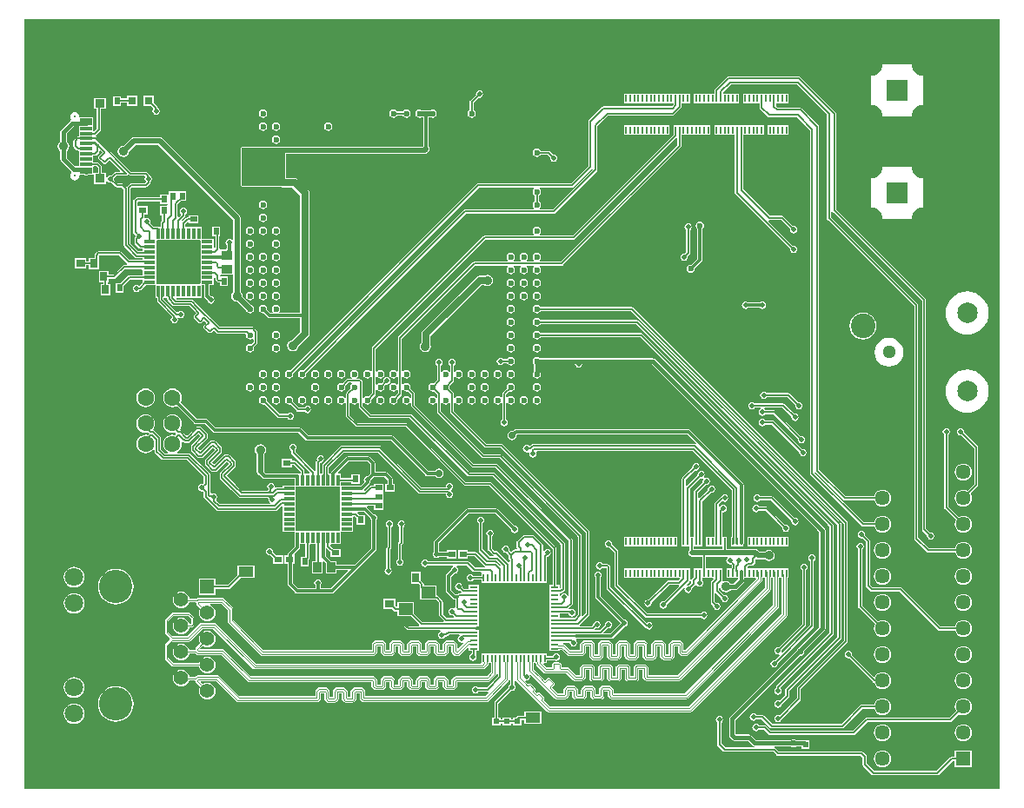
<source format=gbr>
%TF.GenerationSoftware,Altium Limited,Altium Designer,23.8.1 (32)*%
G04 Layer_Physical_Order=1*
G04 Layer_Color=255*
%FSLAX45Y45*%
%MOMM*%
%TF.SameCoordinates,47205040-CD91-4698-B5C6-F5A5CD4DDF21*%
%TF.FilePolarity,Positive*%
%TF.FileFunction,Copper,L1,Top,Signal*%
%TF.Part,Single*%
G01*
G75*
%TA.AperFunction,SMDPad,CuDef*%
%ADD10R,0.20320X0.71120*%
%TA.AperFunction,BGAPad,CuDef*%
%ADD11C,0.60000*%
%TA.AperFunction,SMDPad,CuDef*%
%ADD12R,0.56000X0.62000*%
%ADD13R,0.62000X0.56000*%
%ADD14R,1.47000X0.99000*%
%ADD15R,0.75000X0.60000*%
%TA.AperFunction,ConnectorPad*%
%ADD16R,1.15000X0.30000*%
%ADD17R,2.00000X2.18000*%
%TA.AperFunction,SMDPad,CuDef*%
%ADD18R,0.95000X0.85000*%
%ADD19R,0.60000X0.75000*%
%ADD20R,0.80000X0.80000*%
%ADD21R,3.80000X3.80000*%
%ADD22R,1.10000X0.30000*%
%ADD23R,0.30000X1.10000*%
%ADD24R,1.02000X0.87000*%
%ADD25R,0.80000X0.94000*%
%ADD26R,0.78000X0.88000*%
%ADD27R,0.94000X0.80000*%
%ADD28R,3.80000X3.80000*%
%ADD29R,0.87000X1.02000*%
%ADD30R,6.60400X6.60400*%
%ADD31R,0.76200X0.20320*%
%ADD32R,0.20320X0.76200*%
%ADD33R,1.40000X1.15000*%
%TA.AperFunction,Conductor*%
%ADD34C,0.30000*%
%ADD35C,0.20000*%
%ADD36C,0.70000*%
%ADD37C,0.16000*%
%ADD38C,0.40000*%
%ADD39C,0.50000*%
%ADD40C,0.15000*%
%ADD41C,0.12000*%
%ADD42C,0.18400*%
%ADD43R,4.19100X3.68300*%
%TA.AperFunction,ComponentPad*%
%ADD44C,2.25000*%
%ADD45R,2.10000X2.10000*%
%ADD46R,1.44600X1.44600*%
%ADD47C,1.44600*%
%ADD48C,1.99500*%
%ADD49C,1.29500*%
%ADD50C,2.40000*%
%ADD51R,2.40000X2.40000*%
%ADD52C,4.00000*%
%ADD53C,1.60000*%
%ADD54C,0.32500*%
%ADD55R,1.40800X1.40800*%
%ADD56C,3.25000*%
%ADD57C,1.40800*%
%ADD58C,1.80000*%
%TA.AperFunction,ViaPad*%
%ADD59C,0.50000*%
%ADD60C,0.90000*%
%ADD61C,0.60000*%
%ADD62C,0.70000*%
G36*
X12040000Y2540000D02*
X2540000D01*
Y10040000D01*
X12040000D01*
Y2540000D01*
D02*
G37*
%LPC*%
G36*
X6972300Y9344786D02*
X6958644Y9342069D01*
X6947066Y9334334D01*
X6939331Y9322756D01*
X6936614Y9309100D01*
X6937942Y9302426D01*
X6882258Y9246742D01*
X6878014Y9240391D01*
X6876524Y9232900D01*
Y9153627D01*
X6867262Y9147438D01*
X6858421Y9134207D01*
X6855316Y9118600D01*
X6858421Y9102993D01*
X6867262Y9089762D01*
X6880493Y9080921D01*
X6896100Y9077816D01*
X6911707Y9080921D01*
X6924938Y9089762D01*
X6933779Y9102993D01*
X6936884Y9118600D01*
X6933779Y9134207D01*
X6924938Y9147438D01*
X6915676Y9153627D01*
Y9224792D01*
X6965626Y9274742D01*
X6972300Y9273414D01*
X6985956Y9276131D01*
X6997534Y9283866D01*
X7005269Y9295444D01*
X7007986Y9309100D01*
X7005269Y9322756D01*
X6997534Y9334334D01*
X6985956Y9342069D01*
X6972300Y9344786D01*
D02*
G37*
G36*
X3640300Y9295600D02*
X3540300D01*
Y9265992D01*
X3481700D01*
Y9288900D01*
X3401700D01*
Y9193900D01*
X3481700D01*
Y9225208D01*
X3540300D01*
Y9195600D01*
X3640300D01*
Y9295600D01*
D02*
G37*
G36*
X9021260Y9313960D02*
X8380940D01*
Y9222840D01*
X8860708D01*
Y9207047D01*
X8843453Y9189792D01*
X8178801D01*
X8178800Y9189792D01*
X8170996Y9188240D01*
X8164381Y9183819D01*
X8164380Y9183819D01*
X8037381Y9056819D01*
X8032960Y9050204D01*
X8031408Y9042400D01*
Y8606347D01*
X7865553Y8440492D01*
X6959600D01*
X6951796Y8438940D01*
X6945181Y8434519D01*
X6945180Y8434519D01*
X5128063Y6617402D01*
X5118100Y6619384D01*
X5102493Y6616279D01*
X5089262Y6607438D01*
X5080421Y6594207D01*
X5077316Y6578600D01*
X5080421Y6562993D01*
X5089262Y6549762D01*
X5102493Y6540921D01*
X5118100Y6537816D01*
X5133707Y6540921D01*
X5146938Y6549762D01*
X5155779Y6562993D01*
X5158884Y6578600D01*
X5156902Y6588563D01*
X6968047Y8399708D01*
X7500758D01*
X7504611Y8387008D01*
X7502262Y8385438D01*
X7493421Y8372207D01*
X7490316Y8356600D01*
X7493421Y8340993D01*
X7502262Y8327762D01*
X7510708Y8322118D01*
Y8264082D01*
X7502262Y8258438D01*
X7493421Y8245207D01*
X7490316Y8229600D01*
X7493421Y8213993D01*
X7502262Y8200762D01*
X7504611Y8199192D01*
X7500758Y8186492D01*
X6832600D01*
X6824796Y8184940D01*
X6818180Y8180519D01*
X6818180Y8180519D01*
X6021908Y7384247D01*
X6021907Y7384246D01*
X5255063Y6617402D01*
X5245100Y6619384D01*
X5229493Y6616279D01*
X5216262Y6607438D01*
X5207421Y6594207D01*
X5204316Y6578600D01*
X5207421Y6562993D01*
X5216262Y6549762D01*
X5229493Y6540921D01*
X5245100Y6537816D01*
X5260707Y6540921D01*
X5273938Y6549762D01*
X5282779Y6562993D01*
X5285884Y6578600D01*
X5283902Y6588563D01*
X6050746Y7355408D01*
X6050747Y7355408D01*
X6841046Y8145708D01*
X7696200D01*
X7704004Y8147260D01*
X7710619Y8151681D01*
X8117019Y8558080D01*
X8117019Y8558081D01*
X8121440Y8564696D01*
X8122992Y8572500D01*
X8122992Y8572501D01*
Y8995853D01*
X8225347Y9098208D01*
X8851900D01*
X8859704Y9099760D01*
X8866319Y9104181D01*
X8935519Y9173380D01*
X8935519Y9173381D01*
X8939940Y9179996D01*
X8941492Y9187800D01*
X8941492Y9187801D01*
Y9222840D01*
X9021260D01*
Y9313960D01*
D02*
G37*
G36*
X6515100Y9159384D02*
X6499493Y9156279D01*
X6496509Y9154286D01*
X6406691D01*
X6403707Y9156279D01*
X6388100Y9159384D01*
X6372493Y9156279D01*
X6359262Y9147438D01*
X6350421Y9134207D01*
X6347316Y9118600D01*
X6350421Y9102993D01*
X6359262Y9089762D01*
X6372493Y9080921D01*
X6388100Y9077816D01*
X6403707Y9080921D01*
X6406691Y9082914D01*
X6426110D01*
Y8800678D01*
X6424519Y8799086D01*
X5080334D01*
X5080000Y8799224D01*
X4660900D01*
X4653246Y8796054D01*
X4650076Y8788400D01*
Y8420100D01*
X4653246Y8412446D01*
X4660900Y8409276D01*
X5028215D01*
X5037442Y8403111D01*
X5055000Y8399618D01*
X5149895D01*
X5224618Y8324895D01*
Y7175590D01*
X5027922D01*
X5026837Y7176836D01*
X5022296Y7188290D01*
X5028779Y7197993D01*
X5031884Y7213600D01*
X5028779Y7229207D01*
X5019938Y7242438D01*
X5006707Y7251279D01*
X4991100Y7254384D01*
X4975493Y7251279D01*
X4962262Y7242438D01*
X4953421Y7229207D01*
X4950316Y7213600D01*
X4953421Y7197993D01*
X4959904Y7188290D01*
X4955363Y7176836D01*
X4954278Y7175590D01*
X4938158D01*
X4904098Y7209650D01*
X4904884Y7213600D01*
X4901779Y7229207D01*
X4892938Y7242438D01*
X4879707Y7251279D01*
X4864100Y7254384D01*
X4848493Y7251279D01*
X4835262Y7242438D01*
X4826421Y7229207D01*
X4823316Y7213600D01*
X4826421Y7197993D01*
X4835262Y7184762D01*
X4848493Y7175921D01*
X4864100Y7172816D01*
X4868050Y7173602D01*
X4909576Y7132076D01*
X4917846Y7126551D01*
X4927600Y7124610D01*
X5224618D01*
Y6991305D01*
X5145204Y6911890D01*
X5134740Y6909809D01*
X5116547Y6897653D01*
X5104391Y6879460D01*
X5100123Y6858000D01*
X5104391Y6836540D01*
X5116547Y6818347D01*
X5134740Y6806191D01*
X5156200Y6801923D01*
X5177660Y6806191D01*
X5195853Y6818347D01*
X5208009Y6836540D01*
X5210090Y6847004D01*
X5302943Y6939857D01*
X5312889Y6954742D01*
X5316382Y6972300D01*
Y7150100D01*
Y8343900D01*
X5312889Y8361458D01*
X5302943Y8376343D01*
X5201343Y8477943D01*
X5186458Y8487889D01*
X5168900Y8491382D01*
X5090824D01*
Y8727714D01*
X6439300D01*
X6452956Y8730431D01*
X6464534Y8738166D01*
X6476834Y8750466D01*
X6484569Y8762044D01*
X6487286Y8775700D01*
X6484569Y8789356D01*
X6477090Y8800550D01*
Y9082914D01*
X6496509D01*
X6499493Y9080921D01*
X6515100Y9077816D01*
X6530707Y9080921D01*
X6543938Y9089762D01*
X6552779Y9102993D01*
X6555884Y9118600D01*
X6552779Y9134207D01*
X6543938Y9147438D01*
X6530707Y9156279D01*
X6515100Y9159384D01*
D02*
G37*
G36*
X6261100D02*
X6245493Y9156279D01*
X6232262Y9147438D01*
X6226618Y9138992D01*
X6168582D01*
X6162938Y9147438D01*
X6149707Y9156279D01*
X6134100Y9159384D01*
X6118493Y9156279D01*
X6105262Y9147438D01*
X6096421Y9134207D01*
X6093316Y9118600D01*
X6096421Y9102993D01*
X6105262Y9089762D01*
X6118493Y9080921D01*
X6134100Y9077816D01*
X6149707Y9080921D01*
X6162938Y9089762D01*
X6168582Y9098208D01*
X6226618D01*
X6232262Y9089762D01*
X6245493Y9080921D01*
X6261100Y9077816D01*
X6276707Y9080921D01*
X6289938Y9089762D01*
X6298779Y9102993D01*
X6301884Y9118600D01*
X6298779Y9134207D01*
X6289938Y9147438D01*
X6276707Y9156279D01*
X6261100Y9159384D01*
D02*
G37*
G36*
X3800300Y9295600D02*
X3700300D01*
Y9195600D01*
X3771461D01*
X3796568Y9170493D01*
Y9167889D01*
X3789731Y9157656D01*
X3787014Y9144000D01*
X3789731Y9130344D01*
X3797466Y9118766D01*
X3809044Y9111031D01*
X3822700Y9108314D01*
X3836356Y9111031D01*
X3847934Y9118766D01*
X3855669Y9130344D01*
X3858386Y9144000D01*
X3855669Y9157656D01*
X3847934Y9169234D01*
X3837352Y9176304D01*
Y9178940D01*
X3835800Y9186744D01*
X3831379Y9193360D01*
X3800300Y9224439D01*
Y9295600D01*
D02*
G37*
G36*
X11294000Y9604000D02*
X10786000D01*
Y9096000D01*
X11294000D01*
Y9604000D01*
D02*
G37*
G36*
X4864100Y9159384D02*
X4848493Y9156279D01*
X4835262Y9147438D01*
X4826421Y9134207D01*
X4823316Y9118600D01*
X4826421Y9102993D01*
X4835262Y9089762D01*
X4848493Y9080921D01*
X4864100Y9077816D01*
X4879707Y9080921D01*
X4892938Y9089762D01*
X4901779Y9102993D01*
X4904884Y9118600D01*
X4901779Y9134207D01*
X4892938Y9147438D01*
X4879707Y9156279D01*
X4864100Y9159384D01*
D02*
G37*
G36*
X5499100Y9032384D02*
X5483493Y9029279D01*
X5470262Y9020438D01*
X5461421Y9007207D01*
X5458316Y8991600D01*
X5461421Y8975993D01*
X5470262Y8962762D01*
X5483493Y8953921D01*
X5499100Y8950816D01*
X5514707Y8953921D01*
X5527938Y8962762D01*
X5536779Y8975993D01*
X5539884Y8991600D01*
X5536779Y9007207D01*
X5527938Y9020438D01*
X5514707Y9029279D01*
X5499100Y9032384D01*
D02*
G37*
G36*
X4991100D02*
X4975493Y9029279D01*
X4962262Y9020438D01*
X4953421Y9007207D01*
X4950316Y8991600D01*
X4953421Y8975993D01*
X4962262Y8962762D01*
X4975493Y8953921D01*
X4991100Y8950816D01*
X5006707Y8953921D01*
X5019938Y8962762D01*
X5028779Y8975993D01*
X5031884Y8991600D01*
X5028779Y9007207D01*
X5019938Y9020438D01*
X5006707Y9029279D01*
X4991100Y9032384D01*
D02*
G37*
G36*
X4864100D02*
X4848493Y9029279D01*
X4835262Y9020438D01*
X4826421Y9007207D01*
X4823316Y8991600D01*
X4826421Y8975993D01*
X4835262Y8962762D01*
X4848493Y8953921D01*
X4864100Y8950816D01*
X4879707Y8953921D01*
X4892938Y8962762D01*
X4901779Y8975993D01*
X4904884Y8991600D01*
X4901779Y9007207D01*
X4892938Y9020438D01*
X4879707Y9029279D01*
X4864100Y9032384D01*
D02*
G37*
G36*
X3334100Y9268900D02*
X3219100D01*
Y9163900D01*
X3243508D01*
Y8974647D01*
X3218800Y8949938D01*
X3215668Y8950225D01*
X3206100Y8954813D01*
Y9001100D01*
X3206100D01*
X3206100Y9013800D01*
Y9081100D01*
X3155183D01*
X3150305Y9084359D01*
X3138600Y9086688D01*
X3126894Y9084359D01*
X3122016Y9081100D01*
X3081819D01*
X3074433Y9090100D01*
X3071134Y9106683D01*
X3061741Y9120741D01*
X3047683Y9130134D01*
X3031100Y9133433D01*
X3014517Y9130134D01*
X3000459Y9120741D01*
X2991066Y9106683D01*
X2987767Y9090100D01*
X2991066Y9073517D01*
X2995142Y9067417D01*
X2995017Y9064441D01*
X2990783Y9051813D01*
X2984671Y9047729D01*
X2899371Y8962429D01*
X2892741Y8952505D01*
X2890412Y8940800D01*
X2890412Y8940799D01*
Y8846810D01*
X2881347Y8840753D01*
X2869191Y8822560D01*
X2864923Y8801100D01*
X2869191Y8779640D01*
X2881347Y8761447D01*
X2890412Y8755390D01*
Y8674101D01*
X2890412Y8674100D01*
X2892741Y8662395D01*
X2899371Y8652471D01*
X2996484Y8555359D01*
X2997410Y8553255D01*
X2997869Y8538864D01*
X2991066Y8528683D01*
X2987767Y8512100D01*
X2991066Y8495517D01*
X3000459Y8481459D01*
X3014517Y8472066D01*
X3031100Y8468767D01*
X3047683Y8472066D01*
X3061741Y8481459D01*
X3071134Y8495517D01*
X3074433Y8512100D01*
X3081819Y8521100D01*
X3122016D01*
X3126894Y8517841D01*
X3138600Y8515512D01*
X3150305Y8517841D01*
X3155183Y8521100D01*
X3206100D01*
Y8601100D01*
X3216891Y8605708D01*
X3239953D01*
X3256208Y8589453D01*
Y8539900D01*
X3219100D01*
Y8434900D01*
X3334100D01*
Y8465483D01*
X3335179Y8465915D01*
X3346800Y8467595D01*
X3352966Y8458366D01*
X3364544Y8450631D01*
X3378200Y8447914D01*
X3386317Y8449529D01*
X3428723Y8407123D01*
X3434677Y8403144D01*
X3441700Y8401747D01*
X3484898D01*
X3508147Y8378498D01*
Y7836381D01*
X3509544Y7829357D01*
X3513523Y7823403D01*
X3522163Y7814763D01*
X3618053Y7718873D01*
X3624007Y7714895D01*
X3631030Y7713498D01*
X3694200D01*
Y7694392D01*
X3561247D01*
X3481519Y7774119D01*
X3474904Y7778540D01*
X3467100Y7780092D01*
X3262917D01*
X3262916Y7780092D01*
X3255112Y7778540D01*
X3248496Y7774119D01*
X3248496Y7774119D01*
X3229481Y7755104D01*
X3225061Y7748488D01*
X3223508Y7740685D01*
Y7712600D01*
X3165900D01*
Y7681992D01*
X3143100D01*
Y7711600D01*
X3029100D01*
Y7611600D01*
X3143100D01*
Y7641208D01*
X3165900D01*
Y7604600D01*
X3263900D01*
Y7685629D01*
X3264292Y7687600D01*
Y7732238D01*
X3271362Y7739308D01*
X3458653D01*
X3538380Y7659581D01*
X3538381Y7659581D01*
X3542105Y7657092D01*
X3538989Y7644392D01*
X3509200D01*
X3501396Y7642840D01*
X3494781Y7638419D01*
X3494780Y7638419D01*
X3407353Y7550992D01*
X3361900D01*
Y7584600D01*
X3263900D01*
Y7476600D01*
X3310508D01*
Y7461100D01*
X3280900D01*
Y7347100D01*
X3380900D01*
Y7461100D01*
X3351292D01*
Y7476600D01*
X3361900D01*
Y7510208D01*
X3415800D01*
X3423604Y7511760D01*
X3430219Y7516181D01*
X3517647Y7603608D01*
X3684403D01*
X3694200Y7596600D01*
X3694200Y7583900D01*
Y7544392D01*
X3562601D01*
X3562600Y7544392D01*
X3554796Y7542840D01*
X3548181Y7538419D01*
X3548180Y7538419D01*
X3478261Y7468500D01*
X3427100D01*
Y7373500D01*
X3507100D01*
Y7439661D01*
X3571046Y7503608D01*
X3684403D01*
X3694200Y7496600D01*
X3694200Y7475439D01*
X3660494Y7441732D01*
X3657433Y7442034D01*
X3645856Y7449769D01*
X3632200Y7452486D01*
X3618544Y7449769D01*
X3606966Y7442034D01*
X3599231Y7430456D01*
X3596514Y7416800D01*
X3599231Y7403144D01*
X3606966Y7391566D01*
X3618544Y7383831D01*
X3632200Y7381114D01*
X3645856Y7383831D01*
X3657434Y7391566D01*
X3660669Y7396408D01*
X3664400D01*
X3672203Y7397960D01*
X3678819Y7402381D01*
X3723038Y7446600D01*
X3814200D01*
Y7326600D01*
X3831097D01*
Y7294175D01*
X3832494Y7287152D01*
X3836473Y7281198D01*
X3975730Y7141941D01*
X3975266Y7137233D01*
X3967531Y7125656D01*
X3964814Y7112000D01*
X3967531Y7098344D01*
X3975266Y7086766D01*
X3986844Y7079031D01*
X4000500Y7076314D01*
X4014156Y7079031D01*
X4025734Y7086766D01*
X4033469Y7098344D01*
X4036186Y7112000D01*
X4033469Y7125656D01*
X4033257Y7125973D01*
X4042414Y7135129D01*
X4050344Y7129831D01*
X4064000Y7127114D01*
X4077657Y7129831D01*
X4089234Y7137566D01*
X4096969Y7149144D01*
X4099686Y7162800D01*
X4096969Y7176456D01*
X4089234Y7188034D01*
X4077657Y7195769D01*
X4064000Y7198486D01*
X4050344Y7195769D01*
X4038767Y7188034D01*
X4023720Y7187578D01*
X3897398Y7313900D01*
X3897533Y7326600D01*
X3931097D01*
Y7309753D01*
X3932494Y7302730D01*
X3936473Y7296776D01*
X3985926Y7247323D01*
X3991880Y7243344D01*
X3998903Y7241947D01*
X4149398D01*
X4175079Y7216266D01*
X4175080Y7216265D01*
X4215965Y7175380D01*
X4195852Y7155267D01*
X4191874Y7149314D01*
X4190477Y7142290D01*
Y7132843D01*
X4191874Y7125820D01*
X4195852Y7119866D01*
X4233640Y7082079D01*
X4239594Y7078100D01*
X4246617Y7076703D01*
X4256064D01*
X4263087Y7078100D01*
X4269041Y7082079D01*
X4289154Y7102192D01*
X4310435Y7080911D01*
X4290322Y7060798D01*
X4286343Y7054844D01*
X4284946Y7047821D01*
Y7038374D01*
X4286343Y7031351D01*
X4290322Y7025397D01*
X4328109Y6987609D01*
X4334063Y6983631D01*
X4341087Y6982234D01*
X4350533D01*
X4357557Y6983631D01*
X4363510Y6987609D01*
X4383623Y7007722D01*
X4410723Y6980623D01*
X4416676Y6976644D01*
X4423700Y6975247D01*
X4686856D01*
X4697029Y6963181D01*
X4696316Y6959600D01*
X4699421Y6943993D01*
X4708262Y6930762D01*
X4721493Y6921921D01*
X4737100Y6918816D01*
X4752707Y6921921D01*
X4759620Y6926540D01*
X4772320Y6919751D01*
Y6893774D01*
X4749469Y6870923D01*
X4737100Y6873384D01*
X4721493Y6870279D01*
X4708262Y6861438D01*
X4699421Y6848207D01*
X4696316Y6832600D01*
X4699421Y6816993D01*
X4708262Y6803762D01*
X4721493Y6794921D01*
X4737100Y6791816D01*
X4752707Y6794921D01*
X4765938Y6803762D01*
X4774779Y6816993D01*
X4777884Y6832600D01*
X4775423Y6844969D01*
X4803650Y6873196D01*
X4807628Y6879149D01*
X4809025Y6886173D01*
Y6994446D01*
X4807628Y7001470D01*
X4803650Y7007423D01*
X4795010Y7016063D01*
X4795009Y7016064D01*
X4774997Y7036077D01*
X4769043Y7040056D01*
X4762019Y7041453D01*
X4443521D01*
X4221894Y7263079D01*
X4221894Y7263080D01*
X4182196Y7302777D01*
X4176242Y7306756D01*
X4169219Y7308153D01*
X4021889D01*
X4017394Y7313900D01*
X4023543Y7326600D01*
X4101500D01*
X4114200Y7326600D01*
X4126900Y7326600D01*
X4201500D01*
X4214200Y7326600D01*
X4226900Y7326600D01*
X4264200D01*
Y7446600D01*
X4293710D01*
Y7339400D01*
X4295651Y7329645D01*
X4301176Y7321376D01*
X4320504Y7302048D01*
X4323131Y7288844D01*
X4330866Y7277266D01*
X4342444Y7269531D01*
X4356100Y7266814D01*
X4369756Y7269531D01*
X4381334Y7277266D01*
X4389069Y7288844D01*
X4391786Y7302500D01*
X4389069Y7316156D01*
X4381334Y7327734D01*
X4369756Y7335469D01*
X4356552Y7338096D01*
X4344690Y7349958D01*
Y7446600D01*
X4384200D01*
Y7483900D01*
X4384200Y7496599D01*
X4384200D01*
Y7496601D01*
X4384200D01*
Y7519625D01*
X4396900Y7526413D01*
X4399208Y7524871D01*
Y7505700D01*
X4400760Y7497896D01*
X4405181Y7491281D01*
X4416896Y7479566D01*
X4416896Y7479565D01*
X4423512Y7475145D01*
X4431315Y7473592D01*
X4443100Y7472687D01*
Y7437000D01*
X4523100D01*
Y7532000D01*
X4449258D01*
X4447309Y7536619D01*
X4448174Y7540891D01*
X4455743Y7549300D01*
X4569500Y7549300D01*
X4574414Y7538635D01*
Y7382903D01*
X4570447Y7380253D01*
X4558291Y7362060D01*
X4554023Y7340600D01*
X4558291Y7319140D01*
X4570447Y7300947D01*
X4588640Y7288791D01*
X4610100Y7284523D01*
X4614779Y7285454D01*
X4698721Y7201512D01*
X4699421Y7197993D01*
X4708262Y7184762D01*
X4721493Y7175921D01*
X4737100Y7172816D01*
X4752707Y7175921D01*
X4765938Y7184762D01*
X4774779Y7197993D01*
X4777884Y7213600D01*
X4774779Y7229207D01*
X4765938Y7242438D01*
X4752707Y7251279D01*
X4749188Y7251979D01*
X4665246Y7335921D01*
X4666177Y7340600D01*
X4661909Y7362060D01*
X4649753Y7380253D01*
X4645786Y7382903D01*
Y8102600D01*
X4643069Y8116256D01*
X4635334Y8127834D01*
X3886034Y8877134D01*
X3874456Y8884869D01*
X3860800Y8887586D01*
X3606800D01*
X3593144Y8884869D01*
X3581566Y8877134D01*
X3509879Y8805446D01*
X3505200Y8806377D01*
X3483740Y8802109D01*
X3465547Y8789953D01*
X3453391Y8771760D01*
X3449123Y8750300D01*
X3453391Y8728840D01*
X3465547Y8710647D01*
X3483740Y8698491D01*
X3505200Y8694223D01*
X3526660Y8698491D01*
X3544853Y8710647D01*
X3557009Y8728840D01*
X3561277Y8750300D01*
X3560346Y8754979D01*
X3621582Y8816214D01*
X3846018D01*
X4574414Y8087818D01*
Y7886524D01*
X4561714Y7882672D01*
X4559134Y7886534D01*
X4547556Y7894269D01*
X4533900Y7896986D01*
X4520244Y7894269D01*
X4508666Y7886534D01*
X4500931Y7874956D01*
X4498214Y7861300D01*
X4500931Y7847644D01*
X4508410Y7836450D01*
Y7803609D01*
X4497101Y7792300D01*
X4451847D01*
X4451639Y7792397D01*
X4451639Y7792397D01*
X4449672Y7793310D01*
X4440737Y7800938D01*
X4439992Y7801890D01*
Y7923900D01*
X4446900D01*
Y8018900D01*
X4366900D01*
Y7923900D01*
X4399208D01*
Y7816729D01*
X4396900Y7815187D01*
X4384200Y7821975D01*
X4384200Y7846600D01*
X4384200Y7859300D01*
Y7896600D01*
X4264200D01*
Y8016600D01*
X4214200Y8016600D01*
X4201500Y8016600D01*
X4126900D01*
X4114200Y8016600D01*
X4109592Y8027391D01*
Y8043153D01*
X4126600Y8060161D01*
X4139300Y8054901D01*
Y8049900D01*
X4234300D01*
Y8129900D01*
X4139300D01*
Y8110292D01*
X4127500D01*
X4119696Y8108740D01*
X4113081Y8104319D01*
X4113080Y8104319D01*
X4081278Y8072516D01*
X4067049Y8076249D01*
X4066926Y8076688D01*
X4103819Y8113580D01*
X4103819Y8113581D01*
X4108240Y8120196D01*
X4109792Y8128000D01*
Y8137631D01*
X4114634Y8140866D01*
X4122369Y8152444D01*
X4125086Y8166100D01*
X4122369Y8179756D01*
X4114634Y8191334D01*
X4103056Y8199069D01*
X4089400Y8201786D01*
X4075744Y8199069D01*
X4064166Y8191334D01*
X4056431Y8179756D01*
X4053714Y8166100D01*
X4056431Y8152444D01*
X4064166Y8140867D01*
X4060562Y8128001D01*
X4046292Y8113731D01*
X4033592Y8118991D01*
Y8234853D01*
X4065538Y8266800D01*
X4116700D01*
Y8361800D01*
X4040500D01*
X4036701Y8361800D01*
Y8361801D01*
X4027799D01*
Y8361800D01*
X3947800D01*
Y8341113D01*
X3938900Y8332100D01*
X3935100Y8332100D01*
X3858900D01*
Y8304992D01*
X3636401D01*
X3636400Y8304992D01*
X3628596Y8303440D01*
X3621981Y8299019D01*
X3621980Y8299018D01*
X3605081Y8282119D01*
X3600660Y8275504D01*
X3599108Y8267700D01*
Y7964481D01*
X3600660Y7956678D01*
X3605081Y7950062D01*
X3623313Y7931830D01*
X3621914Y7924800D01*
X3623050Y7919089D01*
X3617781Y7913819D01*
X3613360Y7907204D01*
X3611808Y7899400D01*
Y7861300D01*
X3613360Y7853496D01*
X3617781Y7846881D01*
X3657481Y7807181D01*
X3664096Y7802760D01*
X3671900Y7801208D01*
X3694200D01*
Y7779703D01*
X3650851D01*
X3574353Y7856201D01*
Y8387098D01*
X3589002Y8401747D01*
X3721100D01*
X3728123Y8403144D01*
X3734077Y8407123D01*
X3759477Y8432523D01*
X3763456Y8438477D01*
X3764853Y8445500D01*
Y8453769D01*
X3771734Y8458366D01*
X3779469Y8469944D01*
X3782186Y8483600D01*
X3779469Y8497256D01*
X3771734Y8508834D01*
X3760156Y8516569D01*
X3758517Y8516895D01*
X3757507Y8521971D01*
X3753529Y8527926D01*
X3734077Y8547377D01*
X3728123Y8551356D01*
X3721100Y8552753D01*
X3582323D01*
X3245998Y8889077D01*
X3240044Y8893056D01*
X3233020Y8894453D01*
X3232313D01*
X3231062Y8907153D01*
X3231604Y8907260D01*
X3238219Y8911681D01*
X3278319Y8951780D01*
X3278319Y8951781D01*
X3282740Y8958396D01*
X3284292Y8966200D01*
X3284292Y8966201D01*
Y9163900D01*
X3334100D01*
Y9268900D01*
D02*
G37*
G36*
X9981260Y9005960D02*
X9780940D01*
Y8914840D01*
X9981260D01*
Y9005960D01*
D02*
G37*
G36*
X8821260D02*
X8380940D01*
Y8914840D01*
X8821260D01*
Y9005960D01*
D02*
G37*
G36*
X4991100Y8905384D02*
X4975493Y8902279D01*
X4962262Y8893438D01*
X4953421Y8880207D01*
X4950316Y8864600D01*
X4953421Y8848993D01*
X4962262Y8835762D01*
X4975493Y8826921D01*
X4991100Y8823816D01*
X5006707Y8826921D01*
X5019938Y8835762D01*
X5028779Y8848993D01*
X5031884Y8864600D01*
X5028779Y8880207D01*
X5019938Y8893438D01*
X5006707Y8902279D01*
X4991100Y8905384D01*
D02*
G37*
G36*
X7531100Y8778384D02*
X7515493Y8775279D01*
X7502262Y8766438D01*
X7493421Y8753207D01*
X7490316Y8737600D01*
X7493421Y8721993D01*
X7502262Y8708762D01*
X7515493Y8699921D01*
X7531100Y8696816D01*
X7546707Y8699921D01*
X7559938Y8708762D01*
X7566127Y8718024D01*
X7637292D01*
X7661842Y8693474D01*
X7660514Y8686800D01*
X7663231Y8673144D01*
X7670966Y8661566D01*
X7682544Y8653831D01*
X7696200Y8651114D01*
X7709856Y8653831D01*
X7721434Y8661566D01*
X7729169Y8673144D01*
X7731886Y8686800D01*
X7729169Y8700456D01*
X7721434Y8712034D01*
X7709856Y8719769D01*
X7696200Y8722486D01*
X7689526Y8721158D01*
X7659242Y8751442D01*
X7652891Y8755686D01*
X7645400Y8757176D01*
X7566127D01*
X7559938Y8766438D01*
X7546707Y8775279D01*
X7531100Y8778384D01*
D02*
G37*
G36*
X4864100Y8270384D02*
X4848493Y8267279D01*
X4835262Y8258438D01*
X4826421Y8245207D01*
X4823316Y8229600D01*
X4826421Y8213993D01*
X4835262Y8200762D01*
X4848493Y8191921D01*
X4864100Y8188816D01*
X4879707Y8191921D01*
X4892938Y8200762D01*
X4901779Y8213993D01*
X4904884Y8229600D01*
X4901779Y8245207D01*
X4892938Y8258438D01*
X4879707Y8267279D01*
X4864100Y8270384D01*
D02*
G37*
G36*
X11294000Y8604000D02*
X10786000D01*
Y8096000D01*
X11294000D01*
Y8604000D01*
D02*
G37*
G36*
X4864100Y8143384D02*
X4848493Y8140279D01*
X4835262Y8131438D01*
X4826421Y8118207D01*
X4823316Y8102600D01*
X4826421Y8086993D01*
X4835262Y8073762D01*
X4848493Y8064921D01*
X4864100Y8061816D01*
X4879707Y8064921D01*
X4892938Y8073762D01*
X4901779Y8086993D01*
X4904884Y8102600D01*
X4901779Y8118207D01*
X4892938Y8131438D01*
X4879707Y8140279D01*
X4864100Y8143384D01*
D02*
G37*
G36*
X9741260Y9005960D02*
X9260940D01*
Y8914840D01*
X9460708D01*
Y8349700D01*
X9462260Y8341896D01*
X9466681Y8335281D01*
X9998450Y7803511D01*
X9997314Y7797800D01*
X10000031Y7784144D01*
X10007766Y7772566D01*
X10019344Y7764831D01*
X10033000Y7762114D01*
X10046656Y7764831D01*
X10058234Y7772566D01*
X10065969Y7784144D01*
X10068686Y7797800D01*
X10065969Y7811456D01*
X10058234Y7823034D01*
X10046656Y7830769D01*
X10033000Y7833486D01*
X10027289Y7832350D01*
X9789776Y8069862D01*
X9790240Y8072836D01*
X9795391Y8082208D01*
X9910253D01*
X9998450Y7994011D01*
X9997314Y7988300D01*
X10000031Y7974644D01*
X10007766Y7963066D01*
X10019344Y7955331D01*
X10033000Y7952614D01*
X10046656Y7955331D01*
X10058234Y7963066D01*
X10065969Y7974644D01*
X10068686Y7988300D01*
X10065969Y8001956D01*
X10058234Y8013534D01*
X10046656Y8021269D01*
X10033000Y8023986D01*
X10027289Y8022850D01*
X9933119Y8117019D01*
X9926504Y8121440D01*
X9918700Y8122992D01*
X9800147D01*
X9541492Y8381647D01*
Y8914840D01*
X9741260D01*
Y9005960D01*
D02*
G37*
G36*
X4991100Y8016384D02*
X4975493Y8013279D01*
X4962262Y8004438D01*
X4953421Y7991207D01*
X4950316Y7975600D01*
X4953421Y7959993D01*
X4962262Y7946762D01*
X4975493Y7937921D01*
X4991100Y7934816D01*
X5006707Y7937921D01*
X5019938Y7946762D01*
X5028779Y7959993D01*
X5031884Y7975600D01*
X5028779Y7991207D01*
X5019938Y8004438D01*
X5006707Y8013279D01*
X4991100Y8016384D01*
D02*
G37*
G36*
X4864100D02*
X4848493Y8013279D01*
X4835262Y8004438D01*
X4826421Y7991207D01*
X4823316Y7975600D01*
X4826421Y7959993D01*
X4835262Y7946762D01*
X4848493Y7937921D01*
X4864100Y7934816D01*
X4879707Y7937921D01*
X4892938Y7946762D01*
X4901779Y7959993D01*
X4904884Y7975600D01*
X4901779Y7991207D01*
X4892938Y8004438D01*
X4879707Y8013279D01*
X4864100Y8016384D01*
D02*
G37*
G36*
X4737100D02*
X4721493Y8013279D01*
X4708262Y8004438D01*
X4699421Y7991207D01*
X4696316Y7975600D01*
X4699421Y7959993D01*
X4708262Y7946762D01*
X4721493Y7937921D01*
X4737100Y7934816D01*
X4752707Y7937921D01*
X4765938Y7946762D01*
X4774779Y7959993D01*
X4777884Y7975600D01*
X4774779Y7991207D01*
X4765938Y8004438D01*
X4752707Y8013279D01*
X4737100Y8016384D01*
D02*
G37*
G36*
X9221260Y9005960D02*
X8860940D01*
Y8980066D01*
X8860708Y8978900D01*
Y8914947D01*
X7878253Y7932492D01*
X7561442D01*
X7557589Y7945192D01*
X7559938Y7946762D01*
X7568779Y7959993D01*
X7571884Y7975600D01*
X7568779Y7991207D01*
X7559938Y8004438D01*
X7546707Y8013279D01*
X7531100Y8016384D01*
X7515493Y8013279D01*
X7502262Y8004438D01*
X7493421Y7991207D01*
X7490316Y7975600D01*
X7493421Y7959993D01*
X7502262Y7946762D01*
X7504611Y7945192D01*
X7500758Y7932492D01*
X7023101D01*
X7023100Y7932492D01*
X7015296Y7930940D01*
X7008681Y7926519D01*
X7008680Y7926519D01*
X5929181Y6847019D01*
X5924760Y6840404D01*
X5923208Y6832600D01*
Y6608942D01*
X5910508Y6605089D01*
X5908938Y6607438D01*
X5895707Y6616279D01*
X5880100Y6619384D01*
X5864493Y6616279D01*
X5851262Y6607438D01*
X5842421Y6594207D01*
X5839316Y6578600D01*
X5842421Y6562993D01*
X5851262Y6549762D01*
X5864493Y6540921D01*
X5880100Y6537816D01*
X5895707Y6540921D01*
X5908938Y6549762D01*
X5910508Y6552111D01*
X5923208Y6548258D01*
Y6396547D01*
X5890063Y6363402D01*
X5880100Y6365384D01*
X5864493Y6362279D01*
X5851262Y6353438D01*
X5847143Y6347274D01*
X5834443Y6351127D01*
Y6502400D01*
X5833085Y6509228D01*
X5829217Y6515017D01*
X5816517Y6527717D01*
X5810728Y6531585D01*
X5803900Y6532943D01*
X5779627D01*
X5775774Y6545643D01*
X5781938Y6549762D01*
X5790779Y6562993D01*
X5793884Y6578600D01*
X5790779Y6594207D01*
X5781938Y6607438D01*
X5768707Y6616279D01*
X5753100Y6619384D01*
X5737493Y6616279D01*
X5724262Y6607438D01*
X5715421Y6594207D01*
X5712316Y6578600D01*
X5715421Y6562993D01*
X5724262Y6549762D01*
X5730426Y6545643D01*
X5726573Y6532943D01*
X5689600D01*
X5682772Y6531585D01*
X5676983Y6527717D01*
X5639070Y6489804D01*
X5626100Y6492384D01*
X5610493Y6489279D01*
X5597262Y6480438D01*
X5588421Y6467207D01*
X5585316Y6451600D01*
X5588421Y6435993D01*
X5597262Y6422762D01*
X5610493Y6413921D01*
X5626100Y6410816D01*
X5641707Y6413921D01*
X5654938Y6422762D01*
X5663779Y6435993D01*
X5666884Y6451600D01*
X5664304Y6464570D01*
X5696991Y6497257D01*
X5726573D01*
X5730426Y6484557D01*
X5724262Y6480438D01*
X5715421Y6467207D01*
X5712316Y6451600D01*
X5714896Y6438630D01*
X5676983Y6400717D01*
X5673115Y6394928D01*
X5671757Y6388100D01*
Y6351127D01*
X5659057Y6347274D01*
X5654938Y6353438D01*
X5641707Y6362279D01*
X5626100Y6365384D01*
X5610493Y6362279D01*
X5597262Y6353438D01*
X5588421Y6340207D01*
X5585316Y6324600D01*
X5588421Y6308993D01*
X5597262Y6295762D01*
X5610493Y6286921D01*
X5626100Y6283816D01*
X5641707Y6286921D01*
X5654938Y6295762D01*
X5659057Y6301926D01*
X5671757Y6298073D01*
Y6172200D01*
X5673115Y6165372D01*
X5676983Y6159583D01*
X5765883Y6070683D01*
X5771672Y6066815D01*
X5778500Y6065457D01*
X6253709D01*
X6819983Y5499183D01*
X6825772Y5495315D01*
X6832600Y5493957D01*
X7066509D01*
X7684987Y4875479D01*
Y4525130D01*
X7654730D01*
Y4484810D01*
Y4364810D01*
Y4244810D01*
Y4124810D01*
Y4004810D01*
Y3884810D01*
X7750930D01*
Y3896857D01*
X7768536D01*
X7827028Y3838365D01*
X7832320Y3834828D01*
X7838563Y3833587D01*
X7949186D01*
X7949187Y3833586D01*
X7971875D01*
X7971876Y3833586D01*
X7978119Y3834828D01*
X7983412Y3838364D01*
X8004265Y3859218D01*
X8004265Y3859218D01*
X8007802Y3864511D01*
X8009044Y3870754D01*
X8009043Y3870755D01*
Y3929482D01*
X8039216D01*
Y3831894D01*
X8039216Y3831893D01*
X8040458Y3825650D01*
X8043994Y3820358D01*
X8064098Y3800254D01*
X8064099Y3800253D01*
X8069391Y3796717D01*
X8075634Y3795475D01*
X8145424D01*
X8145425Y3795475D01*
X8151668Y3796717D01*
X8156961Y3800253D01*
X8177064Y3820357D01*
X8177065Y3820358D01*
X8180601Y3825650D01*
X8181843Y3831893D01*
Y3929482D01*
X8212016D01*
Y3831894D01*
X8212016Y3831893D01*
X8213258Y3825650D01*
X8216794Y3820358D01*
X8236898Y3800254D01*
X8236898Y3800253D01*
X8242191Y3796717D01*
X8248434Y3795475D01*
X8318224D01*
X8318225Y3795475D01*
X8324468Y3796717D01*
X8329761Y3800253D01*
X8349864Y3820357D01*
X8349865Y3820358D01*
X8353401Y3825650D01*
X8354643Y3831893D01*
Y3929482D01*
X8384816D01*
Y3831894D01*
X8384816Y3831893D01*
X8386058Y3825650D01*
X8389594Y3820358D01*
X8409698Y3800254D01*
X8409698Y3800253D01*
X8414991Y3796717D01*
X8421234Y3795475D01*
X8491024D01*
X8491025Y3795475D01*
X8497268Y3796717D01*
X8502560Y3800253D01*
X8522664Y3820357D01*
X8522665Y3820358D01*
X8526201Y3825650D01*
X8527443Y3831893D01*
Y3929482D01*
X8557616D01*
Y3831894D01*
X8557615Y3831893D01*
X8558857Y3825650D01*
X8562394Y3820358D01*
X8582497Y3800254D01*
X8582498Y3800253D01*
X8587790Y3796717D01*
X8594033Y3795475D01*
X8663823D01*
X8663825Y3795475D01*
X8670067Y3796717D01*
X8675360Y3800253D01*
X8695464Y3820357D01*
X8695464Y3820358D01*
X8699001Y3825650D01*
X8700242Y3831893D01*
Y3929482D01*
X8730415D01*
Y3831894D01*
X8730415Y3831893D01*
X8731657Y3825650D01*
X8735193Y3820358D01*
X8755297Y3800254D01*
X8755298Y3800253D01*
X8760590Y3796717D01*
X8766833Y3795475D01*
X8836623D01*
X8836624Y3795475D01*
X8842867Y3796717D01*
X8848160Y3800253D01*
X8868263Y3820357D01*
X8868264Y3820358D01*
X8871800Y3825650D01*
X8873042Y3831893D01*
Y3929482D01*
X8903215D01*
Y3870755D01*
X8903215Y3870754D01*
X8904457Y3864511D01*
X8907993Y3859218D01*
X8928847Y3838365D01*
X8928847Y3838364D01*
X8934140Y3834828D01*
X8940382Y3833586D01*
X8940384Y3833586D01*
X8974617D01*
X8974619Y3833587D01*
X8988674D01*
X8988675Y3833586D01*
X8994918Y3834828D01*
X9000211Y3838365D01*
X9724435Y4562589D01*
X9724435Y4562590D01*
X9727972Y4567882D01*
X9729213Y4574125D01*
Y4596840D01*
X9752987D01*
Y4500833D01*
X8900667Y3648513D01*
X8614856D01*
Y3723331D01*
X8613614Y3729574D01*
X8610078Y3734867D01*
X8610077Y3734867D01*
X8596253Y3748691D01*
X8590960Y3752227D01*
X8584718Y3753470D01*
X8584716Y3753469D01*
X8502367D01*
X8496123Y3752227D01*
X8490831Y3748691D01*
X8490831Y3748690D01*
X8477007Y3734867D01*
X8473470Y3729574D01*
X8472228Y3723331D01*
X8472229Y3723330D01*
Y3640984D01*
X8442056D01*
Y3723331D01*
X8440814Y3729574D01*
X8437278Y3734867D01*
X8437277Y3734867D01*
X8423453Y3748691D01*
X8418161Y3752227D01*
X8411918Y3753470D01*
X8411917Y3753469D01*
X8329567D01*
X8323324Y3752227D01*
X8318031Y3748691D01*
X8318031Y3748690D01*
X8304207Y3734867D01*
X8300671Y3729574D01*
X8299429Y3723331D01*
X8299429Y3723330D01*
Y3640984D01*
X8269256D01*
Y3723331D01*
X8268014Y3729574D01*
X8264478Y3734867D01*
X8264477Y3734867D01*
X8250654Y3748691D01*
X8245361Y3752227D01*
X8239118Y3753470D01*
X8239117Y3753469D01*
X8156767D01*
X8150524Y3752227D01*
X8145232Y3748691D01*
X8145231Y3748690D01*
X8131407Y3734867D01*
X8127871Y3729574D01*
X8126629Y3723331D01*
X8126629Y3723330D01*
Y3640984D01*
X8096456D01*
Y3723331D01*
X8095214Y3729574D01*
X8091678Y3734867D01*
X8091677Y3734867D01*
X8077854Y3748691D01*
X8072561Y3752227D01*
X8066318Y3753470D01*
X8066317Y3753469D01*
X7983967D01*
X7977724Y3752227D01*
X7972432Y3748691D01*
X7972431Y3748690D01*
X7958607Y3734867D01*
X7955071Y3729574D01*
X7953829Y3723331D01*
X7953829Y3723330D01*
Y3648513D01*
X7914132D01*
X7844511Y3718135D01*
X7839218Y3721671D01*
X7832975Y3722914D01*
X7832974Y3722913D01*
X7772512D01*
Y3748961D01*
X7771270Y3755204D01*
X7767734Y3760497D01*
X7761454Y3766777D01*
X7756161Y3770313D01*
X7749918Y3771555D01*
X7749917Y3771555D01*
X7699678D01*
X7693435Y3770313D01*
X7688143Y3766777D01*
X7681863Y3760497D01*
X7678327Y3755204D01*
X7677085Y3748961D01*
X7677085Y3748960D01*
Y3722913D01*
X7625827D01*
X7596033Y3752707D01*
X7600893Y3764440D01*
X7630560D01*
Y3792148D01*
X7704326D01*
X7707944Y3789731D01*
X7721600Y3787014D01*
X7735256Y3789731D01*
X7746834Y3797466D01*
X7754569Y3809044D01*
X7757286Y3822700D01*
X7754569Y3836356D01*
X7746834Y3847934D01*
X7735256Y3855669D01*
X7721600Y3858386D01*
X7707944Y3855669D01*
X7696366Y3847934D01*
X7688631Y3836356D01*
X7687950Y3832932D01*
X7630560D01*
Y3860640D01*
X6990240D01*
Y3764440D01*
X6978959Y3761013D01*
X4796458D01*
X4407536Y4149935D01*
X4402243Y4153471D01*
X4396000Y4154714D01*
X4395999Y4154713D01*
X4257425D01*
X4251182Y4153471D01*
X4245889Y4149935D01*
X4245889Y4149935D01*
X4125467Y4029513D01*
X3981857D01*
X3940613Y4070757D01*
Y4171543D01*
X3994557Y4225487D01*
X4133443D01*
X4161987Y4196943D01*
Y4146957D01*
X4158843Y4143813D01*
X4144946D01*
X4144330Y4148489D01*
X4136229Y4168047D01*
X4123342Y4184842D01*
X4106547Y4197729D01*
X4086989Y4205830D01*
X4066000Y4208594D01*
X4045011Y4205830D01*
X4025453Y4197729D01*
X4008658Y4184842D01*
X3995771Y4168047D01*
X3987670Y4148489D01*
X3984906Y4127500D01*
X3987670Y4106511D01*
X3995771Y4086953D01*
X4008658Y4070158D01*
X4025453Y4057271D01*
X4045011Y4049170D01*
X4066000Y4046406D01*
X4086989Y4049170D01*
X4106547Y4057271D01*
X4123342Y4070158D01*
X4136229Y4086953D01*
X4144330Y4106511D01*
X4144946Y4111187D01*
X4165599D01*
X4165600Y4111186D01*
X4171843Y4112428D01*
X4177135Y4115965D01*
X4189835Y4128664D01*
X4189835Y4128665D01*
X4193372Y4133957D01*
X4194614Y4140200D01*
X4194613Y4140201D01*
Y4203700D01*
X4193372Y4209943D01*
X4189835Y4215235D01*
X4151735Y4253335D01*
X4146443Y4256872D01*
X4140200Y4258114D01*
X4140199Y4258113D01*
X3987800D01*
X3981557Y4256872D01*
X3976265Y4253335D01*
X3976264Y4253335D01*
X3912765Y4189835D01*
X3909228Y4184543D01*
X3907986Y4178300D01*
X3907987Y4178299D01*
Y4064001D01*
X3907986Y4064000D01*
X3909228Y4057757D01*
X3912765Y4052465D01*
X3954959Y4010271D01*
Y3992529D01*
X3912765Y3950336D01*
X3909228Y3945043D01*
X3907986Y3938800D01*
X3907987Y3938799D01*
Y3810001D01*
X3907986Y3810000D01*
X3909228Y3803757D01*
X3912765Y3798465D01*
X3976264Y3734965D01*
X3976265Y3734965D01*
X3981557Y3731428D01*
X3987800Y3730187D01*
X4241054D01*
X4241670Y3725511D01*
X4249771Y3705953D01*
X4262658Y3689158D01*
X4279453Y3676271D01*
X4299011Y3668170D01*
X4320000Y3665406D01*
X4340989Y3668170D01*
X4360547Y3676271D01*
X4377342Y3689158D01*
X4390229Y3705953D01*
X4398330Y3725511D01*
X4401094Y3746500D01*
X4398330Y3767489D01*
X4390229Y3787047D01*
X4377342Y3803842D01*
X4360547Y3816729D01*
X4340989Y3824830D01*
X4320000Y3827594D01*
X4299011Y3824830D01*
X4279453Y3816729D01*
X4262658Y3803842D01*
X4249771Y3787047D01*
X4241670Y3767489D01*
X4241054Y3762813D01*
X3994557D01*
X3940613Y3816757D01*
Y3932043D01*
X3981857Y3973287D01*
X4141999D01*
X4142000Y3973286D01*
X4148243Y3974528D01*
X4153536Y3978065D01*
X4273957Y4098487D01*
X4379467D01*
X4768389Y3709565D01*
X4773682Y3706028D01*
X4779925Y3704787D01*
X7009604D01*
X7009605Y3704786D01*
X7015848Y3706028D01*
X7021141Y3709565D01*
X7053734Y3742158D01*
X7053735Y3742159D01*
X7057271Y3747451D01*
X7058513Y3753694D01*
X7064641Y3764440D01*
X7082287D01*
Y3676357D01*
X7041743Y3635813D01*
X6735793D01*
X6735792Y3635814D01*
X6729549Y3634572D01*
X6724256Y3631035D01*
X6724256Y3631035D01*
X6703402Y3610182D01*
X6699866Y3604889D01*
X6698624Y3598646D01*
X6698624Y3598645D01*
Y3557383D01*
X6668451D01*
Y3600187D01*
X6667210Y3606430D01*
X6663673Y3611722D01*
X6663673Y3611723D01*
X6643569Y3631827D01*
X6638277Y3635363D01*
X6632034Y3636605D01*
X6632032Y3636605D01*
X6562242D01*
X6555999Y3635363D01*
X6550707Y3631827D01*
X6550706Y3631826D01*
X6530603Y3611722D01*
X6527066Y3606430D01*
X6525824Y3600187D01*
X6525825Y3600186D01*
Y3557383D01*
X6495652D01*
Y3600187D01*
X6494410Y3606430D01*
X6490874Y3611722D01*
X6490873Y3611723D01*
X6470769Y3631827D01*
X6465477Y3635363D01*
X6459234Y3636605D01*
X6459233Y3636605D01*
X6389443D01*
X6383200Y3635363D01*
X6377907Y3631827D01*
X6377907Y3631826D01*
X6357803Y3611722D01*
X6354267Y3606430D01*
X6353025Y3600187D01*
X6353025Y3600186D01*
Y3557383D01*
X6322852D01*
Y3600187D01*
X6321610Y3606430D01*
X6318074Y3611722D01*
X6318073Y3611723D01*
X6297970Y3631827D01*
X6292677Y3635363D01*
X6286434Y3636605D01*
X6286433Y3636605D01*
X6216643D01*
X6210400Y3635363D01*
X6205107Y3631827D01*
X6205107Y3631826D01*
X6185003Y3611722D01*
X6181467Y3606430D01*
X6180225Y3600187D01*
X6180225Y3600186D01*
Y3557383D01*
X6150052D01*
Y3600187D01*
X6148810Y3606430D01*
X6145274Y3611722D01*
X6145273Y3611723D01*
X6125170Y3631827D01*
X6119877Y3635363D01*
X6113634Y3636605D01*
X6113633Y3636605D01*
X6043843D01*
X6037600Y3635363D01*
X6032308Y3631827D01*
X6032307Y3631826D01*
X6012203Y3611722D01*
X6008667Y3606430D01*
X6007425Y3600187D01*
X6007425Y3600186D01*
Y3557383D01*
X5977252D01*
Y3598645D01*
X5977253Y3598646D01*
X5976011Y3604889D01*
X5972474Y3610182D01*
X5972474Y3610182D01*
X5951621Y3631035D01*
X5946328Y3634572D01*
X5940085Y3635814D01*
X5940084Y3635813D01*
X4743857D01*
X4483736Y3895935D01*
X4478443Y3899471D01*
X4472200Y3900714D01*
X4472199Y3900713D01*
X4257878D01*
X4253017Y3912447D01*
X4274581Y3934010D01*
X4279453Y3930271D01*
X4299011Y3922170D01*
X4320000Y3919406D01*
X4340989Y3922170D01*
X4360547Y3930271D01*
X4377342Y3943158D01*
X4390229Y3959953D01*
X4398330Y3979511D01*
X4401094Y4000500D01*
X4398330Y4021489D01*
X4390229Y4041047D01*
X4377342Y4057842D01*
X4360547Y4070729D01*
X4340989Y4078830D01*
X4320000Y4081594D01*
X4299011Y4078830D01*
X4279453Y4070729D01*
X4262658Y4057842D01*
X4249771Y4041047D01*
X4241670Y4021489D01*
X4238906Y4000500D01*
X4241670Y3979511D01*
X4249771Y3959953D01*
X4251773Y3957344D01*
X4211378Y3916948D01*
X4207841Y3911656D01*
X4206599Y3905413D01*
X4199487Y3895251D01*
X4194562Y3895098D01*
X4144078D01*
X4136229Y3914047D01*
X4123342Y3930842D01*
X4106547Y3943729D01*
X4086989Y3951830D01*
X4066000Y3954594D01*
X4045011Y3951830D01*
X4025453Y3943729D01*
X4008658Y3930842D01*
X3995771Y3914047D01*
X3987670Y3894489D01*
X3984906Y3873500D01*
X3987670Y3852511D01*
X3995771Y3832953D01*
X4008658Y3816158D01*
X4025453Y3803271D01*
X4045011Y3795170D01*
X4066000Y3792406D01*
X4086989Y3795170D01*
X4106547Y3803271D01*
X4123342Y3816158D01*
X4136229Y3832953D01*
X4144330Y3852511D01*
X4145641Y3862471D01*
X4199468D01*
X4212674Y3849265D01*
X4212675Y3849265D01*
X4217967Y3845728D01*
X4224210Y3844487D01*
X4455667D01*
X4715789Y3584365D01*
X4715789Y3584365D01*
X4721082Y3580828D01*
X4727325Y3579586D01*
X4727326Y3579587D01*
X5830995D01*
X5830996Y3579586D01*
X5921025D01*
Y3537575D01*
X5921025Y3537573D01*
X5922267Y3531331D01*
X5925803Y3526038D01*
X5945907Y3505934D01*
X5945908Y3505934D01*
X5951200Y3502397D01*
X5957443Y3501156D01*
X6027233D01*
X6027235Y3501155D01*
X6033477Y3502397D01*
X6038770Y3505934D01*
X6058874Y3526037D01*
X6058874Y3526038D01*
X6062411Y3531330D01*
X6063652Y3537573D01*
Y3580378D01*
X6093825D01*
Y3537575D01*
X6093825Y3537573D01*
X6095067Y3531331D01*
X6098603Y3526038D01*
X6118707Y3505934D01*
X6118708Y3505934D01*
X6124000Y3502397D01*
X6130243Y3501156D01*
X6200033D01*
X6200034Y3501155D01*
X6206277Y3502397D01*
X6211570Y3505934D01*
X6231673Y3526037D01*
X6231674Y3526038D01*
X6235210Y3531330D01*
X6236452Y3537573D01*
Y3580378D01*
X6266625D01*
Y3537575D01*
X6266625Y3537573D01*
X6267867Y3531331D01*
X6271403Y3526038D01*
X6291507Y3505934D01*
X6291507Y3505934D01*
X6296800Y3502397D01*
X6303043Y3501156D01*
X6372833D01*
X6372834Y3501155D01*
X6379077Y3502397D01*
X6384370Y3505934D01*
X6404473Y3526037D01*
X6404474Y3526038D01*
X6408010Y3531330D01*
X6409252Y3537573D01*
Y3580378D01*
X6439425D01*
Y3537575D01*
X6439425Y3537573D01*
X6440667Y3531331D01*
X6444203Y3526038D01*
X6464307Y3505934D01*
X6464307Y3505934D01*
X6469599Y3502397D01*
X6475843Y3501156D01*
X6545633D01*
X6545634Y3501155D01*
X6551877Y3502397D01*
X6557169Y3505934D01*
X6577273Y3526037D01*
X6577274Y3526038D01*
X6580810Y3531330D01*
X6582052Y3537573D01*
Y3580378D01*
X6612225D01*
Y3537575D01*
X6612224Y3537573D01*
X6613466Y3531331D01*
X6617003Y3526038D01*
X6637106Y3505934D01*
X6637107Y3505934D01*
X6642399Y3502397D01*
X6648642Y3501156D01*
X6718432D01*
X6718434Y3501155D01*
X6724676Y3502397D01*
X6729969Y3505934D01*
X6750073Y3526037D01*
X6750073Y3526038D01*
X6753610Y3531330D01*
X6754851Y3537573D01*
Y3579586D01*
X6854209D01*
X6854211Y3579587D01*
X7058274D01*
X7058275Y3579586D01*
X7064518Y3580828D01*
X7069811Y3584365D01*
X7133735Y3648289D01*
X7137271Y3653582D01*
X7137308Y3653766D01*
X7150008Y3652514D01*
Y3635547D01*
X7040053Y3525592D01*
X6962669D01*
X6959434Y3530434D01*
X6947856Y3538169D01*
X6934200Y3540886D01*
X6920544Y3538169D01*
X6908966Y3530434D01*
X6901231Y3518856D01*
X6898514Y3505200D01*
X6901231Y3491544D01*
X6908966Y3479966D01*
X6920544Y3472231D01*
X6934200Y3469514D01*
X6947856Y3472231D01*
X6959434Y3479966D01*
X6962669Y3484808D01*
X7048500D01*
X7051092Y3485324D01*
X7057348Y3473619D01*
X7024436Y3440707D01*
X5859868D01*
Y3490271D01*
X5858626Y3496514D01*
X5855090Y3501806D01*
X5855089Y3501807D01*
X5834986Y3521911D01*
X5829693Y3525447D01*
X5823450Y3526689D01*
X5823449Y3526689D01*
X5753659D01*
X5747416Y3525447D01*
X5742124Y3521911D01*
X5742123Y3521910D01*
X5722019Y3501806D01*
X5718483Y3496514D01*
X5717241Y3490271D01*
X5717241Y3490270D01*
Y3436851D01*
X5687068D01*
Y3490271D01*
X5685827Y3496514D01*
X5682290Y3501806D01*
X5682290Y3501807D01*
X5662186Y3521911D01*
X5656893Y3525447D01*
X5650651Y3526689D01*
X5650649Y3526689D01*
X5580859D01*
X5574616Y3525447D01*
X5569324Y3521911D01*
X5569323Y3521910D01*
X5549220Y3501806D01*
X5545683Y3496514D01*
X5544441Y3490271D01*
X5544442Y3490270D01*
Y3436851D01*
X5514269D01*
Y3490271D01*
X5513027Y3496514D01*
X5509491Y3501806D01*
X5509490Y3501807D01*
X5489386Y3521911D01*
X5484094Y3525447D01*
X5477851Y3526689D01*
X5477850Y3526689D01*
X5408060D01*
X5401816Y3525447D01*
X5396524Y3521911D01*
X5396524Y3521910D01*
X5376420Y3501806D01*
X5372884Y3496514D01*
X5371642Y3490271D01*
X5371642Y3490270D01*
Y3440707D01*
X4634164D01*
X4435178Y3639693D01*
X4429885Y3643229D01*
X4423642Y3644472D01*
X4423641Y3644471D01*
X4220167D01*
X4213925Y3643229D01*
X4208632Y3639693D01*
X4199468Y3630529D01*
X4145641D01*
X4144330Y3640489D01*
X4136229Y3660047D01*
X4123342Y3676842D01*
X4106547Y3689729D01*
X4086989Y3697830D01*
X4066000Y3700594D01*
X4045011Y3697830D01*
X4025453Y3689729D01*
X4008658Y3676842D01*
X3995771Y3660047D01*
X3987670Y3640489D01*
X3984906Y3619500D01*
X3987670Y3598511D01*
X3995771Y3578953D01*
X4008658Y3562158D01*
X4025453Y3549271D01*
X4045011Y3541170D01*
X4066000Y3538406D01*
X4086989Y3541170D01*
X4106547Y3549271D01*
X4123342Y3562158D01*
X4136229Y3578953D01*
X4144078Y3597902D01*
X4194562D01*
X4199487Y3597749D01*
X4206599Y3587587D01*
X4207841Y3581344D01*
X4211377Y3576052D01*
X4251773Y3535656D01*
X4249771Y3533047D01*
X4241670Y3513489D01*
X4238906Y3492500D01*
X4241670Y3471511D01*
X4249771Y3451953D01*
X4262658Y3435158D01*
X4279453Y3422271D01*
X4299011Y3414170D01*
X4320000Y3411406D01*
X4340989Y3414170D01*
X4360547Y3422271D01*
X4377342Y3435158D01*
X4390229Y3451953D01*
X4398330Y3471511D01*
X4401094Y3492500D01*
X4398330Y3513489D01*
X4390229Y3533047D01*
X4377342Y3549842D01*
X4360547Y3562729D01*
X4340989Y3570830D01*
X4320000Y3573594D01*
X4299011Y3570830D01*
X4279453Y3562729D01*
X4274581Y3558990D01*
X4257060Y3576511D01*
X4261920Y3588245D01*
X4407110D01*
X4606096Y3389258D01*
X4611388Y3385722D01*
X4617631Y3384480D01*
X4617632Y3384480D01*
X5368011D01*
X5368012Y3384480D01*
X5390700D01*
X5390701Y3384480D01*
X5396944Y3385722D01*
X5402237Y3389258D01*
X5423090Y3410112D01*
X5423091Y3410112D01*
X5426627Y3415405D01*
X5427869Y3421647D01*
X5427869Y3421649D01*
Y3470462D01*
X5458042D01*
Y3417043D01*
X5458041Y3417041D01*
X5459283Y3410799D01*
X5462820Y3405506D01*
X5482924Y3385402D01*
X5482924Y3385402D01*
X5488216Y3381865D01*
X5494459Y3380624D01*
X5564249D01*
X5564251Y3380623D01*
X5570494Y3381865D01*
X5575786Y3385402D01*
X5595890Y3405506D01*
X5595891Y3405506D01*
X5599427Y3410798D01*
X5600669Y3417041D01*
Y3470462D01*
X5630841D01*
Y3417043D01*
X5630841Y3417041D01*
X5632083Y3410799D01*
X5635619Y3405506D01*
X5655723Y3385402D01*
X5655724Y3385402D01*
X5661016Y3381865D01*
X5667259Y3380624D01*
X5737049D01*
X5737051Y3380623D01*
X5743293Y3381865D01*
X5748586Y3385402D01*
X5768690Y3405506D01*
X5768690Y3405506D01*
X5772226Y3410798D01*
X5773468Y3417041D01*
Y3470462D01*
X5803641D01*
Y3421649D01*
X5803641Y3421647D01*
X5804883Y3415405D01*
X5808419Y3410112D01*
X5829273Y3389259D01*
X5829273Y3389258D01*
X5834566Y3385722D01*
X5840808Y3384480D01*
X5840810Y3384480D01*
X5880100D01*
X5880101Y3384480D01*
X7040968D01*
X7040969Y3384480D01*
X7047212Y3385722D01*
X7052504Y3389258D01*
X7253735Y3590489D01*
X7257271Y3595782D01*
X7269848Y3593910D01*
Y3559363D01*
X7264566Y3555834D01*
X7256831Y3544256D01*
X7254114Y3530600D01*
X7255250Y3524889D01*
X7122981Y3392619D01*
X7118560Y3386004D01*
X7117008Y3378200D01*
Y3235600D01*
X7096400D01*
Y3159600D01*
X7178400D01*
Y3177208D01*
X7198000D01*
Y3159600D01*
X7280000D01*
Y3177208D01*
X7299600D01*
Y3159600D01*
X7381600D01*
Y3211208D01*
X7409500D01*
Y3172100D01*
X7576500D01*
Y3291100D01*
X7409500D01*
Y3251992D01*
X7351401D01*
X7351400Y3251992D01*
X7343596Y3250440D01*
X7336981Y3246019D01*
X7336980Y3246019D01*
X7326561Y3235600D01*
X7299600D01*
Y3217992D01*
X7280000D01*
Y3235600D01*
X7198000D01*
Y3217992D01*
X7178400D01*
Y3235600D01*
X7157792D01*
Y3369753D01*
X7284089Y3496050D01*
X7289800Y3494914D01*
X7303456Y3497631D01*
X7315034Y3505366D01*
X7322769Y3516944D01*
X7325486Y3530600D01*
X7322769Y3544256D01*
X7315034Y3555834D01*
X7310632Y3558775D01*
Y3602293D01*
X7323332Y3603544D01*
X7323528Y3602557D01*
X7327064Y3597265D01*
X7632064Y3292265D01*
X7632064Y3292265D01*
X7637357Y3288728D01*
X7643600Y3287486D01*
X7643601Y3287487D01*
X9026774D01*
X9026775Y3287486D01*
X9033018Y3288728D01*
X9038311Y3292265D01*
X9964435Y4218389D01*
X9964435Y4218390D01*
X9967972Y4223682D01*
X9969213Y4229925D01*
Y4596840D01*
X9981260D01*
Y4687960D01*
X9590509D01*
X9585249Y4700660D01*
X9595108Y4710520D01*
X9620412D01*
X9628215Y4712072D01*
X9634831Y4716492D01*
X9652204Y4733866D01*
X9656625Y4740481D01*
X9658177Y4748285D01*
X9658177Y4748286D01*
Y4773062D01*
X9667856Y4780880D01*
X9668679Y4780331D01*
X9682335Y4777614D01*
X9749397D01*
X9752047Y4773647D01*
X9770240Y4761491D01*
X9791700Y4757223D01*
X9813160Y4761491D01*
X9831353Y4773647D01*
X9843509Y4791840D01*
X9847777Y4813300D01*
X9843509Y4834760D01*
X9831353Y4852953D01*
X9813160Y4865109D01*
X9791700Y4869377D01*
X9770240Y4865109D01*
X9752047Y4852953D01*
X9749397Y4848986D01*
X9697116D01*
X9682169Y4863934D01*
X9670591Y4871669D01*
X9656935Y4874386D01*
X9381492D01*
Y4931900D01*
X9381260Y4933066D01*
Y4995960D01*
X9341492D01*
Y5230129D01*
X9347200Y5234814D01*
X9360856Y5237531D01*
X9372434Y5245266D01*
X9380169Y5256844D01*
X9382886Y5270500D01*
X9380169Y5284156D01*
X9372434Y5295734D01*
X9360856Y5303469D01*
X9347200Y5306186D01*
X9333544Y5303469D01*
X9321966Y5295734D01*
X9314231Y5284156D01*
X9314192Y5283961D01*
X9301492Y5285212D01*
Y5310253D01*
X9336728Y5345489D01*
X9346244Y5339131D01*
X9359900Y5336414D01*
X9373556Y5339131D01*
X9385134Y5346866D01*
X9392869Y5358444D01*
X9395586Y5372100D01*
X9392869Y5385756D01*
X9385134Y5397334D01*
X9373556Y5405069D01*
X9359900Y5407786D01*
X9346244Y5405069D01*
X9334666Y5397334D01*
X9330961Y5391788D01*
X9326696Y5390940D01*
X9320081Y5386519D01*
X9320080Y5386519D01*
X9266681Y5333119D01*
X9262260Y5326504D01*
X9260708Y5318700D01*
Y4995960D01*
X9180940D01*
Y4904840D01*
X9340708D01*
Y4874386D01*
X9061492D01*
Y4904840D01*
X9141260D01*
Y4930734D01*
X9141492Y4931900D01*
Y5340753D01*
X9227189Y5426450D01*
X9232900Y5425314D01*
X9246556Y5428031D01*
X9258134Y5435766D01*
X9265869Y5447344D01*
X9268586Y5461000D01*
X9265869Y5474656D01*
X9258134Y5486234D01*
X9246556Y5493969D01*
X9232900Y5496686D01*
X9219244Y5493969D01*
X9207666Y5486234D01*
X9199931Y5474656D01*
X9197214Y5461000D01*
X9198350Y5455289D01*
X9114192Y5371130D01*
X9101492Y5376391D01*
Y5427753D01*
X9176389Y5502650D01*
X9182100Y5501514D01*
X9195756Y5504231D01*
X9207334Y5511966D01*
X9215069Y5523544D01*
X9217786Y5537200D01*
X9215069Y5550856D01*
X9207334Y5562434D01*
X9195756Y5570169D01*
X9182100Y5572886D01*
X9168444Y5570169D01*
X9168127Y5569958D01*
X9158971Y5579114D01*
X9164269Y5587044D01*
X9166986Y5600700D01*
X9164269Y5614356D01*
X9156534Y5625934D01*
X9144956Y5633669D01*
X9131300Y5636386D01*
X9117644Y5633669D01*
X9106066Y5625934D01*
X9098331Y5614356D01*
X9095614Y5600700D01*
X9096750Y5594989D01*
X8994192Y5492430D01*
X8981492Y5497691D01*
Y5549053D01*
X9074789Y5642350D01*
X9080500Y5641214D01*
X9094156Y5643931D01*
X9105734Y5651666D01*
X9113469Y5663244D01*
X9116186Y5676900D01*
X9113469Y5690556D01*
X9105734Y5702134D01*
X9094156Y5709869D01*
X9080500Y5712586D01*
X9066844Y5709869D01*
X9055266Y5702134D01*
X9047531Y5690556D01*
X9044814Y5676900D01*
X9045950Y5671189D01*
X8946681Y5571919D01*
X8942260Y5565304D01*
X8940708Y5557500D01*
Y4931900D01*
X8940940Y4930734D01*
Y4904840D01*
X9020708D01*
Y4867169D01*
X9015866Y4863934D01*
X9008131Y4852356D01*
X9005414Y4838700D01*
X9008131Y4825044D01*
X9015866Y4813466D01*
X9027444Y4805731D01*
X9041100Y4803014D01*
X9140708D01*
Y4687960D01*
X9060940D01*
Y4662066D01*
X9060708Y4660900D01*
Y4606446D01*
X9040681Y4586419D01*
X9036260Y4579804D01*
X9034708Y4572000D01*
Y4542347D01*
X9010011Y4517650D01*
X9004300Y4518786D01*
X8996292Y4517193D01*
X8990036Y4528897D01*
X9015519Y4554380D01*
X9015519Y4554381D01*
X9019940Y4560996D01*
X9021492Y4568800D01*
X9021492Y4568801D01*
Y4660900D01*
X9021260Y4662066D01*
Y4687960D01*
X8380940D01*
Y4596840D01*
X8920208D01*
X8925068Y4585107D01*
X8908353Y4568392D01*
X8815201D01*
X8815200Y4568392D01*
X8807396Y4566839D01*
X8800780Y4562419D01*
X8619619Y4381258D01*
X8613908Y4382394D01*
X8600252Y4379677D01*
X8588674Y4371942D01*
X8580939Y4360364D01*
X8578222Y4346708D01*
X8580939Y4333052D01*
X8588674Y4321474D01*
X8600252Y4313739D01*
X8613908Y4311022D01*
X8627564Y4313739D01*
X8639142Y4321474D01*
X8646877Y4333052D01*
X8649594Y4346708D01*
X8648458Y4352419D01*
X8823647Y4527608D01*
X8913109D01*
X8918260Y4518236D01*
X8918724Y4515262D01*
X8768711Y4365250D01*
X8763000Y4366386D01*
X8749344Y4363669D01*
X8737766Y4355934D01*
X8730031Y4344356D01*
X8727314Y4330700D01*
X8730031Y4317044D01*
X8737766Y4305466D01*
X8749344Y4297731D01*
X8763000Y4295014D01*
X8776656Y4297731D01*
X8788234Y4305466D01*
X8795969Y4317044D01*
X8798686Y4330700D01*
X8797550Y4336411D01*
X8958503Y4497364D01*
X8970207Y4491108D01*
X8968614Y4483100D01*
X8971331Y4469444D01*
X8979066Y4457866D01*
X8990644Y4450131D01*
X9004300Y4447414D01*
X9017956Y4450131D01*
X9029534Y4457866D01*
X9037269Y4469444D01*
X9039986Y4483100D01*
X9038850Y4488811D01*
X9069519Y4519480D01*
X9069519Y4519481D01*
X9073940Y4526096D01*
X9074434Y4528581D01*
X9075249Y4528899D01*
X9087650Y4529922D01*
X9093366Y4521366D01*
X9104944Y4513631D01*
X9118600Y4510914D01*
X9132256Y4513631D01*
X9143834Y4521366D01*
X9151569Y4532944D01*
X9154286Y4546600D01*
X9151569Y4560256D01*
X9143834Y4571834D01*
X9140242Y4574233D01*
Y4596840D01*
X9249041D01*
X9254302Y4584140D01*
X9231181Y4561019D01*
X9226760Y4554404D01*
X9225208Y4546600D01*
Y4356100D01*
X9226760Y4348296D01*
X9231181Y4341681D01*
X9249150Y4323711D01*
X9248014Y4318000D01*
X9250731Y4304344D01*
X9258466Y4292766D01*
X9270044Y4285031D01*
X9283700Y4282314D01*
X9297356Y4285031D01*
X9308934Y4292766D01*
X9316669Y4304344D01*
X9319386Y4318000D01*
X9316669Y4331656D01*
X9308934Y4343234D01*
X9297356Y4350969D01*
X9283700Y4353686D01*
X9277989Y4352550D01*
X9265992Y4364547D01*
Y4441309D01*
X9278692Y4446569D01*
X9325350Y4399911D01*
X9324214Y4394200D01*
X9326931Y4380544D01*
X9334666Y4368966D01*
X9346244Y4361231D01*
X9359900Y4358514D01*
X9373556Y4361231D01*
X9385134Y4368966D01*
X9392869Y4380544D01*
X9395586Y4394200D01*
X9392869Y4407856D01*
X9385134Y4419434D01*
X9373556Y4427169D01*
X9359900Y4429886D01*
X9354189Y4428750D01*
X9304092Y4478847D01*
Y4498343D01*
X9305332Y4499661D01*
X9319064Y4495722D01*
X9320791Y4487040D01*
X9332947Y4468847D01*
X9351140Y4456691D01*
X9372600Y4452423D01*
X9394060Y4456691D01*
X9412253Y4468847D01*
X9419045Y4479012D01*
X9462599D01*
X9462600Y4479012D01*
X9474305Y4481341D01*
X9484229Y4487971D01*
X9544229Y4547971D01*
X9550859Y4557895D01*
X9553188Y4569600D01*
X9550859Y4581306D01*
X9548966Y4584140D01*
X9552164Y4596840D01*
X9661209D01*
X9666470Y4584140D01*
X8972143Y3889813D01*
X8959442D01*
Y3949292D01*
X8958200Y3955535D01*
X8954664Y3960827D01*
X8954663Y3960827D01*
X8934560Y3980931D01*
X8929267Y3984468D01*
X8923024Y3985710D01*
X8923023Y3985709D01*
X8853233D01*
X8846990Y3984468D01*
X8841698Y3980931D01*
X8841697Y3980931D01*
X8821593Y3960827D01*
X8818057Y3955534D01*
X8816815Y3949292D01*
X8816815Y3949290D01*
Y3851702D01*
X8786642D01*
Y3949292D01*
X8785401Y3955535D01*
X8781864Y3960827D01*
X8781864Y3960827D01*
X8761760Y3980931D01*
X8756467Y3984468D01*
X8750225Y3985710D01*
X8750223Y3985709D01*
X8680433D01*
X8674190Y3984468D01*
X8668898Y3980931D01*
X8668897Y3980931D01*
X8648793Y3960827D01*
X8645257Y3955534D01*
X8644015Y3949292D01*
X8644015Y3949290D01*
Y3851702D01*
X8613843D01*
Y3949292D01*
X8612601Y3955535D01*
X8609065Y3960827D01*
X8609064Y3960827D01*
X8588960Y3980931D01*
X8583668Y3984468D01*
X8577425Y3985710D01*
X8577424Y3985709D01*
X8507633D01*
X8501390Y3984468D01*
X8496098Y3980931D01*
X8496098Y3980931D01*
X8475994Y3960827D01*
X8472458Y3955534D01*
X8471215Y3949292D01*
X8471216Y3949290D01*
Y3851702D01*
X8441043D01*
Y3949292D01*
X8439801Y3955535D01*
X8436265Y3960827D01*
X8436264Y3960827D01*
X8416160Y3980931D01*
X8410868Y3984468D01*
X8404625Y3985710D01*
X8404624Y3985709D01*
X8334834D01*
X8328591Y3984468D01*
X8323298Y3980931D01*
X8323298Y3980931D01*
X8303194Y3960827D01*
X8299658Y3955534D01*
X8298416Y3949292D01*
X8298416Y3949290D01*
Y3851702D01*
X8268243D01*
Y3949292D01*
X8267001Y3955535D01*
X8263465Y3960827D01*
X8263464Y3960827D01*
X8243361Y3980931D01*
X8238068Y3984468D01*
X8231825Y3985710D01*
X8231824Y3985709D01*
X8162034D01*
X8155791Y3984468D01*
X8150499Y3980931D01*
X8150498Y3980931D01*
X8130394Y3960827D01*
X8126858Y3955534D01*
X8125616Y3949292D01*
X8125616Y3949290D01*
Y3851702D01*
X8095443D01*
Y3949292D01*
X8094201Y3955535D01*
X8090665Y3960827D01*
X8090665Y3960827D01*
X8070561Y3980931D01*
X8065268Y3984468D01*
X8059026Y3985710D01*
X8059024Y3985709D01*
X7989234D01*
X7982991Y3984468D01*
X7977699Y3980931D01*
X7977698Y3980931D01*
X7957594Y3960827D01*
X7954058Y3955534D01*
X7952816Y3949292D01*
X7952816Y3949290D01*
Y3889813D01*
X7855096D01*
X7796604Y3948305D01*
X7791311Y3951841D01*
X7791127Y3951878D01*
X7792379Y3964578D01*
X7849227D01*
X7851014Y3962400D01*
X7853731Y3948744D01*
X7861466Y3937166D01*
X7873044Y3929431D01*
X7886700Y3926714D01*
X7900356Y3929431D01*
X7911934Y3937166D01*
X7919669Y3948744D01*
X7922386Y3962400D01*
X7919669Y3976056D01*
X7912504Y3986780D01*
X7913492Y3991233D01*
X7917063Y3999480D01*
X8254070D01*
X8263825Y4001421D01*
X8272094Y4006946D01*
X8382452Y4117304D01*
X8395656Y4119931D01*
X8407234Y4127666D01*
X8414969Y4139244D01*
X8417686Y4152900D01*
X8414969Y4166556D01*
X8407234Y4178134D01*
X8395656Y4185869D01*
X8382452Y4188496D01*
X8153490Y4417458D01*
Y4597950D01*
X8160969Y4609144D01*
X8163686Y4622800D01*
X8160969Y4636456D01*
X8153234Y4648034D01*
X8141656Y4655769D01*
X8128000Y4658486D01*
X8114344Y4655769D01*
X8102766Y4648034D01*
X8095031Y4636456D01*
X8092314Y4622800D01*
X8095031Y4609144D01*
X8102510Y4597950D01*
Y4406900D01*
X8104451Y4397145D01*
X8109976Y4388876D01*
X8345952Y4152900D01*
X8243512Y4050460D01*
X8186659D01*
X8181398Y4063160D01*
X8223889Y4105650D01*
X8229600Y4104514D01*
X8243256Y4107231D01*
X8254834Y4114966D01*
X8262569Y4126544D01*
X8265286Y4140200D01*
X8262569Y4153856D01*
X8254834Y4165434D01*
X8243256Y4173169D01*
X8229600Y4175886D01*
X8215944Y4173169D01*
X8204366Y4165434D01*
X8196631Y4153856D01*
X8193914Y4140200D01*
X8195050Y4134489D01*
X8145923Y4085362D01*
X8099940D01*
X8094679Y4098062D01*
X8103482Y4106865D01*
X8115300Y4104514D01*
X8128956Y4107231D01*
X8140534Y4114966D01*
X8148269Y4126544D01*
X8150986Y4140200D01*
X8148269Y4153856D01*
X8140534Y4165434D01*
X8128956Y4173169D01*
X8115300Y4175886D01*
X8101644Y4173169D01*
X8090066Y4165434D01*
X8082331Y4153856D01*
X8079732Y4140792D01*
X8064302Y4125362D01*
X7953156D01*
X7947895Y4138062D01*
X8039017Y4229183D01*
X8042885Y4234972D01*
X8044243Y4241800D01*
Y5041900D01*
X8042885Y5048728D01*
X8039017Y5054517D01*
X7200817Y5892717D01*
X7195028Y5896585D01*
X7188200Y5897943D01*
X7043191D01*
X6723443Y6217691D01*
Y6298073D01*
X6736143Y6301926D01*
X6740262Y6295762D01*
X6753493Y6286921D01*
X6769100Y6283816D01*
X6784707Y6286921D01*
X6797938Y6295762D01*
X6806779Y6308993D01*
X6809884Y6324600D01*
X6806779Y6340207D01*
X6797938Y6353438D01*
X6784707Y6362279D01*
X6769100Y6365384D01*
X6753493Y6362279D01*
X6740262Y6353438D01*
X6736143Y6347274D01*
X6723443Y6351127D01*
Y6388100D01*
X6722085Y6394928D01*
X6718217Y6400717D01*
X6680304Y6438630D01*
X6682884Y6451600D01*
X6680304Y6464570D01*
X6718217Y6502483D01*
X6722085Y6508272D01*
X6723443Y6515100D01*
Y6552073D01*
X6736143Y6555926D01*
X6740262Y6549762D01*
X6753493Y6540921D01*
X6769100Y6537816D01*
X6784707Y6540921D01*
X6797938Y6549762D01*
X6806779Y6562993D01*
X6809884Y6578600D01*
X6806779Y6594207D01*
X6797938Y6607438D01*
X6784707Y6616279D01*
X6769100Y6619384D01*
X6753493Y6616279D01*
X6740262Y6607438D01*
X6736143Y6601274D01*
X6723443Y6605127D01*
Y6662728D01*
X6730834Y6667666D01*
X6738569Y6679244D01*
X6741286Y6692900D01*
X6738569Y6706556D01*
X6730834Y6718134D01*
X6719256Y6725869D01*
X6705600Y6728586D01*
X6691944Y6725869D01*
X6680366Y6718134D01*
X6672631Y6706556D01*
X6669914Y6692900D01*
X6672631Y6679244D01*
X6680366Y6667666D01*
X6687757Y6662728D01*
Y6605127D01*
X6675057Y6601274D01*
X6670938Y6607438D01*
X6657707Y6616279D01*
X6642100Y6619384D01*
X6626493Y6616279D01*
X6613262Y6607438D01*
X6609143Y6601274D01*
X6596443Y6605127D01*
Y6662728D01*
X6603834Y6667666D01*
X6611569Y6679244D01*
X6614286Y6692900D01*
X6611569Y6706556D01*
X6603834Y6718134D01*
X6592256Y6725869D01*
X6578600Y6728586D01*
X6564944Y6725869D01*
X6553366Y6718134D01*
X6545631Y6706556D01*
X6542914Y6692900D01*
X6545631Y6679244D01*
X6553366Y6667666D01*
X6560757Y6662728D01*
Y6522491D01*
X6528070Y6489804D01*
X6515100Y6492384D01*
X6499493Y6489279D01*
X6486262Y6480438D01*
X6477421Y6467207D01*
X6474316Y6451600D01*
X6477421Y6435993D01*
X6486262Y6422762D01*
X6499493Y6413921D01*
X6515100Y6410816D01*
X6528070Y6413396D01*
X6560757Y6380709D01*
Y6351127D01*
X6548057Y6347274D01*
X6543938Y6353438D01*
X6530707Y6362279D01*
X6515100Y6365384D01*
X6499493Y6362279D01*
X6486262Y6353438D01*
X6477421Y6340207D01*
X6474316Y6324600D01*
X6477421Y6308993D01*
X6486262Y6295762D01*
X6499493Y6286921D01*
X6515100Y6283816D01*
X6530707Y6286921D01*
X6543938Y6295762D01*
X6548057Y6301926D01*
X6560757Y6298073D01*
Y6210300D01*
X6562115Y6203472D01*
X6565983Y6197683D01*
X6997783Y5765883D01*
X7003572Y5762015D01*
X7010400Y5760657D01*
X7168109D01*
X7932357Y4996409D01*
Y4236491D01*
X7898679Y4202813D01*
X7750930D01*
Y4247127D01*
X7839781D01*
X7841031Y4240844D01*
X7848766Y4229266D01*
X7860344Y4221531D01*
X7874000Y4218814D01*
X7887656Y4221531D01*
X7899234Y4229266D01*
X7906969Y4240844D01*
X7909686Y4254500D01*
X7906969Y4268156D01*
X7899234Y4279734D01*
X7887656Y4287469D01*
X7874000Y4290186D01*
X7860344Y4287469D01*
X7854820Y4283779D01*
X7845716Y4285741D01*
X7841618Y4298485D01*
X7873917Y4330783D01*
X7877785Y4336572D01*
X7879143Y4343400D01*
Y4964887D01*
X7877785Y4971715D01*
X7873917Y4977504D01*
X7149204Y5702217D01*
X7143415Y5706085D01*
X7136587Y5707443D01*
X6916191D01*
X6342443Y6281191D01*
Y6388100D01*
X6341085Y6394928D01*
X6337217Y6400717D01*
X6299304Y6438630D01*
X6301884Y6451600D01*
X6298779Y6467207D01*
X6289938Y6480438D01*
X6276707Y6489279D01*
X6261100Y6492384D01*
X6245493Y6489279D01*
X6232262Y6480438D01*
X6230692Y6478089D01*
X6217992Y6481942D01*
Y6548258D01*
X6230692Y6552111D01*
X6232262Y6549762D01*
X6245493Y6540921D01*
X6261100Y6537816D01*
X6276707Y6540921D01*
X6289938Y6549762D01*
X6298779Y6562993D01*
X6301884Y6578600D01*
X6298779Y6594207D01*
X6289938Y6607438D01*
X6276707Y6616279D01*
X6261100Y6619384D01*
X6245493Y6616279D01*
X6232262Y6607438D01*
X6230692Y6605089D01*
X6217992Y6608942D01*
Y6925753D01*
X6929947Y7637708D01*
X7246758D01*
X7250611Y7625008D01*
X7248262Y7623438D01*
X7239421Y7610207D01*
X7236316Y7594600D01*
X7239421Y7578993D01*
X7248262Y7565762D01*
X7261493Y7556921D01*
X7277100Y7553816D01*
X7292707Y7556921D01*
X7305938Y7565762D01*
X7314779Y7578993D01*
X7317884Y7594600D01*
X7314779Y7610207D01*
X7305938Y7623438D01*
X7303589Y7625008D01*
X7307442Y7637708D01*
X7373758D01*
X7377611Y7625008D01*
X7375262Y7623438D01*
X7366421Y7610207D01*
X7363316Y7594600D01*
X7366421Y7578993D01*
X7375262Y7565762D01*
X7388493Y7556921D01*
X7404100Y7553816D01*
X7419707Y7556921D01*
X7432938Y7565762D01*
X7441779Y7578993D01*
X7444884Y7594600D01*
X7441779Y7610207D01*
X7432938Y7623438D01*
X7430589Y7625008D01*
X7434442Y7637708D01*
X7500758D01*
X7504611Y7625008D01*
X7502262Y7623438D01*
X7493421Y7610207D01*
X7490316Y7594600D01*
X7493421Y7578993D01*
X7502262Y7565762D01*
X7515493Y7556921D01*
X7531100Y7553816D01*
X7546707Y7556921D01*
X7559938Y7565762D01*
X7568779Y7578993D01*
X7571884Y7594600D01*
X7568779Y7610207D01*
X7559938Y7623438D01*
X7557589Y7625008D01*
X7561442Y7637708D01*
X7772400D01*
X7780204Y7639260D01*
X7786819Y7643681D01*
X8935519Y8792380D01*
X8935519Y8792381D01*
X8939940Y8798996D01*
X8941492Y8806800D01*
Y8914840D01*
X9221260D01*
Y9005960D01*
D02*
G37*
G36*
X4991100Y7889384D02*
X4975493Y7886279D01*
X4962262Y7877438D01*
X4953421Y7864207D01*
X4950316Y7848600D01*
X4953421Y7832993D01*
X4962262Y7819762D01*
X4975493Y7810921D01*
X4991100Y7807816D01*
X5006707Y7810921D01*
X5019938Y7819762D01*
X5028779Y7832993D01*
X5031884Y7848600D01*
X5028779Y7864207D01*
X5019938Y7877438D01*
X5006707Y7886279D01*
X4991100Y7889384D01*
D02*
G37*
G36*
X4737100D02*
X4721493Y7886279D01*
X4708262Y7877438D01*
X4699421Y7864207D01*
X4696316Y7848600D01*
X4699421Y7832993D01*
X4708262Y7819762D01*
X4721493Y7810921D01*
X4737100Y7807816D01*
X4752707Y7810921D01*
X4765938Y7819762D01*
X4774779Y7832993D01*
X4777884Y7848600D01*
X4774779Y7864207D01*
X4765938Y7877438D01*
X4752707Y7886279D01*
X4737100Y7889384D01*
D02*
G37*
G36*
X9004300Y8049386D02*
X8990644Y8046669D01*
X8979066Y8038934D01*
X8971331Y8027356D01*
X8968614Y8013700D01*
X8971331Y8000044D01*
X8979066Y7988466D01*
X8983908Y7985231D01*
Y7768147D01*
X8971911Y7756150D01*
X8966200Y7757286D01*
X8952544Y7754569D01*
X8940966Y7746834D01*
X8933231Y7735256D01*
X8930514Y7721600D01*
X8933231Y7707944D01*
X8940966Y7696366D01*
X8952544Y7688631D01*
X8966200Y7685914D01*
X8979856Y7688631D01*
X8991434Y7696366D01*
X8999169Y7707944D01*
X9001886Y7721600D01*
X9000750Y7727311D01*
X9018719Y7745281D01*
X9023140Y7751896D01*
X9024692Y7759700D01*
Y7985231D01*
X9029534Y7988466D01*
X9037269Y8000044D01*
X9039986Y8013700D01*
X9037269Y8027356D01*
X9029534Y8038934D01*
X9017956Y8046669D01*
X9004300Y8049386D01*
D02*
G37*
G36*
X4991100Y7762384D02*
X4975493Y7759279D01*
X4962262Y7750438D01*
X4953421Y7737207D01*
X4950316Y7721600D01*
X4953421Y7705993D01*
X4962262Y7692762D01*
X4975493Y7683921D01*
X4991100Y7680816D01*
X5006707Y7683921D01*
X5019938Y7692762D01*
X5028779Y7705993D01*
X5031884Y7721600D01*
X5028779Y7737207D01*
X5019938Y7750438D01*
X5006707Y7759279D01*
X4991100Y7762384D01*
D02*
G37*
G36*
X4864100D02*
X4848493Y7759279D01*
X4835262Y7750438D01*
X4826421Y7737207D01*
X4823316Y7721600D01*
X4826421Y7705993D01*
X4835262Y7692762D01*
X4848493Y7683921D01*
X4864100Y7680816D01*
X4879707Y7683921D01*
X4892938Y7692762D01*
X4901779Y7705993D01*
X4904884Y7721600D01*
X4901779Y7737207D01*
X4892938Y7750438D01*
X4879707Y7759279D01*
X4864100Y7762384D01*
D02*
G37*
G36*
X4737100D02*
X4721493Y7759279D01*
X4708262Y7750438D01*
X4699421Y7737207D01*
X4696316Y7721600D01*
X4699421Y7705993D01*
X4708262Y7692762D01*
X4721493Y7683921D01*
X4737100Y7680816D01*
X4752707Y7683921D01*
X4765938Y7692762D01*
X4774779Y7705993D01*
X4777884Y7721600D01*
X4774779Y7737207D01*
X4765938Y7750438D01*
X4752707Y7759279D01*
X4737100Y7762384D01*
D02*
G37*
G36*
X9118600Y8067184D02*
X9102993Y8064079D01*
X9089762Y8055238D01*
X9080921Y8042007D01*
X9077816Y8026400D01*
X9080921Y8010793D01*
X9089762Y7997562D01*
X9093110Y7995324D01*
Y7706758D01*
X9033650Y7647298D01*
X9029700Y7648084D01*
X9014093Y7644979D01*
X9000862Y7636138D01*
X8992021Y7622907D01*
X8988916Y7607300D01*
X8992021Y7591693D01*
X9000862Y7578462D01*
X9014093Y7569621D01*
X9029700Y7566516D01*
X9045307Y7569621D01*
X9058538Y7578462D01*
X9067379Y7591693D01*
X9070484Y7607300D01*
X9069698Y7611250D01*
X9136624Y7678176D01*
X9142149Y7686446D01*
X9144090Y7696200D01*
Y7995324D01*
X9147438Y7997562D01*
X9156279Y8010793D01*
X9159384Y8026400D01*
X9156279Y8042007D01*
X9147438Y8055238D01*
X9134207Y8064079D01*
X9118600Y8067184D01*
D02*
G37*
G36*
X4991100Y7635384D02*
X4975493Y7632279D01*
X4962262Y7623438D01*
X4953421Y7610207D01*
X4950316Y7594600D01*
X4953421Y7578993D01*
X4962262Y7565762D01*
X4975493Y7556921D01*
X4991100Y7553816D01*
X5006707Y7556921D01*
X5019938Y7565762D01*
X5028779Y7578993D01*
X5031884Y7594600D01*
X5028779Y7610207D01*
X5019938Y7623438D01*
X5006707Y7632279D01*
X4991100Y7635384D01*
D02*
G37*
G36*
X4864100D02*
X4848493Y7632279D01*
X4835262Y7623438D01*
X4826421Y7610207D01*
X4823316Y7594600D01*
X4826421Y7578993D01*
X4835262Y7565762D01*
X4848493Y7556921D01*
X4864100Y7553816D01*
X4879707Y7556921D01*
X4892938Y7565762D01*
X4901779Y7578993D01*
X4904884Y7594600D01*
X4901779Y7610207D01*
X4892938Y7623438D01*
X4879707Y7632279D01*
X4864100Y7635384D01*
D02*
G37*
G36*
X4737100D02*
X4721493Y7632279D01*
X4708262Y7623438D01*
X4699421Y7610207D01*
X4696316Y7594600D01*
X4699421Y7578993D01*
X4708262Y7565762D01*
X4721493Y7556921D01*
X4737100Y7553816D01*
X4752707Y7556921D01*
X4765938Y7565762D01*
X4774779Y7578993D01*
X4777884Y7594600D01*
X4774779Y7610207D01*
X4765938Y7623438D01*
X4752707Y7632279D01*
X4737100Y7635384D01*
D02*
G37*
G36*
X7048500Y7549077D02*
X7027040Y7544809D01*
X7018169Y7538882D01*
X6972300D01*
X6954742Y7535389D01*
X6939857Y7525443D01*
X6418507Y7004093D01*
X6408561Y6989208D01*
X6405068Y6971650D01*
Y6890511D01*
X6393441Y6873110D01*
X6389173Y6851650D01*
X6393441Y6830190D01*
X6405597Y6811997D01*
X6423790Y6799841D01*
X6445250Y6795573D01*
X6466710Y6799841D01*
X6484903Y6811997D01*
X6497059Y6830190D01*
X6501327Y6851650D01*
X6497059Y6873110D01*
X6496832Y6873450D01*
Y6952645D01*
X6991305Y7447118D01*
X7018169D01*
X7027040Y7441191D01*
X7048500Y7436923D01*
X7069960Y7441191D01*
X7088153Y7453347D01*
X7100309Y7471540D01*
X7104577Y7493000D01*
X7100309Y7514460D01*
X7088153Y7532653D01*
X7069960Y7544809D01*
X7048500Y7549077D01*
D02*
G37*
G36*
X7531100Y7508384D02*
X7515493Y7505279D01*
X7502262Y7496438D01*
X7493421Y7483207D01*
X7490316Y7467600D01*
X7493421Y7451993D01*
X7502262Y7438762D01*
X7515493Y7429921D01*
X7531100Y7426816D01*
X7546707Y7429921D01*
X7559938Y7438762D01*
X7568779Y7451993D01*
X7571884Y7467600D01*
X7568779Y7483207D01*
X7559938Y7496438D01*
X7546707Y7505279D01*
X7531100Y7508384D01*
D02*
G37*
G36*
X7404100D02*
X7388493Y7505279D01*
X7375262Y7496438D01*
X7366421Y7483207D01*
X7363316Y7467600D01*
X7366421Y7451993D01*
X7375262Y7438762D01*
X7388493Y7429921D01*
X7404100Y7426816D01*
X7419707Y7429921D01*
X7432938Y7438762D01*
X7441779Y7451993D01*
X7444884Y7467600D01*
X7441779Y7483207D01*
X7432938Y7496438D01*
X7419707Y7505279D01*
X7404100Y7508384D01*
D02*
G37*
G36*
X7277100D02*
X7261493Y7505279D01*
X7248262Y7496438D01*
X7239421Y7483207D01*
X7236316Y7467600D01*
X7239421Y7451993D01*
X7248262Y7438762D01*
X7261493Y7429921D01*
X7277100Y7426816D01*
X7292707Y7429921D01*
X7305938Y7438762D01*
X7314779Y7451993D01*
X7317884Y7467600D01*
X7314779Y7483207D01*
X7305938Y7496438D01*
X7292707Y7505279D01*
X7277100Y7508384D01*
D02*
G37*
G36*
X4991100D02*
X4975493Y7505279D01*
X4962262Y7496438D01*
X4953421Y7483207D01*
X4950316Y7467600D01*
X4953421Y7451993D01*
X4962262Y7438762D01*
X4975493Y7429921D01*
X4991100Y7426816D01*
X5006707Y7429921D01*
X5019938Y7438762D01*
X5028779Y7451993D01*
X5031884Y7467600D01*
X5028779Y7483207D01*
X5019938Y7496438D01*
X5006707Y7505279D01*
X4991100Y7508384D01*
D02*
G37*
G36*
X4864100D02*
X4848493Y7505279D01*
X4835262Y7496438D01*
X4826421Y7483207D01*
X4823316Y7467600D01*
X4826421Y7451993D01*
X4835262Y7438762D01*
X4848493Y7429921D01*
X4864100Y7426816D01*
X4879707Y7429921D01*
X4892938Y7438762D01*
X4901779Y7451993D01*
X4904884Y7467600D01*
X4901779Y7483207D01*
X4892938Y7496438D01*
X4879707Y7505279D01*
X4864100Y7508384D01*
D02*
G37*
G36*
X4737100D02*
X4721493Y7505279D01*
X4708262Y7496438D01*
X4699421Y7483207D01*
X4696316Y7467600D01*
X4699421Y7451993D01*
X4708262Y7438762D01*
X4721493Y7429921D01*
X4737100Y7426816D01*
X4752707Y7429921D01*
X4765938Y7438762D01*
X4774779Y7451993D01*
X4777884Y7467600D01*
X4774779Y7483207D01*
X4765938Y7496438D01*
X4752707Y7505279D01*
X4737100Y7508384D01*
D02*
G37*
G36*
X7531100Y7381384D02*
X7515493Y7378279D01*
X7502262Y7369438D01*
X7493421Y7356207D01*
X7490316Y7340600D01*
X7493421Y7324993D01*
X7502262Y7311762D01*
X7515493Y7302921D01*
X7531100Y7299816D01*
X7546707Y7302921D01*
X7559938Y7311762D01*
X7568779Y7324993D01*
X7571884Y7340600D01*
X7568779Y7356207D01*
X7559938Y7369438D01*
X7546707Y7378279D01*
X7531100Y7381384D01*
D02*
G37*
G36*
X7404100D02*
X7388493Y7378279D01*
X7375262Y7369438D01*
X7366421Y7356207D01*
X7363316Y7340600D01*
X7366421Y7324993D01*
X7375262Y7311762D01*
X7388493Y7302921D01*
X7404100Y7299816D01*
X7419707Y7302921D01*
X7432938Y7311762D01*
X7441779Y7324993D01*
X7444884Y7340600D01*
X7441779Y7356207D01*
X7432938Y7369438D01*
X7419707Y7378279D01*
X7404100Y7381384D01*
D02*
G37*
G36*
X7277100D02*
X7261493Y7378279D01*
X7248262Y7369438D01*
X7239421Y7356207D01*
X7236316Y7340600D01*
X7239421Y7324993D01*
X7248262Y7311762D01*
X7261493Y7302921D01*
X7277100Y7299816D01*
X7292707Y7302921D01*
X7305938Y7311762D01*
X7314779Y7324993D01*
X7317884Y7340600D01*
X7314779Y7356207D01*
X7305938Y7369438D01*
X7292707Y7378279D01*
X7277100Y7381384D01*
D02*
G37*
G36*
X4991100D02*
X4975493Y7378279D01*
X4962262Y7369438D01*
X4953421Y7356207D01*
X4950316Y7340600D01*
X4953421Y7324993D01*
X4962262Y7311762D01*
X4975493Y7302921D01*
X4991100Y7299816D01*
X5006707Y7302921D01*
X5019938Y7311762D01*
X5028779Y7324993D01*
X5031884Y7340600D01*
X5028779Y7356207D01*
X5019938Y7369438D01*
X5006707Y7378279D01*
X4991100Y7381384D01*
D02*
G37*
G36*
X4864100D02*
X4848493Y7378279D01*
X4835262Y7369438D01*
X4826421Y7356207D01*
X4823316Y7340600D01*
X4826421Y7324993D01*
X4835262Y7311762D01*
X4848493Y7302921D01*
X4864100Y7299816D01*
X4879707Y7302921D01*
X4892938Y7311762D01*
X4901779Y7324993D01*
X4904884Y7340600D01*
X4901779Y7356207D01*
X4892938Y7369438D01*
X4879707Y7378279D01*
X4864100Y7381384D01*
D02*
G37*
G36*
X4737100D02*
X4721493Y7378279D01*
X4708262Y7369438D01*
X4699421Y7356207D01*
X4696316Y7340600D01*
X4699421Y7324993D01*
X4708262Y7311762D01*
X4721493Y7302921D01*
X4737100Y7299816D01*
X4752707Y7302921D01*
X4765938Y7311762D01*
X4774779Y7324993D01*
X4777884Y7340600D01*
X4774779Y7356207D01*
X4765938Y7369438D01*
X4752707Y7378279D01*
X4737100Y7381384D01*
D02*
G37*
G36*
X9728200Y7287386D02*
X9714544Y7284669D01*
X9703350Y7277190D01*
X9587950D01*
X9576756Y7284669D01*
X9563100Y7287386D01*
X9549444Y7284669D01*
X9537866Y7276934D01*
X9530131Y7265356D01*
X9527414Y7251700D01*
X9530131Y7238044D01*
X9537866Y7226466D01*
X9549444Y7218731D01*
X9563100Y7216014D01*
X9576756Y7218731D01*
X9587950Y7226210D01*
X9703350D01*
X9714544Y7218731D01*
X9728200Y7216014D01*
X9741856Y7218731D01*
X9753434Y7226466D01*
X9761169Y7238044D01*
X9763886Y7251700D01*
X9761169Y7265356D01*
X9753434Y7276934D01*
X9741856Y7284669D01*
X9728200Y7287386D01*
D02*
G37*
G36*
X7277100Y7254384D02*
X7261493Y7251279D01*
X7248262Y7242438D01*
X7239421Y7229207D01*
X7236316Y7213600D01*
X7239421Y7197993D01*
X7248262Y7184762D01*
X7261493Y7175921D01*
X7277100Y7172816D01*
X7292707Y7175921D01*
X7305938Y7184762D01*
X7314779Y7197993D01*
X7317884Y7213600D01*
X7314779Y7229207D01*
X7305938Y7242438D01*
X7292707Y7251279D01*
X7277100Y7254384D01*
D02*
G37*
G36*
Y7127384D02*
X7261493Y7124279D01*
X7248262Y7115438D01*
X7239421Y7102207D01*
X7236316Y7086600D01*
X7239421Y7070993D01*
X7248262Y7057762D01*
X7261493Y7048921D01*
X7277100Y7045816D01*
X7292707Y7048921D01*
X7305938Y7057762D01*
X7314779Y7070993D01*
X7317884Y7086600D01*
X7314779Y7102207D01*
X7305938Y7115438D01*
X7292707Y7124279D01*
X7277100Y7127384D01*
D02*
G37*
G36*
X11722100Y7386014D02*
X11681031Y7381969D01*
X11641540Y7369989D01*
X11605145Y7350536D01*
X11573244Y7324356D01*
X11547064Y7292455D01*
X11527611Y7256060D01*
X11515631Y7216569D01*
X11511586Y7175500D01*
X11515631Y7134431D01*
X11527611Y7094940D01*
X11547064Y7058545D01*
X11573244Y7026644D01*
X11605145Y7000464D01*
X11641540Y6981011D01*
X11681031Y6969031D01*
X11722100Y6964986D01*
X11763169Y6969031D01*
X11802660Y6981011D01*
X11839055Y7000464D01*
X11870956Y7026644D01*
X11897136Y7058545D01*
X11916589Y7094940D01*
X11928569Y7134431D01*
X11932614Y7175500D01*
X11928569Y7216569D01*
X11916589Y7256060D01*
X11897136Y7292455D01*
X11870956Y7324356D01*
X11839055Y7350536D01*
X11802660Y7369989D01*
X11763169Y7381969D01*
X11722100Y7386014D01*
D02*
G37*
G36*
X7277100Y7000384D02*
X7261493Y6997279D01*
X7248262Y6988438D01*
X7239421Y6975207D01*
X7236316Y6959600D01*
X7239421Y6943993D01*
X7248262Y6930762D01*
X7261493Y6921921D01*
X7277100Y6918816D01*
X7292707Y6921921D01*
X7305938Y6930762D01*
X7314779Y6943993D01*
X7317884Y6959600D01*
X7314779Y6975207D01*
X7305938Y6988438D01*
X7292707Y6997279D01*
X7277100Y7000384D01*
D02*
G37*
G36*
X4991100D02*
X4975493Y6997279D01*
X4962262Y6988438D01*
X4953421Y6975207D01*
X4950316Y6959600D01*
X4953421Y6943993D01*
X4962262Y6930762D01*
X4975493Y6921921D01*
X4991100Y6918816D01*
X5006707Y6921921D01*
X5019938Y6930762D01*
X5028779Y6943993D01*
X5031884Y6959600D01*
X5028779Y6975207D01*
X5019938Y6988438D01*
X5006707Y6997279D01*
X4991100Y7000384D01*
D02*
G37*
G36*
X10706100Y7179622D02*
X10672163Y7175154D01*
X10640539Y7162055D01*
X10613383Y7141217D01*
X10592545Y7114061D01*
X10579446Y7082437D01*
X10574978Y7048500D01*
X10579446Y7014563D01*
X10592545Y6982939D01*
X10613383Y6955783D01*
X10640539Y6934945D01*
X10672163Y6921846D01*
X10706100Y6917378D01*
X10740037Y6921846D01*
X10771661Y6934945D01*
X10798817Y6955783D01*
X10819655Y6982939D01*
X10832754Y7014563D01*
X10837222Y7048500D01*
X10832754Y7082437D01*
X10819655Y7114061D01*
X10798817Y7141217D01*
X10771661Y7162055D01*
X10740037Y7175154D01*
X10706100Y7179622D01*
D02*
G37*
G36*
X7531100Y6873384D02*
X7515493Y6870279D01*
X7502262Y6861438D01*
X7493421Y6848207D01*
X7490316Y6832600D01*
X7493421Y6816993D01*
X7502262Y6803762D01*
X7515493Y6794921D01*
X7531100Y6791816D01*
X7546707Y6794921D01*
X7559938Y6803762D01*
X7568779Y6816993D01*
X7571884Y6832600D01*
X7568779Y6848207D01*
X7559938Y6861438D01*
X7546707Y6870279D01*
X7531100Y6873384D01*
D02*
G37*
G36*
X7277100D02*
X7261493Y6870279D01*
X7248262Y6861438D01*
X7239421Y6848207D01*
X7236316Y6832600D01*
X7239421Y6816993D01*
X7248262Y6803762D01*
X7261493Y6794921D01*
X7277100Y6791816D01*
X7292707Y6794921D01*
X7305938Y6803762D01*
X7314779Y6816993D01*
X7317884Y6832600D01*
X7314779Y6848207D01*
X7305938Y6861438D01*
X7292707Y6870279D01*
X7277100Y6873384D01*
D02*
G37*
G36*
X4991100D02*
X4975493Y6870279D01*
X4962262Y6861438D01*
X4953421Y6848207D01*
X4950316Y6832600D01*
X4953421Y6816993D01*
X4962262Y6803762D01*
X4975493Y6794921D01*
X4991100Y6791816D01*
X5006707Y6794921D01*
X5019938Y6803762D01*
X5028779Y6816993D01*
X5031884Y6832600D01*
X5028779Y6848207D01*
X5019938Y6861438D01*
X5006707Y6870279D01*
X4991100Y6873384D01*
D02*
G37*
G36*
X7277100Y6746384D02*
X7261493Y6743279D01*
X7248262Y6734438D01*
X7242618Y6725992D01*
X7203969D01*
X7200734Y6730834D01*
X7189156Y6738569D01*
X7175500Y6741286D01*
X7161844Y6738569D01*
X7150266Y6730834D01*
X7142531Y6719256D01*
X7139814Y6705600D01*
X7142531Y6691944D01*
X7150266Y6680366D01*
X7161844Y6672631D01*
X7175500Y6669914D01*
X7189156Y6672631D01*
X7200734Y6680366D01*
X7203969Y6685208D01*
X7242618D01*
X7248262Y6676762D01*
X7261493Y6667921D01*
X7277100Y6664816D01*
X7292707Y6667921D01*
X7305938Y6676762D01*
X7314779Y6689993D01*
X7317884Y6705600D01*
X7314779Y6721207D01*
X7305938Y6734438D01*
X7292707Y6743279D01*
X7277100Y6746384D01*
D02*
G37*
G36*
X10960100Y6935204D02*
X10923683Y6930409D01*
X10889748Y6916353D01*
X10860607Y6893993D01*
X10838247Y6864852D01*
X10824191Y6830917D01*
X10819396Y6794500D01*
X10824191Y6758083D01*
X10838247Y6724148D01*
X10860607Y6695007D01*
X10889748Y6672647D01*
X10923683Y6658591D01*
X10960100Y6653796D01*
X10996517Y6658591D01*
X11030452Y6672647D01*
X11059593Y6695007D01*
X11081953Y6724148D01*
X11096009Y6758083D01*
X11100804Y6794500D01*
X11096009Y6830917D01*
X11081953Y6864852D01*
X11059593Y6893993D01*
X11030452Y6916353D01*
X10996517Y6930409D01*
X10960100Y6935204D01*
D02*
G37*
G36*
X7277100Y6619384D02*
X7261493Y6616279D01*
X7248262Y6607438D01*
X7239421Y6594207D01*
X7236316Y6578600D01*
X7239421Y6562993D01*
X7248262Y6549762D01*
X7261493Y6540921D01*
X7277100Y6537816D01*
X7292707Y6540921D01*
X7305938Y6549762D01*
X7314779Y6562993D01*
X7317884Y6578600D01*
X7314779Y6594207D01*
X7305938Y6607438D01*
X7292707Y6616279D01*
X7277100Y6619384D01*
D02*
G37*
G36*
X7150100D02*
X7134493Y6616279D01*
X7121262Y6607438D01*
X7112421Y6594207D01*
X7109316Y6578600D01*
X7112421Y6562993D01*
X7121262Y6549762D01*
X7134493Y6540921D01*
X7150100Y6537816D01*
X7165707Y6540921D01*
X7178938Y6549762D01*
X7187779Y6562993D01*
X7190884Y6578600D01*
X7187779Y6594207D01*
X7178938Y6607438D01*
X7165707Y6616279D01*
X7150100Y6619384D01*
D02*
G37*
G36*
X7023100D02*
X7007493Y6616279D01*
X6994262Y6607438D01*
X6985421Y6594207D01*
X6982316Y6578600D01*
X6985421Y6562993D01*
X6994262Y6549762D01*
X7007493Y6540921D01*
X7023100Y6537816D01*
X7038707Y6540921D01*
X7051938Y6549762D01*
X7060779Y6562993D01*
X7063884Y6578600D01*
X7060779Y6594207D01*
X7051938Y6607438D01*
X7038707Y6616279D01*
X7023100Y6619384D01*
D02*
G37*
G36*
X6896100D02*
X6880493Y6616279D01*
X6867262Y6607438D01*
X6858421Y6594207D01*
X6855316Y6578600D01*
X6858421Y6562993D01*
X6867262Y6549762D01*
X6880493Y6540921D01*
X6896100Y6537816D01*
X6911707Y6540921D01*
X6924938Y6549762D01*
X6933779Y6562993D01*
X6936884Y6578600D01*
X6933779Y6594207D01*
X6924938Y6607438D01*
X6911707Y6616279D01*
X6896100Y6619384D01*
D02*
G37*
G36*
X5626100D02*
X5610493Y6616279D01*
X5597262Y6607438D01*
X5588421Y6594207D01*
X5585316Y6578600D01*
X5588421Y6562993D01*
X5597262Y6549762D01*
X5610493Y6540921D01*
X5626100Y6537816D01*
X5641707Y6540921D01*
X5654938Y6549762D01*
X5663779Y6562993D01*
X5666884Y6578600D01*
X5663779Y6594207D01*
X5654938Y6607438D01*
X5641707Y6616279D01*
X5626100Y6619384D01*
D02*
G37*
G36*
X5499100D02*
X5483493Y6616279D01*
X5470262Y6607438D01*
X5461421Y6594207D01*
X5458316Y6578600D01*
X5461421Y6562993D01*
X5470262Y6549762D01*
X5483493Y6540921D01*
X5499100Y6537816D01*
X5514707Y6540921D01*
X5527938Y6549762D01*
X5536779Y6562993D01*
X5539884Y6578600D01*
X5536779Y6594207D01*
X5527938Y6607438D01*
X5514707Y6616279D01*
X5499100Y6619384D01*
D02*
G37*
G36*
X5372100D02*
X5356493Y6616279D01*
X5343262Y6607438D01*
X5334421Y6594207D01*
X5331316Y6578600D01*
X5334421Y6562993D01*
X5343262Y6549762D01*
X5356493Y6540921D01*
X5372100Y6537816D01*
X5387707Y6540921D01*
X5400938Y6549762D01*
X5409779Y6562993D01*
X5412884Y6578600D01*
X5409779Y6594207D01*
X5400938Y6607438D01*
X5387707Y6616279D01*
X5372100Y6619384D01*
D02*
G37*
G36*
X4991100D02*
X4975493Y6616279D01*
X4962262Y6607438D01*
X4953421Y6594207D01*
X4950316Y6578600D01*
X4953421Y6562993D01*
X4962262Y6549762D01*
X4975493Y6540921D01*
X4991100Y6537816D01*
X5006707Y6540921D01*
X5019938Y6549762D01*
X5028779Y6562993D01*
X5031884Y6578600D01*
X5028779Y6594207D01*
X5019938Y6607438D01*
X5006707Y6616279D01*
X4991100Y6619384D01*
D02*
G37*
G36*
X4864100D02*
X4848493Y6616279D01*
X4835262Y6607438D01*
X4826421Y6594207D01*
X4823316Y6578600D01*
X4826421Y6562993D01*
X4835262Y6549762D01*
X4848493Y6540921D01*
X4864100Y6537816D01*
X4879707Y6540921D01*
X4892938Y6549762D01*
X4901779Y6562993D01*
X4904884Y6578600D01*
X4901779Y6594207D01*
X4892938Y6607438D01*
X4879707Y6616279D01*
X4864100Y6619384D01*
D02*
G37*
G36*
X7531100Y6492384D02*
X7515493Y6489279D01*
X7502262Y6480438D01*
X7493421Y6467207D01*
X7490316Y6451600D01*
X7493421Y6435993D01*
X7502262Y6422762D01*
X7515493Y6413921D01*
X7531100Y6410816D01*
X7546707Y6413921D01*
X7559938Y6422762D01*
X7568779Y6435993D01*
X7571884Y6451600D01*
X7568779Y6467207D01*
X7559938Y6480438D01*
X7546707Y6489279D01*
X7531100Y6492384D01*
D02*
G37*
G36*
X7277100D02*
X7261493Y6489279D01*
X7248262Y6480438D01*
X7239421Y6467207D01*
X7236316Y6451600D01*
X7238298Y6441637D01*
X7199181Y6402519D01*
X7194760Y6395904D01*
X7193208Y6388100D01*
Y6354942D01*
X7180508Y6351089D01*
X7178938Y6353438D01*
X7165707Y6362279D01*
X7150100Y6365384D01*
X7134493Y6362279D01*
X7121262Y6353438D01*
X7112421Y6340207D01*
X7109316Y6324600D01*
X7112421Y6308993D01*
X7121262Y6295762D01*
X7134493Y6286921D01*
X7150100Y6283816D01*
X7165707Y6286921D01*
X7178938Y6295762D01*
X7180508Y6298111D01*
X7193208Y6294258D01*
Y6137169D01*
X7188366Y6133934D01*
X7180631Y6122356D01*
X7177914Y6108700D01*
X7180631Y6095044D01*
X7188366Y6083466D01*
X7199944Y6075731D01*
X7213600Y6073014D01*
X7227256Y6075731D01*
X7238834Y6083466D01*
X7246569Y6095044D01*
X7249286Y6108700D01*
X7246569Y6122356D01*
X7238834Y6133934D01*
X7233992Y6137169D01*
Y6294258D01*
X7246692Y6298111D01*
X7248262Y6295762D01*
X7261493Y6286921D01*
X7277100Y6283816D01*
X7292707Y6286921D01*
X7305938Y6295762D01*
X7314779Y6308993D01*
X7317884Y6324600D01*
X7314779Y6340207D01*
X7305938Y6353438D01*
X7292707Y6362279D01*
X7277100Y6365384D01*
X7261493Y6362279D01*
X7248262Y6353438D01*
X7246692Y6351089D01*
X7233992Y6354942D01*
Y6379653D01*
X7267137Y6412798D01*
X7277100Y6410816D01*
X7292707Y6413921D01*
X7305938Y6422762D01*
X7314779Y6435993D01*
X7317884Y6451600D01*
X7314779Y6467207D01*
X7305938Y6480438D01*
X7292707Y6489279D01*
X7277100Y6492384D01*
D02*
G37*
G36*
X7023100D02*
X7007493Y6489279D01*
X6994262Y6480438D01*
X6985421Y6467207D01*
X6982316Y6451600D01*
X6985421Y6435993D01*
X6994262Y6422762D01*
X7007493Y6413921D01*
X7023100Y6410816D01*
X7038707Y6413921D01*
X7051938Y6422762D01*
X7060779Y6435993D01*
X7063884Y6451600D01*
X7060779Y6467207D01*
X7051938Y6480438D01*
X7038707Y6489279D01*
X7023100Y6492384D01*
D02*
G37*
G36*
X6896100D02*
X6880493Y6489279D01*
X6867262Y6480438D01*
X6858421Y6467207D01*
X6855316Y6451600D01*
X6858421Y6435993D01*
X6867262Y6422762D01*
X6880493Y6413921D01*
X6896100Y6410816D01*
X6911707Y6413921D01*
X6924938Y6422762D01*
X6933779Y6435993D01*
X6936884Y6451600D01*
X6933779Y6467207D01*
X6924938Y6480438D01*
X6911707Y6489279D01*
X6896100Y6492384D01*
D02*
G37*
G36*
X5372100D02*
X5356493Y6489279D01*
X5343262Y6480438D01*
X5334421Y6467207D01*
X5331316Y6451600D01*
X5334421Y6435993D01*
X5343262Y6422762D01*
X5356493Y6413921D01*
X5372100Y6410816D01*
X5387707Y6413921D01*
X5400938Y6422762D01*
X5409779Y6435993D01*
X5412884Y6451600D01*
X5409779Y6467207D01*
X5400938Y6480438D01*
X5387707Y6489279D01*
X5372100Y6492384D01*
D02*
G37*
G36*
X4991100D02*
X4975493Y6489279D01*
X4962262Y6480438D01*
X4953421Y6467207D01*
X4950316Y6451600D01*
X4953421Y6435993D01*
X4962262Y6422762D01*
X4975493Y6413921D01*
X4991100Y6410816D01*
X5006707Y6413921D01*
X5019938Y6422762D01*
X5028779Y6435993D01*
X5031884Y6451600D01*
X5028779Y6467207D01*
X5019938Y6480438D01*
X5006707Y6489279D01*
X4991100Y6492384D01*
D02*
G37*
G36*
X4864100D02*
X4848493Y6489279D01*
X4835262Y6480438D01*
X4826421Y6467207D01*
X4823316Y6451600D01*
X4826421Y6435993D01*
X4835262Y6422762D01*
X4848493Y6413921D01*
X4864100Y6410816D01*
X4879707Y6413921D01*
X4892938Y6422762D01*
X4901779Y6435993D01*
X4904884Y6451600D01*
X4901779Y6467207D01*
X4892938Y6480438D01*
X4879707Y6489279D01*
X4864100Y6492384D01*
D02*
G37*
G36*
X4737100D02*
X4721493Y6489279D01*
X4708262Y6480438D01*
X4699421Y6467207D01*
X4696316Y6451600D01*
X4699421Y6435993D01*
X4708262Y6422762D01*
X4721493Y6413921D01*
X4737100Y6410816D01*
X4752707Y6413921D01*
X4765938Y6422762D01*
X4774779Y6435993D01*
X4777884Y6451600D01*
X4774779Y6467207D01*
X4765938Y6480438D01*
X4752707Y6489279D01*
X4737100Y6492384D01*
D02*
G37*
G36*
X7531100Y6365384D02*
X7515493Y6362279D01*
X7502262Y6353438D01*
X7493421Y6340207D01*
X7490316Y6324600D01*
X7493421Y6308993D01*
X7502262Y6295762D01*
X7515493Y6286921D01*
X7531100Y6283816D01*
X7546707Y6286921D01*
X7559938Y6295762D01*
X7568779Y6308993D01*
X7571884Y6324600D01*
X7568779Y6340207D01*
X7559938Y6353438D01*
X7546707Y6362279D01*
X7531100Y6365384D01*
D02*
G37*
G36*
X7404100D02*
X7388493Y6362279D01*
X7375262Y6353438D01*
X7366421Y6340207D01*
X7363316Y6324600D01*
X7366421Y6308993D01*
X7375262Y6295762D01*
X7388493Y6286921D01*
X7404100Y6283816D01*
X7419707Y6286921D01*
X7432938Y6295762D01*
X7441779Y6308993D01*
X7444884Y6324600D01*
X7441779Y6340207D01*
X7432938Y6353438D01*
X7419707Y6362279D01*
X7404100Y6365384D01*
D02*
G37*
G36*
X7023100D02*
X7007493Y6362279D01*
X6994262Y6353438D01*
X6985421Y6340207D01*
X6982316Y6324600D01*
X6985421Y6308993D01*
X6994262Y6295762D01*
X7007493Y6286921D01*
X7023100Y6283816D01*
X7038707Y6286921D01*
X7051938Y6295762D01*
X7060779Y6308993D01*
X7063884Y6324600D01*
X7060779Y6340207D01*
X7051938Y6353438D01*
X7038707Y6362279D01*
X7023100Y6365384D01*
D02*
G37*
G36*
X6896100D02*
X6880493Y6362279D01*
X6867262Y6353438D01*
X6858421Y6340207D01*
X6855316Y6324600D01*
X6858421Y6308993D01*
X6867262Y6295762D01*
X6880493Y6286921D01*
X6896100Y6283816D01*
X6911707Y6286921D01*
X6924938Y6295762D01*
X6933779Y6308993D01*
X6936884Y6324600D01*
X6933779Y6340207D01*
X6924938Y6353438D01*
X6911707Y6362279D01*
X6896100Y6365384D01*
D02*
G37*
G36*
X5499100D02*
X5483493Y6362279D01*
X5470262Y6353438D01*
X5461421Y6340207D01*
X5458316Y6324600D01*
X5461421Y6308993D01*
X5470262Y6295762D01*
X5483493Y6286921D01*
X5499100Y6283816D01*
X5514707Y6286921D01*
X5527938Y6295762D01*
X5536779Y6308993D01*
X5539884Y6324600D01*
X5536779Y6340207D01*
X5527938Y6353438D01*
X5514707Y6362279D01*
X5499100Y6365384D01*
D02*
G37*
G36*
X5372100D02*
X5356493Y6362279D01*
X5343262Y6353438D01*
X5334421Y6340207D01*
X5331316Y6324600D01*
X5334421Y6308993D01*
X5343262Y6295762D01*
X5356493Y6286921D01*
X5372100Y6283816D01*
X5387707Y6286921D01*
X5400938Y6295762D01*
X5409779Y6308993D01*
X5412884Y6324600D01*
X5409779Y6340207D01*
X5400938Y6353438D01*
X5387707Y6362279D01*
X5372100Y6365384D01*
D02*
G37*
G36*
X5245100D02*
X5229493Y6362279D01*
X5216262Y6353438D01*
X5207421Y6340207D01*
X5204316Y6324600D01*
X5207421Y6308993D01*
X5216262Y6295762D01*
X5229493Y6286921D01*
X5245100Y6283816D01*
X5260707Y6286921D01*
X5273938Y6295762D01*
X5282779Y6308993D01*
X5285884Y6324600D01*
X5282779Y6340207D01*
X5273938Y6353438D01*
X5260707Y6362279D01*
X5245100Y6365384D01*
D02*
G37*
G36*
X4991100D02*
X4975493Y6362279D01*
X4962262Y6353438D01*
X4953421Y6340207D01*
X4950316Y6324600D01*
X4953421Y6308993D01*
X4962262Y6295762D01*
X4975493Y6286921D01*
X4991100Y6283816D01*
X5006707Y6286921D01*
X5019938Y6295762D01*
X5028779Y6308993D01*
X5031884Y6324600D01*
X5028779Y6340207D01*
X5019938Y6353438D01*
X5006707Y6362279D01*
X4991100Y6365384D01*
D02*
G37*
G36*
X3721000Y6440776D02*
X3697505Y6437683D01*
X3675612Y6428615D01*
X3656811Y6414189D01*
X3642385Y6395388D01*
X3633317Y6373495D01*
X3630224Y6350000D01*
X3633317Y6326505D01*
X3642385Y6304612D01*
X3656811Y6285811D01*
X3675612Y6271385D01*
X3697505Y6262317D01*
X3721000Y6259224D01*
X3744495Y6262317D01*
X3766388Y6271385D01*
X3785189Y6285811D01*
X3799614Y6304612D01*
X3808683Y6326505D01*
X3811776Y6350000D01*
X3808683Y6373495D01*
X3799614Y6395388D01*
X3785189Y6414189D01*
X3766388Y6428615D01*
X3744495Y6437683D01*
X3721000Y6440776D01*
D02*
G37*
G36*
X9740900Y6411086D02*
X9727244Y6408369D01*
X9715666Y6400634D01*
X9707931Y6389056D01*
X9705214Y6375400D01*
X9707931Y6361744D01*
X9715666Y6350166D01*
X9727244Y6342431D01*
X9740900Y6339714D01*
X9754556Y6342431D01*
X9766134Y6350166D01*
X9769369Y6355008D01*
X9973753D01*
X10049250Y6279511D01*
X10048114Y6273800D01*
X10050831Y6260144D01*
X10058566Y6248566D01*
X10070144Y6240831D01*
X10083800Y6238114D01*
X10097456Y6240831D01*
X10109034Y6248566D01*
X10116769Y6260144D01*
X10119486Y6273800D01*
X10116769Y6287456D01*
X10109034Y6299034D01*
X10097456Y6306769D01*
X10083800Y6309486D01*
X10078089Y6308350D01*
X9996619Y6389819D01*
X9990004Y6394240D01*
X9982200Y6395792D01*
X9769369D01*
X9766134Y6400634D01*
X9754556Y6408369D01*
X9740900Y6411086D01*
D02*
G37*
G36*
X11722100Y6624014D02*
X11681031Y6619969D01*
X11641540Y6607989D01*
X11605145Y6588536D01*
X11573244Y6562356D01*
X11547064Y6530455D01*
X11527611Y6494060D01*
X11515631Y6454569D01*
X11511586Y6413500D01*
X11515631Y6372431D01*
X11527611Y6332940D01*
X11547064Y6296545D01*
X11573244Y6264644D01*
X11605145Y6238464D01*
X11641540Y6219011D01*
X11681031Y6207031D01*
X11722100Y6202986D01*
X11763169Y6207031D01*
X11802660Y6219011D01*
X11839055Y6238464D01*
X11870956Y6264644D01*
X11897136Y6296545D01*
X11916589Y6332940D01*
X11928569Y6372431D01*
X11932614Y6413500D01*
X11928569Y6454569D01*
X11916589Y6494060D01*
X11897136Y6530455D01*
X11870956Y6562356D01*
X11839055Y6588536D01*
X11802660Y6607989D01*
X11763169Y6619969D01*
X11722100Y6624014D01*
D02*
G37*
G36*
X5118100Y6365384D02*
X5102493Y6362279D01*
X5089262Y6353438D01*
X5080421Y6340207D01*
X5077316Y6324600D01*
X5080421Y6308993D01*
X5089262Y6295762D01*
X5102493Y6286921D01*
X5118100Y6283816D01*
X5128063Y6285798D01*
X5192580Y6221281D01*
X5192581Y6221281D01*
X5199196Y6216860D01*
X5207000Y6215308D01*
X5207001Y6215308D01*
X5267431D01*
X5270666Y6210466D01*
X5282244Y6202731D01*
X5295900Y6200014D01*
X5309556Y6202731D01*
X5321134Y6210466D01*
X5328869Y6222044D01*
X5331586Y6235700D01*
X5328869Y6249356D01*
X5321134Y6260934D01*
X5309556Y6268669D01*
X5295900Y6271386D01*
X5282244Y6268669D01*
X5270666Y6260934D01*
X5267431Y6256092D01*
X5215447D01*
X5156902Y6314637D01*
X5158884Y6324600D01*
X5155779Y6340207D01*
X5146938Y6353438D01*
X5133707Y6362279D01*
X5118100Y6365384D01*
D02*
G37*
G36*
X4864100D02*
X4848493Y6362279D01*
X4835262Y6353438D01*
X4826421Y6340207D01*
X4823316Y6324600D01*
X4826421Y6308993D01*
X4835262Y6295762D01*
X4848493Y6286921D01*
X4864100Y6283816D01*
X4874063Y6285798D01*
X5002081Y6157781D01*
X5008696Y6153360D01*
X5016500Y6151808D01*
X5102331D01*
X5105566Y6146966D01*
X5117144Y6139231D01*
X5130800Y6136514D01*
X5144456Y6139231D01*
X5156034Y6146966D01*
X5163769Y6158544D01*
X5166486Y6172200D01*
X5163769Y6185856D01*
X5156034Y6197434D01*
X5144456Y6205169D01*
X5130800Y6207886D01*
X5117144Y6205169D01*
X5105566Y6197434D01*
X5102331Y6192592D01*
X5024947D01*
X4902902Y6314637D01*
X4904884Y6324600D01*
X4901779Y6340207D01*
X4892938Y6353438D01*
X4879707Y6362279D01*
X4864100Y6365384D01*
D02*
G37*
G36*
X9626600Y6309486D02*
X9612944Y6306769D01*
X9601366Y6299034D01*
X9593631Y6287456D01*
X9590914Y6273800D01*
X9593631Y6260144D01*
X9601366Y6248566D01*
X9612944Y6240831D01*
X9626600Y6238114D01*
X9640256Y6240831D01*
X9651834Y6248566D01*
X9655069Y6253408D01*
X9706858D01*
X9710711Y6240708D01*
X9702966Y6235534D01*
X9695231Y6223956D01*
X9692514Y6210300D01*
X9695231Y6196644D01*
X9702966Y6185066D01*
X9714544Y6177331D01*
X9728200Y6174614D01*
X9741856Y6177331D01*
X9753434Y6185066D01*
X9756669Y6189908D01*
X9834053D01*
X10074650Y5949311D01*
X10073514Y5943600D01*
X10076231Y5929944D01*
X10083966Y5918366D01*
X10095544Y5910631D01*
X10109200Y5907914D01*
X10122856Y5910631D01*
X10134434Y5918366D01*
X10142169Y5929944D01*
X10144886Y5943600D01*
X10142169Y5957256D01*
X10134434Y5968834D01*
X10122856Y5976569D01*
X10109200Y5979286D01*
X10103489Y5978150D01*
X9856919Y6224719D01*
X9850304Y6229140D01*
X9842500Y6230692D01*
X9756669D01*
X9753434Y6235534D01*
X9745689Y6240708D01*
X9749542Y6253408D01*
X9922953D01*
X10011150Y6165211D01*
X10010014Y6159500D01*
X10012731Y6145844D01*
X10020466Y6134266D01*
X10032044Y6126531D01*
X10045700Y6123814D01*
X10059356Y6126531D01*
X10070934Y6134266D01*
X10078669Y6145844D01*
X10081386Y6159500D01*
X10078669Y6173156D01*
X10070934Y6184734D01*
X10059356Y6192469D01*
X10045700Y6195186D01*
X10039989Y6194050D01*
X9945819Y6288219D01*
X9939204Y6292640D01*
X9931400Y6294192D01*
X9655069D01*
X9651834Y6299034D01*
X9640256Y6306769D01*
X9626600Y6309486D01*
D02*
G37*
G36*
X9004300Y6045290D02*
X7327900D01*
X7318145Y6043349D01*
X7309876Y6037824D01*
X7298002Y6025950D01*
X7289800Y6027582D01*
X7272242Y6024089D01*
X7257357Y6014143D01*
X7247411Y5999258D01*
X7243918Y5981700D01*
X7247411Y5964142D01*
X7257357Y5949257D01*
X7272242Y5939311D01*
X7289800Y5935818D01*
X7307358Y5939311D01*
X7322243Y5949257D01*
X7332189Y5964142D01*
X7335682Y5981700D01*
X7335452Y5982855D01*
X7345216Y5994310D01*
X8993742D01*
X9080613Y5907439D01*
X9078469Y5902985D01*
X9073127Y5896965D01*
X9068334Y5897918D01*
X7490656D01*
X7483633Y5896521D01*
X7477679Y5892543D01*
X7464143Y5879007D01*
X7454733Y5879934D01*
X7443156Y5887669D01*
X7429500Y5890386D01*
X7415844Y5887669D01*
X7404266Y5879934D01*
X7396531Y5868356D01*
X7393814Y5854700D01*
X7396531Y5841044D01*
X7404266Y5829466D01*
X7415844Y5821731D01*
X7429500Y5819014D01*
X7443156Y5821731D01*
X7451086Y5827029D01*
X7460242Y5817873D01*
X7460031Y5817556D01*
X7457314Y5803900D01*
X7460031Y5790244D01*
X7467766Y5778666D01*
X7479344Y5770931D01*
X7493000Y5768214D01*
X7506656Y5770931D01*
X7518234Y5778666D01*
X7525969Y5790244D01*
X7528686Y5803900D01*
X7525969Y5817556D01*
X7524996Y5819013D01*
X7531784Y5831713D01*
X9048513D01*
X9429748Y5450479D01*
Y4995960D01*
X9420940D01*
Y4904840D01*
X9541260D01*
Y4917073D01*
X9544649Y4922146D01*
X9546590Y4931900D01*
Y5503000D01*
X9544649Y5512755D01*
X9539124Y5521024D01*
X9022324Y6037824D01*
X9014055Y6043349D01*
X9004300Y6045290D01*
D02*
G37*
G36*
X3983000Y6190776D02*
X3959505Y6187683D01*
X3937612Y6178615D01*
X3918811Y6164189D01*
X3904385Y6145388D01*
X3895317Y6123495D01*
X3892224Y6100000D01*
X3895317Y6076505D01*
X3904385Y6054612D01*
X3918811Y6035811D01*
X3937612Y6021385D01*
X3959505Y6012317D01*
X3983000Y6009224D01*
X4004521Y6012057D01*
X4010302Y6007815D01*
X4011792Y6000000D01*
X4010302Y5992185D01*
X4004521Y5987943D01*
X3983000Y5990776D01*
X3959505Y5987683D01*
X3937612Y5978614D01*
X3918811Y5964188D01*
X3904385Y5945388D01*
X3895317Y5923495D01*
X3892224Y5900000D01*
X3895317Y5876505D01*
X3904385Y5854612D01*
X3918811Y5835811D01*
X3936481Y5822253D01*
X3936469Y5818458D01*
X3932992Y5809553D01*
X3910602D01*
X3872853Y5847302D01*
Y5955297D01*
X3871456Y5962320D01*
X3867477Y5968275D01*
X3808024Y6027727D01*
X3802071Y6031705D01*
X3798579Y6032400D01*
X3793667Y6041099D01*
X3792855Y6045802D01*
X3799614Y6054612D01*
X3808683Y6076505D01*
X3811776Y6100000D01*
X3808683Y6123495D01*
X3799614Y6145388D01*
X3785189Y6164189D01*
X3766388Y6178615D01*
X3744495Y6187683D01*
X3721000Y6190776D01*
X3697505Y6187683D01*
X3675612Y6178615D01*
X3656811Y6164189D01*
X3642385Y6145388D01*
X3633317Y6123495D01*
X3630224Y6100000D01*
X3633317Y6076505D01*
X3642385Y6054612D01*
X3656811Y6035811D01*
X3675612Y6021385D01*
X3697505Y6012317D01*
X3721000Y6009224D01*
X3744495Y6012317D01*
X3745596Y6012773D01*
X3749566Y6008804D01*
X3755417Y6000000D01*
X3749566Y5991196D01*
X3745596Y5987227D01*
X3744495Y5987683D01*
X3721000Y5990776D01*
X3697505Y5987683D01*
X3675612Y5978614D01*
X3656811Y5964188D01*
X3642385Y5945388D01*
X3633317Y5923495D01*
X3630224Y5900000D01*
X3633317Y5876505D01*
X3642385Y5854612D01*
X3656811Y5835811D01*
X3675612Y5821385D01*
X3697505Y5812317D01*
X3721000Y5809224D01*
X3744495Y5812317D01*
X3766388Y5821385D01*
X3785189Y5835811D01*
X3793947Y5847226D01*
X3806647Y5842915D01*
Y5827481D01*
X3808044Y5820458D01*
X3812023Y5814504D01*
X3852363Y5774163D01*
X3852364Y5774162D01*
X3877804Y5748723D01*
X3883758Y5744744D01*
X3890781Y5743347D01*
X4123999D01*
X4286947Y5580399D01*
Y5519402D01*
X4275317Y5507771D01*
X4267200Y5509386D01*
X4253544Y5506669D01*
X4241966Y5498934D01*
X4234231Y5487356D01*
X4231514Y5473700D01*
X4234231Y5460044D01*
X4241966Y5448466D01*
X4253544Y5440731D01*
X4267200Y5438014D01*
X4275317Y5439629D01*
X4286947Y5427998D01*
Y5385281D01*
X4288344Y5378257D01*
X4292323Y5372304D01*
X4411204Y5253423D01*
X4417158Y5249444D01*
X4424181Y5248047D01*
X4987322D01*
X4994346Y5249444D01*
X5000299Y5253423D01*
X5041265Y5294388D01*
X5053100Y5288263D01*
Y5242300D01*
X5053100Y5192300D01*
X5053100Y5179600D01*
Y5142300D01*
X5053100Y5092300D01*
X5053100Y5079600D01*
Y5042300D01*
X5173100D01*
Y4989762D01*
X5172610Y4987300D01*
Y4903858D01*
X5112776Y4844024D01*
X5107251Y4835755D01*
X5105310Y4826000D01*
Y4815200D01*
X5074800D01*
Y4735200D01*
X5105310D01*
Y4533900D01*
X5107251Y4524145D01*
X5112776Y4515876D01*
X5176276Y4452376D01*
X5184546Y4446851D01*
X5194300Y4444910D01*
X5537200D01*
X5546955Y4446851D01*
X5555224Y4452376D01*
X5783824Y4680976D01*
X5961624Y4858776D01*
X5967149Y4867046D01*
X5969090Y4876800D01*
Y5156750D01*
X5976569Y5167944D01*
X5979286Y5181600D01*
X5976569Y5195256D01*
X5968834Y5206834D01*
X5957256Y5214569D01*
X5944052Y5217196D01*
X5877040Y5284208D01*
X5877620Y5288883D01*
X5881446Y5296908D01*
X5942700D01*
Y5255900D01*
X6037700D01*
Y5332100D01*
X6037700Y5344800D01*
X6037700Y5348600D01*
Y5424799D01*
X6037701D01*
Y5433701D01*
X6037700D01*
Y5513700D01*
X5942700D01*
Y5494092D01*
X5918201D01*
X5918200Y5494092D01*
X5910396Y5492540D01*
X5903781Y5488119D01*
X5857956Y5442294D01*
X5852599Y5442991D01*
X5848039Y5456391D01*
X5898124Y5506476D01*
X5903649Y5514745D01*
X5905590Y5524500D01*
Y5525050D01*
X5913069Y5536244D01*
X5915696Y5549448D01*
X5941458Y5575210D01*
X6047342D01*
X6074710Y5547842D01*
Y5513700D01*
X6052700D01*
Y5433700D01*
X6147700D01*
Y5513700D01*
X6125690D01*
Y5558400D01*
X6123749Y5568155D01*
X6118224Y5576424D01*
X6075924Y5618724D01*
X6067655Y5624249D01*
X6057900Y5626190D01*
X5956390D01*
Y5715000D01*
X5954449Y5724755D01*
X5948924Y5733024D01*
X5910824Y5771124D01*
X5902555Y5776649D01*
X5892800Y5778590D01*
X5689600D01*
X5679845Y5776649D01*
X5671576Y5771124D01*
X5530076Y5629624D01*
X5524551Y5621355D01*
X5522749Y5612300D01*
X5506203D01*
Y5669298D01*
X5652392Y5815487D01*
X5982258D01*
X6298923Y5498823D01*
X6298923Y5498822D01*
X6379223Y5418523D01*
X6385177Y5414544D01*
X6392200Y5413147D01*
X6642095D01*
X6644514Y5410200D01*
X6647231Y5396544D01*
X6654966Y5384966D01*
X6666544Y5377231D01*
X6680200Y5374514D01*
X6693856Y5377231D01*
X6705434Y5384966D01*
X6713169Y5396544D01*
X6715886Y5410200D01*
X6713169Y5423856D01*
X6705434Y5435434D01*
X6696737Y5441244D01*
X6695819Y5445130D01*
Y5451470D01*
X6696737Y5455356D01*
X6705434Y5461166D01*
X6713169Y5472744D01*
X6715886Y5486400D01*
X6713169Y5500056D01*
X6705434Y5511634D01*
X6693856Y5519369D01*
X6680200Y5522086D01*
X6666544Y5519369D01*
X6654966Y5511634D01*
X6647231Y5500056D01*
X6644514Y5486400D01*
X6638730Y5479353D01*
X6412021D01*
X6015056Y5876317D01*
X6009103Y5880296D01*
X6002079Y5881693D01*
X5632571D01*
X5625548Y5880296D01*
X5619594Y5876317D01*
X5445373Y5702096D01*
X5441395Y5696143D01*
X5439998Y5689119D01*
Y5612300D01*
X5417892D01*
Y5711135D01*
X5424486Y5717730D01*
X5436556Y5720131D01*
X5448134Y5727866D01*
X5455869Y5739444D01*
X5458586Y5753100D01*
X5455869Y5766756D01*
X5448134Y5778334D01*
X5436556Y5786069D01*
X5422900Y5788786D01*
X5409244Y5786069D01*
X5397666Y5778334D01*
X5389931Y5766756D01*
X5387214Y5753100D01*
X5389697Y5740618D01*
X5383081Y5734001D01*
X5378660Y5727386D01*
X5377108Y5719582D01*
Y5640145D01*
X5364408Y5636293D01*
X5362519Y5639119D01*
X5362519Y5639120D01*
X5180792Y5820847D01*
Y5841738D01*
X5181434Y5842166D01*
X5189169Y5853744D01*
X5191886Y5867400D01*
X5189169Y5881056D01*
X5181434Y5892634D01*
X5169856Y5900369D01*
X5156200Y5903086D01*
X5142544Y5900369D01*
X5130966Y5892634D01*
X5123231Y5881056D01*
X5120514Y5867400D01*
X5123231Y5853744D01*
X5130966Y5842166D01*
X5140008Y5836125D01*
Y5812400D01*
X5141560Y5804596D01*
X5145981Y5797981D01*
X5318961Y5625000D01*
X5313701Y5612300D01*
X5310400Y5612300D01*
X5268492D01*
Y5635800D01*
X5266940Y5643604D01*
X5262519Y5650219D01*
X5262519Y5650220D01*
X5183319Y5729419D01*
X5176704Y5733840D01*
X5168900Y5735392D01*
X5144400D01*
Y5755000D01*
X5049400D01*
Y5675000D01*
X5144400D01*
Y5694608D01*
X5160453D01*
X5227708Y5627353D01*
Y5623091D01*
X5223100Y5612300D01*
X5200563D01*
X5198100Y5612790D01*
X4888058D01*
X4874386Y5626462D01*
Y5799697D01*
X4878353Y5802347D01*
X4890509Y5820540D01*
X4894777Y5842000D01*
X4890509Y5863460D01*
X4878353Y5881653D01*
X4860160Y5893809D01*
X4838700Y5898077D01*
X4817240Y5893809D01*
X4799047Y5881653D01*
X4786891Y5863460D01*
X4782623Y5842000D01*
X4786891Y5820540D01*
X4799047Y5802347D01*
X4803014Y5799697D01*
Y5626100D01*
X4805731Y5612444D01*
X4813466Y5600866D01*
X4825044Y5593131D01*
X4838248Y5590504D01*
X4859476Y5569276D01*
X4867745Y5563751D01*
X4877500Y5561811D01*
X5172610D01*
Y5547300D01*
X5173100Y5544838D01*
Y5492300D01*
X5053100D01*
Y5475403D01*
X4991656D01*
X4986545Y5474386D01*
X4979843Y5478662D01*
X4975321Y5483058D01*
X4975986Y5486400D01*
X4973269Y5500056D01*
X4965534Y5511634D01*
X4953956Y5519369D01*
X4940300Y5522086D01*
X4926644Y5519369D01*
X4915066Y5511634D01*
X4907331Y5500056D01*
X4904614Y5486400D01*
X4907331Y5472744D01*
X4915066Y5461167D01*
X4915071Y5450733D01*
X4905593Y5441253D01*
X4659902D01*
X4599727Y5501427D01*
X4599726Y5501428D01*
X4509830Y5591324D01*
X4593914Y5675407D01*
X4597892Y5681361D01*
X4599289Y5688384D01*
Y5722269D01*
X4597892Y5729292D01*
X4593913Y5735246D01*
X4538845Y5790315D01*
X4532891Y5794293D01*
X4525868Y5795690D01*
X4491982D01*
X4484959Y5794293D01*
X4479005Y5790315D01*
X4388593Y5699902D01*
X4367312Y5721183D01*
X4457725Y5811595D01*
X4461703Y5817549D01*
X4463100Y5824573D01*
Y5858458D01*
X4461703Y5865481D01*
X4457725Y5871435D01*
X4402656Y5926504D01*
X4396702Y5930482D01*
X4389679Y5931879D01*
X4355793D01*
X4348770Y5930482D01*
X4342816Y5926504D01*
X4252404Y5836091D01*
X4231123Y5857372D01*
X4321536Y5947784D01*
X4325514Y5953738D01*
X4326911Y5960762D01*
Y5994647D01*
X4325514Y6001670D01*
X4321536Y6007624D01*
X4266467Y6062692D01*
X4260513Y6066671D01*
X4253490Y6068068D01*
X4219605D01*
X4212581Y6066671D01*
X4206628Y6062692D01*
X4128904Y5984969D01*
X4117127Y5984027D01*
X4073427Y6027727D01*
X4067473Y6031705D01*
X4060450Y6033102D01*
X4054855Y6045802D01*
X4061614Y6054612D01*
X4070683Y6076505D01*
X4073776Y6100000D01*
X4070683Y6123495D01*
X4061614Y6145388D01*
X4047189Y6164189D01*
X4028388Y6178615D01*
X4006495Y6187683D01*
X3983000Y6190776D01*
D02*
G37*
G36*
X9728200Y6144386D02*
X9714544Y6141669D01*
X9702966Y6133934D01*
X9695231Y6122356D01*
X9692514Y6108700D01*
X9695231Y6095044D01*
X9702966Y6083466D01*
X9714544Y6075731D01*
X9728200Y6073014D01*
X9741856Y6075731D01*
X9753434Y6083466D01*
X9756669Y6088308D01*
X9821353D01*
X10087350Y5822311D01*
X10086214Y5816600D01*
X10088931Y5802944D01*
X10096666Y5791366D01*
X10108244Y5783631D01*
X10121900Y5780914D01*
X10135556Y5783631D01*
X10147134Y5791366D01*
X10154869Y5802944D01*
X10157586Y5816600D01*
X10154869Y5830256D01*
X10147134Y5841834D01*
X10135556Y5849569D01*
X10121900Y5852286D01*
X10116189Y5851150D01*
X9844219Y6123119D01*
X9837604Y6127540D01*
X9829800Y6129092D01*
X9756669D01*
X9753434Y6133934D01*
X9741856Y6141669D01*
X9728200Y6144386D01*
D02*
G37*
G36*
X3983000Y6440776D02*
X3959505Y6437683D01*
X3937612Y6428615D01*
X3918811Y6414189D01*
X3904385Y6395388D01*
X3895317Y6373495D01*
X3892224Y6350000D01*
X3895317Y6326505D01*
X3904385Y6304612D01*
X3918811Y6285811D01*
X3937612Y6271385D01*
X3959505Y6262317D01*
X3983000Y6259224D01*
X4006495Y6262317D01*
X4026393Y6270559D01*
X4193576Y6103376D01*
X4201845Y6097851D01*
X4211600Y6095910D01*
X4294742D01*
X4376176Y6014476D01*
X4384446Y6008951D01*
X4394200Y6007010D01*
X5209142D01*
X5277876Y5938276D01*
X5286145Y5932751D01*
X5295900Y5930810D01*
X6110842D01*
X6446276Y5595376D01*
X6454545Y5589851D01*
X6464300Y5587910D01*
X6541511D01*
X6546157Y5580957D01*
X6561042Y5571011D01*
X6578600Y5567518D01*
X6596158Y5571011D01*
X6611043Y5580957D01*
X6620989Y5595842D01*
X6624482Y5613400D01*
X6620989Y5630958D01*
X6611043Y5645843D01*
X6596158Y5655789D01*
X6578600Y5659282D01*
X6561042Y5655789D01*
X6546157Y5645843D01*
X6541511Y5638890D01*
X6474858D01*
X6139424Y5974324D01*
X6131155Y5979849D01*
X6121400Y5981790D01*
X5306458D01*
X5237724Y6050524D01*
X5229455Y6056049D01*
X5219700Y6057990D01*
X4404758D01*
X4323324Y6139424D01*
X4315055Y6144949D01*
X4305300Y6146890D01*
X4222158D01*
X4062441Y6306607D01*
X4070683Y6326505D01*
X4073776Y6350000D01*
X4070683Y6373495D01*
X4061614Y6395388D01*
X4047189Y6414189D01*
X4028388Y6428615D01*
X4006495Y6437683D01*
X3983000Y6440776D01*
D02*
G37*
G36*
X11684000Y5709110D02*
X11662515Y5706281D01*
X11642495Y5697989D01*
X11625303Y5684797D01*
X11612111Y5667605D01*
X11603819Y5647585D01*
X11600990Y5626100D01*
X11603819Y5604615D01*
X11612111Y5584595D01*
X11625303Y5567403D01*
X11642495Y5554211D01*
X11662515Y5545919D01*
X11684000Y5543090D01*
X11705485Y5545919D01*
X11725505Y5554211D01*
X11742697Y5567403D01*
X11755889Y5584595D01*
X11764181Y5604615D01*
X11767010Y5626100D01*
X11764181Y5647585D01*
X11755889Y5667605D01*
X11742697Y5684797D01*
X11725505Y5697989D01*
X11705485Y5706281D01*
X11684000Y5709110D01*
D02*
G37*
G36*
X11658600Y6055486D02*
X11644944Y6052769D01*
X11633366Y6045034D01*
X11625631Y6033456D01*
X11622914Y6019800D01*
X11625631Y6006144D01*
X11633366Y5994566D01*
X11644944Y5986831D01*
X11658600Y5984114D01*
X11664311Y5985250D01*
X11790608Y5858953D01*
Y5507547D01*
X11726379Y5443318D01*
X11725505Y5443989D01*
X11705485Y5452281D01*
X11684000Y5455110D01*
X11662515Y5452281D01*
X11642495Y5443989D01*
X11625303Y5430797D01*
X11612111Y5413605D01*
X11603819Y5393585D01*
X11600990Y5372100D01*
X11603819Y5350615D01*
X11612111Y5330595D01*
X11625303Y5313403D01*
X11642495Y5300211D01*
X11662515Y5291919D01*
X11684000Y5289090D01*
X11705485Y5291919D01*
X11725505Y5300211D01*
X11742697Y5313403D01*
X11755889Y5330595D01*
X11764181Y5350615D01*
X11767010Y5372100D01*
X11764181Y5393585D01*
X11755889Y5413605D01*
X11755218Y5414479D01*
X11825419Y5484680D01*
X11825419Y5484681D01*
X11829840Y5491296D01*
X11831392Y5499100D01*
X11831392Y5499101D01*
Y5867400D01*
X11829840Y5875204D01*
X11825419Y5881819D01*
X11693150Y6014089D01*
X11694286Y6019800D01*
X11691569Y6033456D01*
X11683834Y6045034D01*
X11672256Y6052769D01*
X11658600Y6055486D01*
D02*
G37*
G36*
X9981260Y9313960D02*
X9540940D01*
Y9222840D01*
X9700708D01*
Y9176500D01*
X9702260Y9168696D01*
X9706681Y9162081D01*
X9777281Y9091481D01*
X9783896Y9087060D01*
X9791700Y9085508D01*
X9791701Y9085508D01*
X10062653D01*
X10190408Y8957753D01*
Y5613400D01*
X10191960Y5605596D01*
X10196381Y5598981D01*
X10691680Y5103681D01*
X10691681Y5103681D01*
X10698296Y5099260D01*
X10706100Y5097708D01*
X10816675D01*
X10816819Y5096615D01*
X10825111Y5076595D01*
X10838303Y5059403D01*
X10855495Y5046211D01*
X10875515Y5037919D01*
X10897000Y5035090D01*
X10918485Y5037919D01*
X10938505Y5046211D01*
X10955697Y5059403D01*
X10968889Y5076595D01*
X10977181Y5096615D01*
X10980010Y5118100D01*
X10977181Y5139585D01*
X10968889Y5159605D01*
X10955697Y5176797D01*
X10938505Y5189989D01*
X10918485Y5198281D01*
X10897000Y5201110D01*
X10875515Y5198281D01*
X10855495Y5189989D01*
X10838303Y5176797D01*
X10825111Y5159605D01*
X10816819Y5139585D01*
X10816675Y5138492D01*
X10714547D01*
X10237231Y5615807D01*
X10237224Y5616922D01*
X10240450Y5619339D01*
X10241068Y5619638D01*
X10251486Y5620075D01*
X10513880Y5357681D01*
X10513881Y5357681D01*
X10520496Y5353260D01*
X10528300Y5351708D01*
X10816675D01*
X10816819Y5350615D01*
X10825111Y5330595D01*
X10838303Y5313403D01*
X10855495Y5300211D01*
X10875515Y5291919D01*
X10897000Y5289090D01*
X10918485Y5291919D01*
X10938505Y5300211D01*
X10955697Y5313403D01*
X10968889Y5330595D01*
X10977181Y5350615D01*
X10980010Y5372100D01*
X10977181Y5393585D01*
X10968889Y5413605D01*
X10955697Y5430797D01*
X10938505Y5443989D01*
X10918485Y5452281D01*
X10897000Y5455110D01*
X10875515Y5452281D01*
X10855495Y5443989D01*
X10838303Y5430797D01*
X10825111Y5413605D01*
X10816819Y5393585D01*
X10816675Y5392492D01*
X10536747D01*
X10281992Y5647247D01*
Y8991599D01*
X10281992Y8991600D01*
X10280440Y8999404D01*
X10276019Y9006019D01*
X10110919Y9171119D01*
X10104304Y9175540D01*
X10096500Y9177092D01*
X9876347D01*
X9861492Y9191947D01*
Y9222840D01*
X9981260D01*
Y9313960D01*
D02*
G37*
G36*
X9677400Y5407786D02*
X9663744Y5405069D01*
X9652166Y5397334D01*
X9644431Y5385756D01*
X9641714Y5372100D01*
X9644431Y5358444D01*
X9652166Y5346866D01*
X9663744Y5339131D01*
X9677400Y5336414D01*
X9691056Y5339131D01*
X9702634Y5346866D01*
X9705869Y5351708D01*
X9808653D01*
X10011150Y5149211D01*
X10010014Y5143500D01*
X10012731Y5129844D01*
X10020466Y5118266D01*
X10032044Y5110531D01*
X10045700Y5107814D01*
X10059356Y5110531D01*
X10070934Y5118266D01*
X10078669Y5129844D01*
X10081386Y5143500D01*
X10078669Y5157156D01*
X10070934Y5168734D01*
X10059356Y5176469D01*
X10045700Y5179186D01*
X10039989Y5178050D01*
X9831519Y5386519D01*
X9824904Y5390940D01*
X9817100Y5392492D01*
X9705869D01*
X9702634Y5397334D01*
X9691056Y5405069D01*
X9677400Y5407786D01*
D02*
G37*
G36*
X9664700Y5306186D02*
X9651044Y5303469D01*
X9639466Y5295734D01*
X9631731Y5284156D01*
X9629014Y5270500D01*
X9631731Y5256844D01*
X9639466Y5245266D01*
X9651044Y5237531D01*
X9664700Y5234814D01*
X9678356Y5237531D01*
X9689934Y5245266D01*
X9693169Y5250108D01*
X9757853D01*
X9922250Y5085711D01*
X9921114Y5080000D01*
X9923831Y5066344D01*
X9931566Y5054766D01*
X9943144Y5047031D01*
X9956800Y5044314D01*
X9970456Y5047031D01*
X9982034Y5054766D01*
X9989769Y5066344D01*
X9992486Y5080000D01*
X9989769Y5093656D01*
X9982034Y5105234D01*
X9970456Y5112969D01*
X9956800Y5115686D01*
X9951089Y5114550D01*
X9780719Y5284919D01*
X9774104Y5289340D01*
X9766300Y5290892D01*
X9693169D01*
X9689934Y5295734D01*
X9678356Y5303469D01*
X9664700Y5306186D01*
D02*
G37*
G36*
X11518900Y6055486D02*
X11505244Y6052769D01*
X11493666Y6045034D01*
X11485931Y6033456D01*
X11483214Y6019800D01*
X11485931Y6006144D01*
X11493666Y5994566D01*
X11498508Y5991331D01*
Y5283200D01*
X11500060Y5275396D01*
X11504481Y5268781D01*
X11612782Y5160479D01*
X11612111Y5159605D01*
X11603819Y5139585D01*
X11600990Y5118100D01*
X11603819Y5096615D01*
X11612111Y5076595D01*
X11625303Y5059403D01*
X11642495Y5046211D01*
X11662515Y5037919D01*
X11684000Y5035090D01*
X11705485Y5037919D01*
X11725505Y5046211D01*
X11742697Y5059403D01*
X11755889Y5076595D01*
X11764181Y5096615D01*
X11767010Y5118100D01*
X11764181Y5139585D01*
X11755889Y5159605D01*
X11742697Y5176797D01*
X11725505Y5189989D01*
X11705485Y5198281D01*
X11684000Y5201110D01*
X11662515Y5198281D01*
X11642495Y5189989D01*
X11641621Y5189318D01*
X11539292Y5291647D01*
Y5991331D01*
X11544134Y5994566D01*
X11551869Y6006144D01*
X11554586Y6019800D01*
X11551869Y6033456D01*
X11544134Y6045034D01*
X11532556Y6052769D01*
X11518900Y6055486D01*
D02*
G37*
G36*
X7137400Y5270590D02*
X6858000D01*
X6848245Y5268649D01*
X6839976Y5263124D01*
X6535176Y4958324D01*
X6529651Y4950055D01*
X6527710Y4940300D01*
Y4850850D01*
X6520231Y4839656D01*
X6517514Y4826000D01*
X6520231Y4812344D01*
X6527966Y4800766D01*
X6539544Y4793031D01*
X6553200Y4790314D01*
X6566856Y4793031D01*
X6578050Y4800510D01*
X6653900D01*
Y4786000D01*
X6748900D01*
Y4866000D01*
X6653900D01*
Y4851490D01*
X6578690D01*
Y4929742D01*
X6868558Y5219610D01*
X7126842D01*
X7279604Y5066848D01*
X7282231Y5053644D01*
X7289966Y5042066D01*
X7301544Y5034331D01*
X7315200Y5031614D01*
X7328856Y5034331D01*
X7340434Y5042066D01*
X7348169Y5053644D01*
X7350886Y5067300D01*
X7348169Y5080956D01*
X7340434Y5092534D01*
X7328856Y5100269D01*
X7315652Y5102896D01*
X7155424Y5263124D01*
X7147155Y5268649D01*
X7137400Y5270590D01*
D02*
G37*
G36*
X10083800Y9481892D02*
X9398000D01*
X9390196Y9480340D01*
X9383581Y9475919D01*
X9266681Y9359019D01*
X9262260Y9352404D01*
X9260708Y9344600D01*
Y9313960D01*
X9060940D01*
Y9222840D01*
X9501260D01*
Y9313960D01*
X9344647D01*
X9342799Y9326660D01*
X9419147Y9403008D01*
X10062653D01*
X10355508Y9110153D01*
Y8102600D01*
X10357060Y8094796D01*
X10361481Y8088181D01*
X11206408Y7243253D01*
Y4978400D01*
X11207960Y4970596D01*
X11212381Y4963981D01*
X11326681Y4849681D01*
X11333296Y4845260D01*
X11341100Y4843708D01*
X11603675D01*
X11603819Y4842615D01*
X11612111Y4822595D01*
X11625303Y4805403D01*
X11642495Y4792211D01*
X11662515Y4783919D01*
X11684000Y4781090D01*
X11705485Y4783919D01*
X11725505Y4792211D01*
X11742697Y4805403D01*
X11755889Y4822595D01*
X11764181Y4842615D01*
X11767010Y4864100D01*
X11764181Y4885585D01*
X11755889Y4905605D01*
X11742697Y4922797D01*
X11725505Y4935989D01*
X11705485Y4944281D01*
X11684000Y4947110D01*
X11662515Y4944281D01*
X11642495Y4935989D01*
X11625303Y4922797D01*
X11612111Y4905605D01*
X11603819Y4885585D01*
X11603675Y4884492D01*
X11349547D01*
X11247192Y4986847D01*
Y7251700D01*
X11245640Y7259504D01*
X11241219Y7266119D01*
X11241219Y7266120D01*
X10396292Y8111047D01*
Y8167190D01*
X10402243Y8169148D01*
X10408992Y8169303D01*
X10412281Y8164381D01*
X11282608Y7294053D01*
Y5067300D01*
X11284160Y5059496D01*
X11288581Y5052881D01*
X11331950Y5009511D01*
X11330814Y5003800D01*
X11333531Y4990144D01*
X11341266Y4978566D01*
X11352844Y4970831D01*
X11366500Y4968114D01*
X11380156Y4970831D01*
X11391734Y4978566D01*
X11399469Y4990144D01*
X11402186Y5003800D01*
X11399469Y5017456D01*
X11391734Y5029034D01*
X11380156Y5036769D01*
X11366500Y5039486D01*
X11360789Y5038350D01*
X11323392Y5075747D01*
Y7302499D01*
X11323392Y7302500D01*
X11321840Y7310304D01*
X11317419Y7316919D01*
X10447092Y8187247D01*
Y9118600D01*
X10445540Y9126404D01*
X10441119Y9133019D01*
X10441119Y9133020D01*
X10098219Y9475919D01*
X10091604Y9480340D01*
X10083800Y9481892D01*
D02*
G37*
G36*
X9981260Y4995960D02*
X9580940D01*
Y4904840D01*
X9981260D01*
Y4995960D01*
D02*
G37*
G36*
X8901260D02*
X8380940D01*
Y4904840D01*
X8901260D01*
Y4995960D01*
D02*
G37*
G36*
X10897000Y4947110D02*
X10875515Y4944281D01*
X10855495Y4935989D01*
X10838303Y4922797D01*
X10825111Y4905605D01*
X10816819Y4885585D01*
X10813990Y4864100D01*
X10816819Y4842615D01*
X10825111Y4822595D01*
X10838303Y4805403D01*
X10855495Y4792211D01*
X10875515Y4783919D01*
X10897000Y4781090D01*
X10918485Y4783919D01*
X10938505Y4792211D01*
X10955697Y4805403D01*
X10968889Y4822595D01*
X10977181Y4842615D01*
X10980010Y4864100D01*
X10977181Y4885585D01*
X10968889Y4905605D01*
X10955697Y4922797D01*
X10938505Y4935989D01*
X10918485Y4944281D01*
X10897000Y4947110D01*
D02*
G37*
G36*
X4928600Y4887086D02*
X4914944Y4884369D01*
X4903366Y4876634D01*
X4895631Y4865056D01*
X4892914Y4851400D01*
X4895631Y4837744D01*
X4903366Y4826166D01*
X4914944Y4818431D01*
X4928600Y4815714D01*
X4934311Y4816850D01*
X4964800Y4786361D01*
Y4735200D01*
X5059800D01*
Y4815200D01*
X4993639D01*
X4963150Y4845689D01*
X4964286Y4851400D01*
X4961569Y4865056D01*
X4953834Y4876634D01*
X4942256Y4884369D01*
X4928600Y4887086D01*
D02*
G37*
G36*
X6210300Y5153786D02*
X6196644Y5151069D01*
X6185066Y5143334D01*
X6177331Y5131756D01*
X6174614Y5118100D01*
X6177331Y5104444D01*
X6185066Y5092866D01*
X6189908Y5089631D01*
Y4945877D01*
X6183181Y4939149D01*
X6178760Y4932534D01*
X6177208Y4924730D01*
Y4778269D01*
X6172366Y4775034D01*
X6164631Y4763456D01*
X6161914Y4749800D01*
X6164631Y4736144D01*
X6172366Y4724566D01*
X6183944Y4716831D01*
X6197600Y4714114D01*
X6211256Y4716831D01*
X6222834Y4724566D01*
X6230569Y4736144D01*
X6233286Y4749800D01*
X6230569Y4763456D01*
X6222834Y4775034D01*
X6217992Y4778269D01*
Y4916283D01*
X6224719Y4923010D01*
X6224719Y4923011D01*
X6229140Y4929626D01*
X6230692Y4937430D01*
X6230692Y4937431D01*
Y5089631D01*
X6235534Y5092866D01*
X6243269Y5104444D01*
X6245986Y5118100D01*
X6243269Y5131756D01*
X6235534Y5143334D01*
X6223956Y5151069D01*
X6210300Y5153786D01*
D02*
G37*
G36*
X6985000Y5191886D02*
X6971344Y5189169D01*
X6959766Y5181434D01*
X6952031Y5169856D01*
X6949314Y5156200D01*
X6952031Y5142544D01*
X6959766Y5130966D01*
X6964608Y5127731D01*
Y4864100D01*
X6966160Y4856296D01*
X6970581Y4849681D01*
X7050730Y4769531D01*
X7050731Y4769531D01*
X7057346Y4765110D01*
X7065150Y4763558D01*
X7065151Y4763558D01*
X7132903D01*
X7180685Y4715776D01*
X7180592Y4715307D01*
X7166812Y4711127D01*
X7139119Y4738819D01*
X7132504Y4743240D01*
X7124700Y4744792D01*
X7044247D01*
X6948619Y4840419D01*
X6942004Y4844840D01*
X6934200Y4846392D01*
X6858900D01*
Y4866000D01*
X6763900D01*
Y4786000D01*
X6858900D01*
Y4805608D01*
X6925753D01*
X7021380Y4709981D01*
X7021381Y4709981D01*
X7026303Y4706692D01*
X7026148Y4699943D01*
X7024190Y4693992D01*
X6929947D01*
X6872419Y4751519D01*
X6865804Y4755940D01*
X6858000Y4757492D01*
X6467369D01*
X6464134Y4762334D01*
X6452556Y4770069D01*
X6438900Y4772786D01*
X6425244Y4770069D01*
X6413666Y4762334D01*
X6405931Y4750756D01*
X6403214Y4737100D01*
X6405931Y4723444D01*
X6413666Y4711866D01*
X6425244Y4704131D01*
X6438900Y4701414D01*
X6452556Y4704131D01*
X6464134Y4711866D01*
X6467369Y4716708D01*
X6709658D01*
X6713511Y4704008D01*
X6705766Y4698834D01*
X6698031Y4687256D01*
X6695404Y4674052D01*
X6649476Y4628124D01*
X6643951Y4619855D01*
X6642010Y4610100D01*
Y4470400D01*
X6643951Y4460645D01*
X6649476Y4452376D01*
X6712976Y4388876D01*
X6721246Y4383351D01*
X6731000Y4381410D01*
X6736008D01*
Y4304316D01*
X6736023Y4304240D01*
X6724593Y4296603D01*
X6719256Y4300169D01*
X6705600Y4302886D01*
X6691944Y4300169D01*
X6680366Y4292434D01*
X6672631Y4280856D01*
X6669914Y4267200D01*
X6672631Y4253544D01*
X6680366Y4241966D01*
X6691944Y4234231D01*
X6705600Y4231514D01*
X6711311Y4232650D01*
X6725899Y4218062D01*
X6720639Y4205362D01*
X6656577D01*
X6617550Y4244389D01*
Y4362942D01*
X6615998Y4370746D01*
X6611577Y4377362D01*
X6571383Y4417556D01*
X6564767Y4421977D01*
X6556963Y4423529D01*
X6552700D01*
Y4516300D01*
X6430592D01*
Y4533700D01*
X6429040Y4541504D01*
X6424619Y4548119D01*
X6403500Y4569239D01*
Y4654400D01*
X6303500D01*
Y4540400D01*
X6374661D01*
X6389808Y4525253D01*
Y4498800D01*
X6391360Y4490996D01*
X6392700Y4488991D01*
Y4381300D01*
X6549962D01*
X6576766Y4354495D01*
Y4235942D01*
X6578318Y4228138D01*
X6582739Y4221523D01*
X6626199Y4178062D01*
X6620939Y4165362D01*
X6417477D01*
X6332700Y4250139D01*
Y4356300D01*
X6172700D01*
Y4319745D01*
X6160028Y4315274D01*
X6153000Y4321162D01*
Y4389900D01*
X6039000D01*
Y4289900D01*
X6124161D01*
X6139681Y4274381D01*
X6146296Y4269960D01*
X6154100Y4268408D01*
X6154101Y4268408D01*
X6172700D01*
Y4221300D01*
X6303861D01*
X6387099Y4138062D01*
X6381839Y4125362D01*
X6292077D01*
X6275519Y4141919D01*
X6268904Y4146340D01*
X6261100Y4147892D01*
X6253296Y4146340D01*
X6246681Y4141919D01*
X6242260Y4135304D01*
X6240708Y4127500D01*
X6242260Y4119696D01*
X6246681Y4113081D01*
X6269211Y4090551D01*
X6275826Y4086130D01*
X6283630Y4084578D01*
X6590645D01*
X6591896Y4071878D01*
X6590344Y4071569D01*
X6578766Y4063834D01*
X6571031Y4052256D01*
X6568314Y4038600D01*
X6571031Y4024944D01*
X6578766Y4013366D01*
X6590344Y4005631D01*
X6604000Y4002914D01*
X6617656Y4005631D01*
X6629234Y4013366D01*
X6636304Y4023948D01*
X6648370D01*
X6656174Y4025500D01*
X6662790Y4029921D01*
X6677447Y4044578D01*
X6776350D01*
X6776669Y4043790D01*
X6778463Y4031878D01*
X6769266Y4025734D01*
X6761531Y4014156D01*
X6758814Y4000500D01*
X6761531Y3986844D01*
X6769266Y3975266D01*
X6780844Y3967531D01*
X6794500Y3964814D01*
X6808156Y3967531D01*
X6810258Y3968935D01*
X6818354Y3959070D01*
X6767646Y3908363D01*
X6755913Y3913223D01*
Y3949546D01*
X6754671Y3955789D01*
X6751135Y3961081D01*
X6751134Y3961082D01*
X6731030Y3981186D01*
X6725738Y3984722D01*
X6719495Y3985964D01*
X6719494Y3985964D01*
X6649704D01*
X6643461Y3984722D01*
X6638168Y3981186D01*
X6638168Y3981185D01*
X6618064Y3961081D01*
X6614528Y3955789D01*
X6613286Y3949546D01*
X6613286Y3949545D01*
Y3891364D01*
X6583113D01*
Y3949546D01*
X6581871Y3955789D01*
X6578335Y3961081D01*
X6578334Y3961082D01*
X6558231Y3981186D01*
X6552938Y3984722D01*
X6546695Y3985964D01*
X6546694Y3985964D01*
X6476904D01*
X6470661Y3984722D01*
X6465369Y3981186D01*
X6465368Y3981185D01*
X6445264Y3961081D01*
X6441728Y3955789D01*
X6440486Y3949546D01*
X6440486Y3949545D01*
Y3891364D01*
X6410313D01*
Y3949546D01*
X6409072Y3955789D01*
X6405535Y3961081D01*
X6405535Y3961082D01*
X6385431Y3981186D01*
X6380138Y3984722D01*
X6373896Y3985964D01*
X6373894Y3985964D01*
X6304104D01*
X6297861Y3984722D01*
X6292569Y3981186D01*
X6292568Y3981185D01*
X6272464Y3961081D01*
X6268928Y3955789D01*
X6267686Y3949546D01*
X6267686Y3949545D01*
Y3891364D01*
X6237514D01*
Y3949546D01*
X6236272Y3955789D01*
X6232736Y3961081D01*
X6232735Y3961082D01*
X6212631Y3981186D01*
X6207339Y3984722D01*
X6201096Y3985964D01*
X6201095Y3985964D01*
X6131304D01*
X6125061Y3984722D01*
X6119769Y3981186D01*
X6119769Y3981185D01*
X6099665Y3961081D01*
X6096129Y3955789D01*
X6094886Y3949546D01*
X6094887Y3949545D01*
Y3891364D01*
X6064714D01*
Y3949546D01*
X6063472Y3955789D01*
X6059936Y3961081D01*
X6059935Y3961082D01*
X6039831Y3981186D01*
X6034539Y3984722D01*
X6028296Y3985964D01*
X6028295Y3985964D01*
X5958505D01*
X5952262Y3984722D01*
X5946969Y3981186D01*
X5946969Y3981185D01*
X5926865Y3961081D01*
X5923329Y3955789D01*
X5922087Y3949546D01*
X5922087Y3949545D01*
Y3892111D01*
X4868559D01*
X4575613Y4185057D01*
Y4295856D01*
X4574372Y4302099D01*
X4570835Y4307392D01*
X4483563Y4394664D01*
X4478271Y4398200D01*
X4472028Y4399442D01*
X4472027Y4399442D01*
X4227198D01*
X4227196Y4399442D01*
X4220953Y4398200D01*
X4215661Y4394664D01*
X4213526Y4392529D01*
X4145641D01*
X4144330Y4402489D01*
X4136229Y4422047D01*
X4123342Y4438842D01*
X4106547Y4451729D01*
X4086989Y4459830D01*
X4066000Y4462594D01*
X4045011Y4459830D01*
X4025453Y4451729D01*
X4008658Y4438842D01*
X3995771Y4422047D01*
X3987670Y4402489D01*
X3984906Y4381500D01*
X3987670Y4360511D01*
X3995771Y4340953D01*
X4008658Y4324158D01*
X4025453Y4311271D01*
X4045011Y4303170D01*
X4066000Y4300406D01*
X4086989Y4303170D01*
X4106547Y4311271D01*
X4123342Y4324158D01*
X4136229Y4340953D01*
X4144078Y4359902D01*
X4202152D01*
X4213628Y4352499D01*
X4213629Y4352498D01*
Y4342559D01*
X4213628Y4342558D01*
X4214870Y4336315D01*
X4218407Y4331023D01*
X4251773Y4297656D01*
X4249771Y4295047D01*
X4241670Y4275489D01*
X4238906Y4254500D01*
X4241670Y4233511D01*
X4249771Y4213953D01*
X4262658Y4197158D01*
X4279453Y4184271D01*
X4299011Y4176170D01*
X4320000Y4173406D01*
X4340989Y4176170D01*
X4360547Y4184271D01*
X4377342Y4197158D01*
X4390229Y4213953D01*
X4398330Y4233511D01*
X4401094Y4254500D01*
X4398330Y4275489D01*
X4390229Y4295047D01*
X4377342Y4311842D01*
X4360547Y4324729D01*
X4346578Y4330515D01*
X4349104Y4343215D01*
X4455495D01*
X4519387Y4279324D01*
Y4168526D01*
X4519386Y4168525D01*
X4520629Y4162282D01*
X4524165Y4156989D01*
X4840492Y3840662D01*
X4845784Y3837126D01*
X4852027Y3835884D01*
X5918456D01*
X5918458Y3835884D01*
X5941145D01*
X5941147Y3835884D01*
X5947389Y3837126D01*
X5952682Y3840662D01*
X5973535Y3861516D01*
X5973536Y3861516D01*
X5977072Y3866809D01*
X5978314Y3873051D01*
X5978314Y3873053D01*
Y3929737D01*
X6008487D01*
Y3871556D01*
X6008487Y3871555D01*
X6009729Y3865312D01*
X6013265Y3860019D01*
X6033369Y3839916D01*
X6033369Y3839915D01*
X6038662Y3836379D01*
X6044905Y3835137D01*
X6114695D01*
X6114696Y3835137D01*
X6120939Y3836379D01*
X6126231Y3839915D01*
X6146335Y3860019D01*
X6146336Y3860019D01*
X6149872Y3865312D01*
X6151114Y3871555D01*
Y3929737D01*
X6181287D01*
Y3871556D01*
X6181286Y3871555D01*
X6182528Y3865312D01*
X6186065Y3860019D01*
X6206168Y3839916D01*
X6206169Y3839915D01*
X6211461Y3836379D01*
X6217704Y3835137D01*
X6287494D01*
X6287496Y3835137D01*
X6293738Y3836379D01*
X6299031Y3839915D01*
X6319135Y3860019D01*
X6319135Y3860019D01*
X6322672Y3865312D01*
X6323913Y3871555D01*
Y3929737D01*
X6354086D01*
Y3871556D01*
X6354086Y3871555D01*
X6355328Y3865312D01*
X6358864Y3860019D01*
X6378968Y3839916D01*
X6378969Y3839915D01*
X6384261Y3836379D01*
X6390504Y3835137D01*
X6460294D01*
X6460295Y3835137D01*
X6466538Y3836379D01*
X6471831Y3839915D01*
X6491934Y3860019D01*
X6491935Y3860019D01*
X6495471Y3865312D01*
X6496713Y3871555D01*
Y3929737D01*
X6526886D01*
Y3871556D01*
X6526886Y3871555D01*
X6528128Y3865312D01*
X6531664Y3860019D01*
X6551768Y3839916D01*
X6551768Y3839915D01*
X6557061Y3836379D01*
X6563304Y3835137D01*
X6633094D01*
X6633095Y3835137D01*
X6639338Y3836379D01*
X6644631Y3839915D01*
X6664734Y3860019D01*
X6664735Y3860019D01*
X6668271Y3865312D01*
X6669513Y3871555D01*
Y3929737D01*
X6699686D01*
Y3873053D01*
X6699686Y3873051D01*
X6700928Y3866809D01*
X6704464Y3861516D01*
X6725317Y3840663D01*
X6725318Y3840662D01*
X6730610Y3837126D01*
X6736853Y3835884D01*
X6736854Y3835884D01*
X6752474D01*
X6752475Y3835884D01*
X6752478Y3835884D01*
X6767926D01*
X6767927Y3835884D01*
X6774170Y3837126D01*
X6779462Y3840662D01*
X6857170Y3918370D01*
X6869870Y3913109D01*
Y3884810D01*
X6897578D01*
Y3856153D01*
X6895144Y3855669D01*
X6883566Y3847934D01*
X6875831Y3836356D01*
X6873114Y3822700D01*
X6875831Y3809044D01*
X6883566Y3797466D01*
X6895144Y3789731D01*
X6908800Y3787014D01*
X6922456Y3789731D01*
X6934034Y3797466D01*
X6941769Y3809044D01*
X6944486Y3822700D01*
X6941769Y3836356D01*
X6938362Y3841456D01*
Y3884810D01*
X6966070D01*
Y3964810D01*
Y4085130D01*
X6944041D01*
X6936909Y4097001D01*
X6936942Y4097830D01*
X6938362Y4104970D01*
X6936942Y4112110D01*
X6936909Y4112939D01*
X6944041Y4124810D01*
X6966070D01*
Y4164810D01*
Y4284810D01*
Y4404810D01*
Y4525130D01*
X6869870D01*
Y4482813D01*
X6820021D01*
X6803051Y4499782D01*
X6804786Y4508500D01*
X6802069Y4522156D01*
X6794334Y4533734D01*
X6782756Y4541469D01*
X6769100Y4544186D01*
X6755444Y4541469D01*
X6743866Y4533734D01*
X6736131Y4522156D01*
X6733414Y4508500D01*
X6736131Y4494844D01*
X6743866Y4483266D01*
X6755444Y4475531D01*
X6769100Y4472814D01*
X6777818Y4474549D01*
X6794305Y4458062D01*
X6789044Y4445362D01*
X6774471D01*
X6774470Y4445362D01*
X6766666Y4443810D01*
X6760051Y4439389D01*
X6753051Y4432390D01*
X6741558D01*
X6692990Y4480958D01*
Y4599542D01*
X6731452Y4638004D01*
X6744656Y4640631D01*
X6756234Y4648366D01*
X6763969Y4659944D01*
X6766686Y4673600D01*
X6763969Y4687256D01*
X6756234Y4698834D01*
X6748489Y4704008D01*
X6752342Y4716708D01*
X6849553D01*
X6907080Y4659181D01*
X6907081Y4659181D01*
X6913696Y4654760D01*
X6921500Y4653208D01*
X6980733D01*
X6990240Y4645500D01*
Y4615243D01*
X6913572D01*
X6908634Y4622634D01*
X6897056Y4630369D01*
X6883400Y4633086D01*
X6869744Y4630369D01*
X6858166Y4622634D01*
X6850431Y4611056D01*
X6847714Y4597400D01*
X6850431Y4583744D01*
X6858166Y4572166D01*
X6869744Y4564431D01*
X6883400Y4561714D01*
X6897056Y4564431D01*
X6908634Y4572166D01*
X6913572Y4579557D01*
X6990240D01*
Y4549300D01*
X7630560D01*
Y4596234D01*
X7630792Y4597400D01*
Y4799835D01*
X7634286Y4803330D01*
X7646356Y4805731D01*
X7657934Y4813466D01*
X7665669Y4825044D01*
X7668386Y4838700D01*
X7665669Y4852356D01*
X7657934Y4863934D01*
X7646356Y4871669D01*
X7632700Y4874386D01*
X7619044Y4871669D01*
X7607466Y4863934D01*
X7603492Y4857985D01*
X7590792Y4861838D01*
Y4913699D01*
X7590792Y4913700D01*
X7589240Y4921504D01*
X7584819Y4928119D01*
X7507419Y5005519D01*
X7500804Y5009940D01*
X7493000Y5011492D01*
X7404101D01*
X7404100Y5011492D01*
X7396296Y5009940D01*
X7389681Y5005519D01*
X7389680Y5005519D01*
X7338881Y4954719D01*
X7334460Y4948104D01*
X7332908Y4940300D01*
Y4902200D01*
X7334460Y4894396D01*
X7338881Y4887781D01*
X7342169Y4884492D01*
X7336909Y4871792D01*
X7315201D01*
X7315200Y4871792D01*
X7307396Y4870240D01*
X7300781Y4865819D01*
X7300780Y4865819D01*
X7283450Y4848489D01*
X7260850Y4871089D01*
X7261986Y4876800D01*
X7259269Y4890456D01*
X7251534Y4902034D01*
X7239956Y4909769D01*
X7226300Y4912486D01*
X7212644Y4909769D01*
X7201066Y4902034D01*
X7193331Y4890456D01*
X7190614Y4876800D01*
X7193331Y4863144D01*
X7201066Y4851566D01*
X7212644Y4843831D01*
X7226300Y4841114D01*
X7232011Y4842250D01*
X7257414Y4816848D01*
X7256708Y4813300D01*
Y4787900D01*
X7258260Y4780096D01*
X7262681Y4773481D01*
X7270008Y4766153D01*
Y4752891D01*
X7257308Y4747631D01*
X7154060Y4850879D01*
X7147444Y4855299D01*
X7139640Y4856852D01*
X7122687D01*
X7094292Y4885247D01*
Y5000731D01*
X7099134Y5003966D01*
X7106869Y5015544D01*
X7109586Y5029200D01*
X7106869Y5042856D01*
X7099134Y5054434D01*
X7087556Y5062169D01*
X7073900Y5064886D01*
X7060244Y5062169D01*
X7048666Y5054434D01*
X7040931Y5042856D01*
X7038214Y5029200D01*
X7040931Y5015544D01*
X7048666Y5003966D01*
X7053508Y5000731D01*
Y4876800D01*
X7055060Y4868996D01*
X7059481Y4862381D01*
X7099820Y4822041D01*
X7099821Y4822040D01*
X7106437Y4817620D01*
X7109343Y4817042D01*
X7108092Y4804342D01*
X7073596D01*
X7005392Y4872547D01*
Y5127731D01*
X7010234Y5130966D01*
X7017969Y5142544D01*
X7020686Y5156200D01*
X7017969Y5169856D01*
X7010234Y5181434D01*
X6998656Y5189169D01*
X6985000Y5191886D01*
D02*
G37*
G36*
X6096000Y5153786D02*
X6082344Y5151069D01*
X6070766Y5143334D01*
X6063031Y5131756D01*
X6060314Y5118100D01*
X6063031Y5104444D01*
X6070766Y5092866D01*
X6075608Y5089631D01*
Y4901427D01*
X6068881Y4894699D01*
X6064460Y4888084D01*
X6062908Y4880280D01*
Y4689369D01*
X6058066Y4686134D01*
X6050331Y4674556D01*
X6047614Y4660900D01*
X6050331Y4647244D01*
X6058066Y4635666D01*
X6069644Y4627931D01*
X6083300Y4625214D01*
X6096956Y4627931D01*
X6108534Y4635666D01*
X6116269Y4647244D01*
X6118986Y4660900D01*
X6116269Y4674556D01*
X6108534Y4686134D01*
X6103692Y4689369D01*
Y4871833D01*
X6110419Y4878560D01*
X6110419Y4878561D01*
X6114840Y4885176D01*
X6116392Y4892980D01*
X6116392Y4892981D01*
Y5089631D01*
X6121234Y5092866D01*
X6128969Y5104444D01*
X6131686Y5118100D01*
X6128969Y5131756D01*
X6121234Y5143334D01*
X6109656Y5151069D01*
X6096000Y5153786D01*
D02*
G37*
G36*
X4782500Y4714600D02*
X4615500D01*
Y4624438D01*
X4519953Y4528892D01*
X4400400D01*
Y4588900D01*
X4239600D01*
Y4428100D01*
X4400400D01*
Y4488108D01*
X4528400D01*
X4536204Y4489660D01*
X4542819Y4494081D01*
X4644338Y4595600D01*
X4782500D01*
Y4714600D01*
D02*
G37*
G36*
X11684000Y4693110D02*
X11662515Y4690281D01*
X11642495Y4681989D01*
X11625303Y4668797D01*
X11612111Y4651605D01*
X11603819Y4631585D01*
X11600990Y4610100D01*
X11603819Y4588615D01*
X11612111Y4568595D01*
X11625303Y4551403D01*
X11642495Y4538211D01*
X11662515Y4529919D01*
X11684000Y4527090D01*
X11705485Y4529919D01*
X11725505Y4538211D01*
X11742697Y4551403D01*
X11755889Y4568595D01*
X11764181Y4588615D01*
X11767010Y4610100D01*
X11764181Y4631585D01*
X11755889Y4651605D01*
X11742697Y4668797D01*
X11725505Y4681989D01*
X11705485Y4690281D01*
X11684000Y4693110D01*
D02*
G37*
G36*
X10897000D02*
X10875515Y4690281D01*
X10855495Y4681989D01*
X10838303Y4668797D01*
X10825111Y4651605D01*
X10816819Y4631585D01*
X10813990Y4610100D01*
X10816819Y4588615D01*
X10825111Y4568595D01*
X10838303Y4551403D01*
X10855495Y4538211D01*
X10875515Y4529919D01*
X10897000Y4527090D01*
X10918485Y4529919D01*
X10938505Y4538211D01*
X10955697Y4551403D01*
X10968889Y4568595D01*
X10977181Y4588615D01*
X10980010Y4610100D01*
X10977181Y4631585D01*
X10968889Y4651605D01*
X10955697Y4668797D01*
X10938505Y4681989D01*
X10918485Y4690281D01*
X10897000Y4693110D01*
D02*
G37*
G36*
X3025000Y4702363D02*
X2998895Y4698926D01*
X2974569Y4688850D01*
X2953679Y4672821D01*
X2937650Y4651932D01*
X2927574Y4627605D01*
X2924137Y4601500D01*
X2927574Y4575395D01*
X2937650Y4551069D01*
X2953679Y4530179D01*
X2974569Y4514150D01*
X2998895Y4504074D01*
X3025000Y4500637D01*
X3051105Y4504074D01*
X3075431Y4514150D01*
X3096321Y4530179D01*
X3112350Y4551069D01*
X3122426Y4575395D01*
X3125863Y4601500D01*
X3122426Y4627605D01*
X3112350Y4651932D01*
X3096321Y4672821D01*
X3075431Y4688850D01*
X3051105Y4698926D01*
X3025000Y4702363D01*
D02*
G37*
G36*
X3431000Y4681835D02*
X3397184Y4678504D01*
X3364668Y4668640D01*
X3334700Y4652622D01*
X3308434Y4631066D01*
X3286878Y4604800D01*
X3270860Y4574832D01*
X3260996Y4542316D01*
X3257665Y4508500D01*
X3260996Y4474684D01*
X3270860Y4442168D01*
X3286878Y4412200D01*
X3308434Y4385934D01*
X3334700Y4364378D01*
X3364668Y4348360D01*
X3397184Y4338496D01*
X3431000Y4335165D01*
X3464816Y4338496D01*
X3497332Y4348360D01*
X3527300Y4364378D01*
X3553566Y4385934D01*
X3575122Y4412200D01*
X3591140Y4442168D01*
X3601004Y4474684D01*
X3604335Y4508500D01*
X3601004Y4542316D01*
X3591140Y4574832D01*
X3575122Y4604800D01*
X3553566Y4631066D01*
X3527300Y4652622D01*
X3497332Y4668640D01*
X3464816Y4678504D01*
X3431000Y4681835D01*
D02*
G37*
G36*
X11684000Y4439110D02*
X11662515Y4436281D01*
X11642495Y4427989D01*
X11625303Y4414797D01*
X11612111Y4397605D01*
X11603819Y4377585D01*
X11600990Y4356100D01*
X11603819Y4334615D01*
X11612111Y4314595D01*
X11625303Y4297403D01*
X11642495Y4284211D01*
X11662515Y4275919D01*
X11684000Y4273090D01*
X11705485Y4275919D01*
X11725505Y4284211D01*
X11742697Y4297403D01*
X11755889Y4314595D01*
X11764181Y4334615D01*
X11767010Y4356100D01*
X11764181Y4377585D01*
X11755889Y4397605D01*
X11742697Y4414797D01*
X11725505Y4427989D01*
X11705485Y4436281D01*
X11684000Y4439110D01*
D02*
G37*
G36*
X10897000D02*
X10875515Y4436281D01*
X10855495Y4427989D01*
X10838303Y4414797D01*
X10825111Y4397605D01*
X10816819Y4377585D01*
X10813990Y4356100D01*
X10816819Y4334615D01*
X10825111Y4314595D01*
X10838303Y4297403D01*
X10855495Y4284211D01*
X10875515Y4275919D01*
X10897000Y4273090D01*
X10918485Y4275919D01*
X10938505Y4284211D01*
X10955697Y4297403D01*
X10968889Y4314595D01*
X10977181Y4334615D01*
X10980010Y4356100D01*
X10977181Y4377585D01*
X10968889Y4397605D01*
X10955697Y4414797D01*
X10938505Y4427989D01*
X10918485Y4436281D01*
X10897000Y4439110D01*
D02*
G37*
G36*
X3025000Y4447363D02*
X2998895Y4443926D01*
X2974569Y4433850D01*
X2953679Y4417821D01*
X2937650Y4396932D01*
X2927574Y4372605D01*
X2924137Y4346500D01*
X2927574Y4320395D01*
X2937650Y4296069D01*
X2953679Y4275179D01*
X2974569Y4259150D01*
X2998895Y4249074D01*
X3025000Y4245637D01*
X3051105Y4249074D01*
X3075431Y4259150D01*
X3096321Y4275179D01*
X3112350Y4296069D01*
X3122426Y4320395D01*
X3125863Y4346500D01*
X3122426Y4372605D01*
X3112350Y4396932D01*
X3096321Y4417821D01*
X3075431Y4433850D01*
X3051105Y4443926D01*
X3025000Y4447363D01*
D02*
G37*
G36*
X8229600Y4963286D02*
X8215944Y4960569D01*
X8204366Y4952834D01*
X8196631Y4941256D01*
X8193914Y4927600D01*
X8196631Y4913944D01*
X8204366Y4902366D01*
X8215944Y4894631D01*
X8229600Y4891914D01*
X8235311Y4893050D01*
X8285408Y4842953D01*
Y4521200D01*
X8286960Y4513396D01*
X8291381Y4506781D01*
X8583480Y4214681D01*
X8583481Y4214681D01*
X8590096Y4210260D01*
X8597900Y4208708D01*
X8597901Y4208708D01*
X9128231D01*
X9131466Y4203866D01*
X9143044Y4196131D01*
X9156700Y4193414D01*
X9170356Y4196131D01*
X9181934Y4203866D01*
X9189669Y4215444D01*
X9192386Y4229100D01*
X9189669Y4242756D01*
X9181934Y4254334D01*
X9170356Y4262069D01*
X9156700Y4264786D01*
X9143044Y4262069D01*
X9131466Y4254334D01*
X9128231Y4249492D01*
X8606347D01*
X8326192Y4529647D01*
Y4851400D01*
X8324640Y4859204D01*
X8320219Y4865819D01*
X8264150Y4921889D01*
X8265286Y4927600D01*
X8262569Y4941256D01*
X8254834Y4952834D01*
X8243256Y4960569D01*
X8229600Y4963286D01*
D02*
G37*
G36*
X8140700Y4747386D02*
X8127044Y4744669D01*
X8115466Y4736934D01*
X8107731Y4725356D01*
X8105014Y4711700D01*
X8107731Y4698044D01*
X8115466Y4686466D01*
X8127044Y4678731D01*
X8140700Y4676014D01*
X8154356Y4678731D01*
X8165934Y4686466D01*
X8169169Y4691308D01*
X8208453D01*
X8209208Y4690553D01*
Y4495800D01*
X8210760Y4487996D01*
X8215181Y4481381D01*
X8583480Y4113081D01*
X8583481Y4113081D01*
X8590096Y4108660D01*
X8594361Y4107812D01*
X8598066Y4102266D01*
X8609644Y4094531D01*
X8623300Y4091814D01*
X8636956Y4094531D01*
X8648534Y4102266D01*
X8656269Y4113844D01*
X8658986Y4127500D01*
X8656269Y4141156D01*
X8648534Y4152734D01*
X8636956Y4160469D01*
X8623300Y4163186D01*
X8609644Y4160469D01*
X8600128Y4154111D01*
X8249992Y4504247D01*
Y4698999D01*
X8249992Y4699000D01*
X8248440Y4706804D01*
X8244019Y4713419D01*
X8244019Y4713420D01*
X8231319Y4726119D01*
X8224704Y4730540D01*
X8216900Y4732092D01*
X8169169D01*
X8165934Y4736934D01*
X8154356Y4744669D01*
X8140700Y4747386D01*
D02*
G37*
G36*
X10693400Y5052186D02*
X10679744Y5049469D01*
X10668166Y5041734D01*
X10660431Y5030156D01*
X10657714Y5016500D01*
X10660431Y5002844D01*
X10668166Y4991266D01*
X10679744Y4983531D01*
X10693400Y4980814D01*
X10699111Y4981950D01*
X10736508Y4944553D01*
Y4521200D01*
X10738060Y4513396D01*
X10742481Y4506781D01*
X10780581Y4468681D01*
X10787196Y4464260D01*
X10795000Y4462708D01*
X11065953D01*
X11440980Y4087681D01*
X11440981Y4087681D01*
X11447596Y4083260D01*
X11455400Y4081708D01*
X11603675D01*
X11603819Y4080615D01*
X11612111Y4060595D01*
X11625303Y4043403D01*
X11642495Y4030211D01*
X11662515Y4021919D01*
X11684000Y4019090D01*
X11705485Y4021919D01*
X11725505Y4030211D01*
X11742697Y4043403D01*
X11755889Y4060595D01*
X11764181Y4080615D01*
X11767010Y4102100D01*
X11764181Y4123585D01*
X11755889Y4143605D01*
X11742697Y4160797D01*
X11725505Y4173989D01*
X11705485Y4182281D01*
X11684000Y4185110D01*
X11662515Y4182281D01*
X11642495Y4173989D01*
X11625303Y4160797D01*
X11612111Y4143605D01*
X11603819Y4123585D01*
X11603675Y4122492D01*
X11463847D01*
X11088819Y4497519D01*
X11082204Y4501940D01*
X11074400Y4503492D01*
X10803447D01*
X10777292Y4529647D01*
Y4953000D01*
X10775740Y4960804D01*
X10771319Y4967419D01*
X10771319Y4967420D01*
X10727950Y5010789D01*
X10729086Y5016500D01*
X10726369Y5030156D01*
X10718634Y5041734D01*
X10707056Y5049469D01*
X10693400Y5052186D01*
D02*
G37*
G36*
X10680700Y4937886D02*
X10667044Y4935169D01*
X10655466Y4927434D01*
X10647731Y4915856D01*
X10645014Y4902200D01*
X10647731Y4888544D01*
X10655466Y4876966D01*
X10660308Y4873731D01*
Y4318400D01*
X10661860Y4310596D01*
X10666281Y4303981D01*
X10825782Y4144479D01*
X10825111Y4143605D01*
X10816819Y4123585D01*
X10813990Y4102100D01*
X10816819Y4080615D01*
X10825111Y4060595D01*
X10838303Y4043403D01*
X10855495Y4030211D01*
X10875515Y4021919D01*
X10897000Y4019090D01*
X10918485Y4021919D01*
X10938505Y4030211D01*
X10955697Y4043403D01*
X10968889Y4060595D01*
X10977181Y4080615D01*
X10980010Y4102100D01*
X10977181Y4123585D01*
X10968889Y4143605D01*
X10955697Y4160797D01*
X10938505Y4173989D01*
X10918485Y4182281D01*
X10897000Y4185110D01*
X10875515Y4182281D01*
X10855495Y4173989D01*
X10854621Y4173318D01*
X10701092Y4326847D01*
Y4873731D01*
X10705934Y4876966D01*
X10713669Y4888544D01*
X10716386Y4902200D01*
X10713669Y4915856D01*
X10705934Y4927434D01*
X10694356Y4935169D01*
X10680700Y4937886D01*
D02*
G37*
G36*
X10210800Y4823586D02*
X10197144Y4820869D01*
X10185566Y4813134D01*
X10177831Y4801556D01*
X10175114Y4787900D01*
X10177831Y4774244D01*
X10185566Y4762666D01*
X10190408Y4759431D01*
Y4135947D01*
X9926397Y3871936D01*
X9914693Y3878192D01*
X9916286Y3886200D01*
X9915150Y3891911D01*
X10149019Y4125780D01*
X10149019Y4125781D01*
X10153440Y4132396D01*
X10154992Y4140200D01*
X10154992Y4140201D01*
Y4670531D01*
X10159834Y4673766D01*
X10167569Y4685344D01*
X10170286Y4699000D01*
X10167569Y4712656D01*
X10159834Y4724234D01*
X10148256Y4731969D01*
X10134600Y4734686D01*
X10120944Y4731969D01*
X10109366Y4724234D01*
X10101631Y4712656D01*
X10098914Y4699000D01*
X10101631Y4685344D01*
X10109366Y4673766D01*
X10114208Y4670531D01*
Y4148647D01*
X9886311Y3920750D01*
X9880600Y3921886D01*
X9866944Y3919169D01*
X9855366Y3911434D01*
X9847631Y3899856D01*
X9844914Y3886200D01*
X9847631Y3872544D01*
X9855366Y3860966D01*
X9866944Y3853231D01*
X9880600Y3850514D01*
X9888608Y3852107D01*
X9894864Y3840403D01*
X9848211Y3793750D01*
X9842500Y3794886D01*
X9828844Y3792169D01*
X9817266Y3784434D01*
X9809531Y3772856D01*
X9806814Y3759200D01*
X9809531Y3745544D01*
X9817266Y3733966D01*
X9828844Y3726231D01*
X9842500Y3723514D01*
X9856156Y3726231D01*
X9867734Y3733966D01*
X9875469Y3745544D01*
X9878186Y3759200D01*
X9877050Y3764911D01*
X10225219Y4113080D01*
X10225219Y4113081D01*
X10229640Y4119696D01*
X10231192Y4127500D01*
X10231192Y4127501D01*
Y4759431D01*
X10236034Y4762666D01*
X10243769Y4774244D01*
X10246486Y4787900D01*
X10243769Y4801556D01*
X10236034Y4813134D01*
X10224456Y4820869D01*
X10210800Y4823586D01*
D02*
G37*
G36*
X7531100Y6746384D02*
X7515493Y6743279D01*
X7502262Y6734438D01*
X7493421Y6721207D01*
X7490316Y6705600D01*
X7493421Y6689993D01*
X7500512Y6679380D01*
Y6604820D01*
X7493421Y6594207D01*
X7490316Y6578600D01*
X7493421Y6562993D01*
X7502262Y6549762D01*
X7515493Y6540921D01*
X7531100Y6537816D01*
X7546707Y6540921D01*
X7559938Y6549762D01*
X7568779Y6562993D01*
X7571884Y6578600D01*
X7568779Y6594207D01*
X7561688Y6604820D01*
Y6675012D01*
X7902846D01*
X7904531Y6666544D01*
X7912266Y6654966D01*
X7923844Y6647231D01*
X7937500Y6644514D01*
X7951156Y6647231D01*
X7962734Y6654966D01*
X7970469Y6666544D01*
X7972154Y6675012D01*
X8648730D01*
X10281812Y5041930D01*
Y4114770D01*
X10072843Y3905800D01*
X10067662Y3902338D01*
X10064200Y3897157D01*
X9411990Y3244947D01*
X9405359Y3235024D01*
X9403030Y3223318D01*
X9403031Y3223317D01*
Y3060941D01*
X9403030Y3060939D01*
X9405359Y3049234D01*
X9411990Y3039310D01*
X9435421Y3015880D01*
X9435421Y3015879D01*
X9445345Y3009248D01*
X9457050Y3006920D01*
X9586322D01*
X9630371Y2962871D01*
X9640295Y2956240D01*
X9652000Y2953912D01*
X9652001Y2953911D01*
X9651568Y2941392D01*
X9368347D01*
X9329492Y2980247D01*
Y3184631D01*
X9334334Y3187866D01*
X9342069Y3199444D01*
X9344786Y3213100D01*
X9342069Y3226756D01*
X9334334Y3238334D01*
X9322756Y3246069D01*
X9309100Y3248786D01*
X9295444Y3246069D01*
X9283866Y3238334D01*
X9276131Y3226756D01*
X9273414Y3213100D01*
X9276131Y3199444D01*
X9283866Y3187866D01*
X9288708Y3184631D01*
Y2971800D01*
X9290260Y2963996D01*
X9294681Y2957381D01*
X9345480Y2906581D01*
X9345481Y2906581D01*
X9352096Y2902160D01*
X9359900Y2900608D01*
X9359901Y2900608D01*
X9834053D01*
X9866181Y2868481D01*
X9872796Y2864060D01*
X9880600Y2862508D01*
X10684953D01*
X10704758Y2842704D01*
Y2774950D01*
X10706310Y2767147D01*
X10710730Y2760531D01*
X10793281Y2677981D01*
X10799896Y2673560D01*
X10807700Y2672008D01*
X10807701Y2672008D01*
X11430000D01*
X11437804Y2673560D01*
X11444419Y2677981D01*
X11578147Y2811708D01*
X11601700D01*
Y2749800D01*
X11766300D01*
Y2914400D01*
X11601700D01*
Y2852492D01*
X11569700D01*
X11561896Y2850940D01*
X11555281Y2846519D01*
X11555280Y2846519D01*
X11421553Y2712792D01*
X10816147D01*
X10745542Y2783397D01*
Y2851150D01*
X10743989Y2858954D01*
X10739569Y2865570D01*
X10739568Y2865570D01*
X10707819Y2897319D01*
X10701204Y2901740D01*
X10693400Y2903292D01*
X9889047D01*
X9856919Y2935419D01*
X9850304Y2939840D01*
X9842500Y2941392D01*
X9842934Y2953912D01*
X10006780D01*
X10017393Y2946821D01*
X10033000Y2943716D01*
X10048607Y2946821D01*
X10059220Y2953912D01*
X10112100D01*
Y2930800D01*
X10188100D01*
Y3012800D01*
X10148901D01*
X10137400Y3015088D01*
X10137399Y3015088D01*
X10059220D01*
X10048607Y3022179D01*
X10033000Y3025284D01*
X10017393Y3022179D01*
X10006780Y3015088D01*
X9664670D01*
X9620621Y3059137D01*
X9610698Y3065767D01*
X9598992Y3068096D01*
X9598991Y3068095D01*
X9469720D01*
X9464206Y3073609D01*
Y3210648D01*
X10087971Y3834413D01*
X10096500Y3832716D01*
X10112107Y3835821D01*
X10125338Y3844662D01*
X10134179Y3857893D01*
X10137284Y3873500D01*
X10135587Y3882029D01*
X10334028Y4080471D01*
X10334029Y4080471D01*
X10340659Y4090395D01*
X10342988Y4102100D01*
X10342988Y4102101D01*
Y5054600D01*
X10340659Y5066305D01*
X10334029Y5076229D01*
X8683029Y6727229D01*
X8673105Y6733859D01*
X8661400Y6736188D01*
X8661399Y6736188D01*
X7557320D01*
X7546707Y6743279D01*
X7531100Y6746384D01*
D02*
G37*
G36*
X11684000Y3931110D02*
X11662515Y3928281D01*
X11642495Y3919989D01*
X11625303Y3906797D01*
X11612111Y3889605D01*
X11603819Y3869585D01*
X11600990Y3848100D01*
X11603819Y3826615D01*
X11612111Y3806595D01*
X11625303Y3789403D01*
X11642495Y3776211D01*
X11662515Y3767919D01*
X11684000Y3765090D01*
X11705485Y3767919D01*
X11725505Y3776211D01*
X11742697Y3789403D01*
X11755889Y3806595D01*
X11764181Y3826615D01*
X11767010Y3848100D01*
X11764181Y3869585D01*
X11755889Y3889605D01*
X11742697Y3906797D01*
X11725505Y3919989D01*
X11705485Y3928281D01*
X11684000Y3931110D01*
D02*
G37*
G36*
X10897000D02*
X10875515Y3928281D01*
X10855495Y3919989D01*
X10838303Y3906797D01*
X10825111Y3889605D01*
X10816819Y3869585D01*
X10813990Y3848100D01*
X10816819Y3826615D01*
X10825111Y3806595D01*
X10838303Y3789403D01*
X10855495Y3776211D01*
X10875515Y3767919D01*
X10897000Y3765090D01*
X10918485Y3767919D01*
X10938505Y3776211D01*
X10955697Y3789403D01*
X10968889Y3806595D01*
X10977181Y3826615D01*
X10980010Y3848100D01*
X10977181Y3869585D01*
X10968889Y3889605D01*
X10955697Y3906797D01*
X10938505Y3919989D01*
X10918485Y3928281D01*
X10897000Y3931110D01*
D02*
G37*
G36*
X11684000Y3677110D02*
X11662515Y3674281D01*
X11642495Y3665989D01*
X11625303Y3652797D01*
X11612111Y3635605D01*
X11603819Y3615585D01*
X11600990Y3594100D01*
X11603819Y3572615D01*
X11612111Y3552595D01*
X11625303Y3535403D01*
X11642495Y3522211D01*
X11662515Y3513919D01*
X11684000Y3511090D01*
X11705485Y3513919D01*
X11725505Y3522211D01*
X11742697Y3535403D01*
X11755889Y3552595D01*
X11764181Y3572615D01*
X11767010Y3594100D01*
X11764181Y3615585D01*
X11755889Y3635605D01*
X11742697Y3652797D01*
X11725505Y3665989D01*
X11705485Y3674281D01*
X11684000Y3677110D01*
D02*
G37*
G36*
X10566400Y3883786D02*
X10552744Y3881069D01*
X10541166Y3873334D01*
X10533431Y3861756D01*
X10530714Y3848100D01*
X10533431Y3834444D01*
X10541166Y3822866D01*
X10552744Y3815131D01*
X10566400Y3812414D01*
X10572111Y3813550D01*
X10805980Y3579681D01*
X10805981Y3579681D01*
X10812596Y3575260D01*
X10816575Y3574469D01*
X10816819Y3572615D01*
X10825111Y3552595D01*
X10838303Y3535403D01*
X10855495Y3522211D01*
X10875515Y3513919D01*
X10897000Y3511090D01*
X10918485Y3513919D01*
X10938505Y3522211D01*
X10955697Y3535403D01*
X10968889Y3552595D01*
X10977181Y3572615D01*
X10980010Y3594100D01*
X10977181Y3615585D01*
X10968889Y3635605D01*
X10955697Y3652797D01*
X10938505Y3665989D01*
X10918485Y3674281D01*
X10897000Y3677110D01*
X10875515Y3674281D01*
X10855495Y3665989D01*
X10838303Y3652797D01*
X10825364Y3635935D01*
X10823573Y3633973D01*
X10810894Y3632445D01*
X10600950Y3842389D01*
X10602086Y3848100D01*
X10599369Y3861756D01*
X10591634Y3873334D01*
X10580056Y3881069D01*
X10566400Y3883786D01*
D02*
G37*
G36*
X7531100Y7000384D02*
X7515493Y6997279D01*
X7502262Y6988438D01*
X7493421Y6975207D01*
X7490316Y6959600D01*
X7493421Y6943993D01*
X7502262Y6930762D01*
X7515493Y6921921D01*
X7531100Y6918816D01*
X7546707Y6921921D01*
X7559938Y6930762D01*
X7565582Y6939208D01*
X8538653D01*
X10380908Y5096953D01*
Y4059747D01*
X9866181Y3545019D01*
X9861760Y3538404D01*
X9860208Y3530600D01*
Y3520969D01*
X9855366Y3517734D01*
X9847631Y3506156D01*
X9844914Y3492500D01*
X9847631Y3478844D01*
X9855366Y3467266D01*
X9866944Y3459531D01*
X9880600Y3456814D01*
X9894256Y3459531D01*
X9905834Y3467266D01*
X9913569Y3478844D01*
X9916286Y3492500D01*
X9913569Y3506156D01*
X9905834Y3517733D01*
X9909438Y3530599D01*
X10415719Y4036881D01*
X10420140Y4043496D01*
X10421692Y4051300D01*
X10421692Y4051301D01*
Y5105400D01*
X10420140Y5113204D01*
X10415719Y5119819D01*
X8561519Y6974019D01*
X8554904Y6978440D01*
X8547100Y6979992D01*
X7565582D01*
X7559938Y6988438D01*
X7546707Y6997279D01*
X7531100Y7000384D01*
D02*
G37*
G36*
X3025000Y3627363D02*
X2998895Y3623926D01*
X2974569Y3613850D01*
X2953679Y3597821D01*
X2937650Y3576931D01*
X2927574Y3552605D01*
X2924137Y3526500D01*
X2927574Y3500395D01*
X2937650Y3476068D01*
X2953679Y3455179D01*
X2974569Y3439150D01*
X2998895Y3429074D01*
X3025000Y3425637D01*
X3051105Y3429074D01*
X3075431Y3439150D01*
X3096321Y3455179D01*
X3112350Y3476068D01*
X3122426Y3500395D01*
X3125863Y3526500D01*
X3122426Y3552605D01*
X3112350Y3576931D01*
X3096321Y3597821D01*
X3075431Y3613850D01*
X3051105Y3623926D01*
X3025000Y3627363D01*
D02*
G37*
G36*
X7531100Y7127384D02*
X7515493Y7124279D01*
X7502262Y7115438D01*
X7493421Y7102207D01*
X7490316Y7086600D01*
X7493421Y7070993D01*
X7502262Y7057762D01*
X7515493Y7048921D01*
X7531100Y7045816D01*
X7546707Y7048921D01*
X7559938Y7057762D01*
X7565582Y7066208D01*
X8500553D01*
X10457108Y5109653D01*
Y4021647D01*
X9955081Y3519619D01*
X9950660Y3513004D01*
X9949108Y3505200D01*
Y3450147D01*
X9896159Y3397198D01*
X9894256Y3398469D01*
X9880600Y3401186D01*
X9866944Y3398469D01*
X9855366Y3390734D01*
X9847631Y3379156D01*
X9844914Y3365500D01*
X9847631Y3351844D01*
X9855366Y3340266D01*
X9866944Y3332531D01*
X9880600Y3329814D01*
X9894256Y3332531D01*
X9905834Y3340266D01*
X9913569Y3351844D01*
X9914832Y3358194D01*
X9983919Y3427281D01*
X9988340Y3433896D01*
X9989892Y3441700D01*
Y3496753D01*
X10491919Y3998781D01*
X10496340Y4005396D01*
X10497892Y4013200D01*
Y5118100D01*
X10496340Y5125904D01*
X10491919Y5132519D01*
X8523419Y7101019D01*
X8516804Y7105440D01*
X8509000Y7106992D01*
X7565582D01*
X7559938Y7115438D01*
X7546707Y7124279D01*
X7531100Y7127384D01*
D02*
G37*
G36*
Y7254384D02*
X7515493Y7251279D01*
X7502262Y7242438D01*
X7493421Y7229207D01*
X7490316Y7213600D01*
X7493421Y7197993D01*
X7502262Y7184762D01*
X7515493Y7175921D01*
X7531100Y7172816D01*
X7546707Y7175921D01*
X7559938Y7184762D01*
X7565582Y7193208D01*
X8449753D01*
X10520608Y5122353D01*
Y3983547D01*
X10069381Y3532319D01*
X10064960Y3525704D01*
X10063408Y3517900D01*
Y3424747D01*
X9896159Y3257498D01*
X9894256Y3258769D01*
X9880600Y3261486D01*
X9866944Y3258769D01*
X9855366Y3251034D01*
X9847631Y3239456D01*
X9844914Y3225800D01*
X9847631Y3212144D01*
X9855366Y3200566D01*
X9866944Y3192831D01*
X9880600Y3190114D01*
X9894256Y3192831D01*
X9905834Y3200566D01*
X9913569Y3212144D01*
X9914832Y3218494D01*
X10098219Y3401881D01*
X10102640Y3408496D01*
X10104192Y3416300D01*
Y3509453D01*
X10555419Y3960680D01*
X10555419Y3960681D01*
X10559840Y3967296D01*
X10561392Y3975100D01*
Y5130800D01*
X10559840Y5138604D01*
X10555419Y5145219D01*
X8472619Y7228019D01*
X8466004Y7232440D01*
X8458200Y7233992D01*
X7565582D01*
X7559938Y7242438D01*
X7546707Y7251279D01*
X7531100Y7254384D01*
D02*
G37*
G36*
X11684000Y3423110D02*
X11662515Y3420281D01*
X11642495Y3411989D01*
X11625303Y3398797D01*
X11612111Y3381605D01*
X11603819Y3361585D01*
X11600990Y3340100D01*
X11603819Y3318615D01*
X11612111Y3298595D01*
X11612782Y3297721D01*
X11548553Y3233492D01*
X10744201D01*
X10744200Y3233492D01*
X10736396Y3231940D01*
X10729781Y3227519D01*
X10729780Y3227519D01*
X10608753Y3106492D01*
X9812847D01*
X9768019Y3151319D01*
X9761404Y3155740D01*
X9753600Y3157292D01*
X9693169D01*
X9689934Y3162134D01*
X9678356Y3169869D01*
X9664700Y3172586D01*
X9651044Y3169869D01*
X9639466Y3162134D01*
X9631731Y3150556D01*
X9629014Y3136900D01*
X9631731Y3123244D01*
X9639466Y3111666D01*
X9651044Y3103931D01*
X9664700Y3101214D01*
X9678356Y3103931D01*
X9689934Y3111666D01*
X9693169Y3116508D01*
X9745153D01*
X9789980Y3071681D01*
X9789981Y3071681D01*
X9796596Y3067260D01*
X9804400Y3065708D01*
X9804401Y3065708D01*
X10617200D01*
X10625004Y3067260D01*
X10631619Y3071681D01*
X10752647Y3192708D01*
X11557000D01*
X11564804Y3194260D01*
X11571419Y3198681D01*
X11641621Y3268882D01*
X11642495Y3268211D01*
X11662515Y3259919D01*
X11684000Y3257090D01*
X11705485Y3259919D01*
X11725505Y3268211D01*
X11742697Y3281403D01*
X11755889Y3298595D01*
X11764181Y3318615D01*
X11767010Y3340100D01*
X11764181Y3361585D01*
X11755889Y3381605D01*
X11742697Y3398797D01*
X11725505Y3411989D01*
X11705485Y3420281D01*
X11684000Y3423110D01*
D02*
G37*
G36*
X10897000D02*
X10875515Y3420281D01*
X10855495Y3411989D01*
X10838303Y3398797D01*
X10825111Y3381605D01*
X10816819Y3361585D01*
X10816675Y3360492D01*
X10693400D01*
X10685596Y3358940D01*
X10678981Y3354519D01*
X10494453Y3169992D01*
X9825547D01*
X9742619Y3252919D01*
X9736004Y3257340D01*
X9728200Y3258892D01*
X9667769D01*
X9664534Y3263734D01*
X9652956Y3271469D01*
X9639300Y3274186D01*
X9625644Y3271469D01*
X9614066Y3263734D01*
X9606331Y3252156D01*
X9603614Y3238500D01*
X9606331Y3224844D01*
X9614066Y3213266D01*
X9625644Y3205531D01*
X9639300Y3202814D01*
X9652956Y3205531D01*
X9664534Y3213266D01*
X9667769Y3218108D01*
X9719753D01*
X9802680Y3135181D01*
X9802681Y3135181D01*
X9809296Y3130760D01*
X9817100Y3129208D01*
X9817101Y3129208D01*
X10502900D01*
X10510704Y3130760D01*
X10517319Y3135181D01*
X10701847Y3319708D01*
X10816675D01*
X10816819Y3318615D01*
X10825111Y3298595D01*
X10838303Y3281403D01*
X10855495Y3268211D01*
X10875515Y3259919D01*
X10897000Y3257090D01*
X10918485Y3259919D01*
X10938505Y3268211D01*
X10955697Y3281403D01*
X10968889Y3298595D01*
X10977181Y3318615D01*
X10980010Y3340100D01*
X10977181Y3361585D01*
X10968889Y3381605D01*
X10955697Y3398797D01*
X10938505Y3411989D01*
X10918485Y3420281D01*
X10897000Y3423110D01*
D02*
G37*
G36*
X3431000Y3538835D02*
X3397184Y3535504D01*
X3364668Y3525640D01*
X3334700Y3509622D01*
X3308434Y3488066D01*
X3286878Y3461800D01*
X3270860Y3431832D01*
X3260996Y3399316D01*
X3257665Y3365500D01*
X3260996Y3331684D01*
X3270860Y3299168D01*
X3286878Y3269200D01*
X3308434Y3242934D01*
X3334700Y3221378D01*
X3364668Y3205360D01*
X3397184Y3195496D01*
X3431000Y3192165D01*
X3464816Y3195496D01*
X3497332Y3205360D01*
X3527300Y3221378D01*
X3553566Y3242934D01*
X3575122Y3269200D01*
X3591140Y3299168D01*
X3601004Y3331684D01*
X3604335Y3365500D01*
X3601004Y3399316D01*
X3591140Y3431832D01*
X3575122Y3461800D01*
X3553566Y3488066D01*
X3527300Y3509622D01*
X3497332Y3525640D01*
X3464816Y3535504D01*
X3431000Y3538835D01*
D02*
G37*
G36*
X3025000Y3372363D02*
X2998895Y3368926D01*
X2974569Y3358850D01*
X2953679Y3342821D01*
X2937650Y3321931D01*
X2927574Y3297605D01*
X2924137Y3271500D01*
X2927574Y3245395D01*
X2937650Y3221068D01*
X2953679Y3200179D01*
X2974569Y3184150D01*
X2998895Y3174074D01*
X3025000Y3170637D01*
X3051105Y3174074D01*
X3075431Y3184150D01*
X3096321Y3200179D01*
X3112350Y3221068D01*
X3122426Y3245395D01*
X3125863Y3271500D01*
X3122426Y3297605D01*
X3112350Y3321931D01*
X3096321Y3342821D01*
X3075431Y3358850D01*
X3051105Y3368926D01*
X3025000Y3372363D01*
D02*
G37*
G36*
X11684000Y3169110D02*
X11662515Y3166281D01*
X11642495Y3157989D01*
X11625303Y3144797D01*
X11612111Y3127605D01*
X11603819Y3107585D01*
X11600990Y3086100D01*
X11603819Y3064615D01*
X11612111Y3044595D01*
X11625303Y3027403D01*
X11642495Y3014211D01*
X11662515Y3005919D01*
X11684000Y3003090D01*
X11705485Y3005919D01*
X11725505Y3014211D01*
X11742697Y3027403D01*
X11755889Y3044595D01*
X11764181Y3064615D01*
X11767010Y3086100D01*
X11764181Y3107585D01*
X11755889Y3127605D01*
X11742697Y3144797D01*
X11725505Y3157989D01*
X11705485Y3166281D01*
X11684000Y3169110D01*
D02*
G37*
G36*
X10897000D02*
X10875515Y3166281D01*
X10855495Y3157989D01*
X10838303Y3144797D01*
X10825111Y3127605D01*
X10816819Y3107585D01*
X10813990Y3086100D01*
X10816819Y3064615D01*
X10825111Y3044595D01*
X10838303Y3027403D01*
X10855495Y3014211D01*
X10875515Y3005919D01*
X10897000Y3003090D01*
X10918485Y3005919D01*
X10938505Y3014211D01*
X10955697Y3027403D01*
X10968889Y3044595D01*
X10977181Y3064615D01*
X10980010Y3086100D01*
X10977181Y3107585D01*
X10968889Y3127605D01*
X10955697Y3144797D01*
X10938505Y3157989D01*
X10918485Y3166281D01*
X10897000Y3169110D01*
D02*
G37*
G36*
Y2915110D02*
X10875515Y2912281D01*
X10855495Y2903989D01*
X10838303Y2890797D01*
X10825111Y2873605D01*
X10816819Y2853585D01*
X10813990Y2832100D01*
X10816819Y2810615D01*
X10825111Y2790595D01*
X10838303Y2773403D01*
X10855495Y2760211D01*
X10875515Y2751919D01*
X10897000Y2749090D01*
X10918485Y2751919D01*
X10938505Y2760211D01*
X10955697Y2773403D01*
X10968889Y2790595D01*
X10977181Y2810615D01*
X10980010Y2832100D01*
X10977181Y2853585D01*
X10968889Y2873605D01*
X10955697Y2890797D01*
X10938505Y2903989D01*
X10918485Y2912281D01*
X10897000Y2915110D01*
D02*
G37*
%LPD*%
G36*
X8072334Y8578739D02*
X8072946Y8578442D01*
X8076176Y8576022D01*
X8076169Y8574907D01*
X7687753Y8186492D01*
X7561442D01*
X7557589Y8199192D01*
X7559938Y8200762D01*
X7568779Y8213993D01*
X7571884Y8229600D01*
X7568779Y8245207D01*
X7559938Y8258438D01*
X7551492Y8264082D01*
Y8322118D01*
X7559938Y8327762D01*
X7568779Y8340993D01*
X7571884Y8356600D01*
X7568779Y8372207D01*
X7559938Y8385438D01*
X7557589Y8387008D01*
X7561442Y8399708D01*
X7874000D01*
X7881804Y8401260D01*
X7888419Y8405681D01*
X8061914Y8579175D01*
X8072334Y8578739D01*
D02*
G37*
G36*
X3071100Y8894453D02*
X3059500D01*
X3052477Y8893056D01*
X3046523Y8889077D01*
X3022323Y8864877D01*
X3018344Y8858923D01*
X3016947Y8851900D01*
Y8801100D01*
X3018344Y8794077D01*
X3022323Y8788123D01*
X3047323Y8763123D01*
X3053277Y8759145D01*
X3060300Y8757748D01*
X3061153D01*
X3071100Y8751100D01*
Y8701100D01*
Y8606688D01*
X3031670D01*
X2951588Y8686770D01*
Y8755390D01*
X2960653Y8761447D01*
X2972809Y8779640D01*
X2977077Y8801100D01*
X2972809Y8822560D01*
X2960653Y8840753D01*
X2951588Y8846810D01*
Y8928130D01*
X3018970Y8995512D01*
X3071100D01*
Y8894453D01*
D02*
G37*
G36*
X3297465Y8741580D02*
X3264436Y8708551D01*
X3260458Y8702598D01*
X3259061Y8695574D01*
Y8686127D01*
X3260458Y8679104D01*
X3264436Y8673150D01*
X3302224Y8635362D01*
X3308178Y8631384D01*
X3315201Y8629987D01*
X3324648D01*
X3331672Y8631384D01*
X3337625Y8635362D01*
X3370654Y8668391D01*
X3474560Y8564486D01*
X3469700Y8552753D01*
X3429000D01*
X3421977Y8551356D01*
X3416023Y8547377D01*
X3386317Y8517671D01*
X3378200Y8519286D01*
X3364544Y8516569D01*
X3352966Y8508834D01*
X3346800Y8499605D01*
X3335179Y8501285D01*
X3334100Y8501717D01*
Y8539900D01*
X3296992D01*
Y8597899D01*
X3296992Y8597900D01*
X3295440Y8605704D01*
X3291019Y8612319D01*
X3291019Y8612320D01*
X3262819Y8640519D01*
X3256204Y8644940D01*
X3248400Y8646492D01*
X3206100D01*
Y8707747D01*
X3227000D01*
X3234023Y8709144D01*
X3239977Y8713123D01*
X3264177Y8737323D01*
X3268156Y8743277D01*
X3269553Y8750300D01*
Y8752899D01*
X3281286Y8757759D01*
X3297465Y8741580D01*
D02*
G37*
G36*
X3561743Y8521423D02*
X3567697Y8517444D01*
X3574721Y8516047D01*
X3711219D01*
X3719171Y8505697D01*
X3713531Y8497256D01*
X3710814Y8483600D01*
X3713531Y8469944D01*
X3721266Y8458367D01*
X3719391Y8444345D01*
X3713498Y8438453D01*
X3581400D01*
X3574377Y8437056D01*
X3568423Y8433077D01*
X3545930Y8410585D01*
X3534818Y8408775D01*
X3529002Y8409553D01*
X3505477Y8433077D01*
X3499523Y8437056D01*
X3492500Y8438453D01*
X3449302D01*
X3412271Y8475483D01*
X3413886Y8483600D01*
X3412271Y8491717D01*
X3436602Y8516047D01*
X3530600D01*
X3537623Y8517444D01*
X3543577Y8521423D01*
X3543659Y8521546D01*
X3558900Y8524266D01*
X3561743Y8521423D01*
D02*
G37*
G36*
X3858900Y8237100D02*
X3936695D01*
X3938900Y8237100D01*
X3939648Y8236720D01*
Y8234490D01*
X3927105Y8222100D01*
X3858900D01*
Y8127100D01*
X3878508D01*
Y8072947D01*
X3871781Y8066219D01*
X3867360Y8059604D01*
X3865808Y8051800D01*
Y8028634D01*
X3864200Y8016600D01*
X3851500Y8016600D01*
X3836171D01*
X3834200Y8016992D01*
X3802029D01*
X3767003Y8052018D01*
X3769486Y8064500D01*
X3766769Y8078156D01*
X3759034Y8089734D01*
X3747456Y8097469D01*
X3733800Y8100186D01*
X3721185Y8097676D01*
X3719089Y8098763D01*
X3718023Y8099597D01*
X3711004Y8106637D01*
X3711892Y8111100D01*
Y8138800D01*
X3739000D01*
Y8218800D01*
X3644000Y8218800D01*
X3639892Y8229798D01*
Y8253560D01*
X3650540Y8264208D01*
X3858900D01*
Y8237100D01*
D02*
G37*
G36*
X4254200Y7877620D02*
X4254200Y7846600D01*
X4254200Y7833900D01*
Y7746600D01*
X4254200D01*
X4254200Y7733900D01*
Y7646600D01*
X4254200Y7596600D01*
X4254200Y7583900D01*
Y7496600D01*
X4254200D01*
X4254200Y7483900D01*
Y7465580D01*
X4245220Y7456600D01*
X4214200Y7456600D01*
X4201500Y7456600D01*
X4126900D01*
X4114200Y7456600D01*
X4101500Y7456600D01*
X3976900D01*
X3964201Y7456600D01*
Y7456601D01*
X3964199D01*
Y7456600D01*
X3876900D01*
X3864201Y7456600D01*
Y7456601D01*
X3864199D01*
Y7456600D01*
X3833180D01*
X3824200Y7465580D01*
X3824200Y7496600D01*
X3824200Y7509300D01*
Y7546600D01*
X3824200Y7596600D01*
X3824200Y7609300D01*
Y7733900D01*
X3824200Y7746599D01*
X3824200D01*
Y7746601D01*
X3824200D01*
Y7796600D01*
X3824200Y7846600D01*
X3824200Y7859300D01*
Y7877620D01*
X3833180Y7886600D01*
X3864200Y7886600D01*
X3876900Y7886600D01*
X3951500D01*
X3964199Y7886600D01*
Y7886600D01*
X3964201D01*
Y7886600D01*
X4101500D01*
X4114200Y7886600D01*
X4126900Y7886600D01*
X4201500D01*
X4214200Y7886600D01*
X4226900Y7886600D01*
X4245220D01*
X4254200Y7877620D01*
D02*
G37*
G36*
X8900708Y8879309D02*
Y8815247D01*
X7763953Y7678492D01*
X7561442D01*
X7557589Y7691192D01*
X7559938Y7692762D01*
X7568779Y7705993D01*
X7571884Y7721600D01*
X7568779Y7737207D01*
X7559938Y7750438D01*
X7546707Y7759279D01*
X7531100Y7762384D01*
X7515493Y7759279D01*
X7502262Y7750438D01*
X7493421Y7737207D01*
X7490316Y7721600D01*
X7493421Y7705993D01*
X7502262Y7692762D01*
X7504611Y7691192D01*
X7500758Y7678492D01*
X7434442D01*
X7430589Y7691192D01*
X7432938Y7692762D01*
X7441779Y7705993D01*
X7444884Y7721600D01*
X7441779Y7737207D01*
X7432938Y7750438D01*
X7419707Y7759279D01*
X7404100Y7762384D01*
X7388493Y7759279D01*
X7375262Y7750438D01*
X7366421Y7737207D01*
X7363316Y7721600D01*
X7366421Y7705993D01*
X7375262Y7692762D01*
X7377611Y7691192D01*
X7373758Y7678492D01*
X7307442D01*
X7303589Y7691192D01*
X7305938Y7692762D01*
X7314779Y7705993D01*
X7317884Y7721600D01*
X7314779Y7737207D01*
X7305938Y7750438D01*
X7292707Y7759279D01*
X7277100Y7762384D01*
X7261493Y7759279D01*
X7248262Y7750438D01*
X7239421Y7737207D01*
X7236316Y7721600D01*
X7239421Y7705993D01*
X7248262Y7692762D01*
X7250611Y7691192D01*
X7246758Y7678492D01*
X6921501D01*
X6921500Y7678492D01*
X6913696Y7676940D01*
X6907081Y7672519D01*
X6907080Y7672519D01*
X6183181Y6948619D01*
X6178760Y6942004D01*
X6177208Y6934200D01*
Y6608942D01*
X6164508Y6605089D01*
X6162938Y6607438D01*
X6149707Y6616279D01*
X6134100Y6619384D01*
X6118493Y6616279D01*
X6105262Y6607438D01*
X6096421Y6594207D01*
X6093316Y6578600D01*
X6096421Y6562993D01*
X6105262Y6549762D01*
X6118493Y6540921D01*
X6134100Y6537816D01*
X6149707Y6540921D01*
X6162938Y6549762D01*
X6164508Y6552111D01*
X6177208Y6548258D01*
Y6481942D01*
X6164508Y6478089D01*
X6162938Y6480438D01*
X6149707Y6489279D01*
X6134100Y6492384D01*
X6118493Y6489279D01*
X6105262Y6480438D01*
X6096421Y6467207D01*
X6093316Y6451600D01*
X6096421Y6435993D01*
X6105262Y6422762D01*
X6118493Y6413921D01*
X6134100Y6410816D01*
X6149707Y6413921D01*
X6162938Y6422762D01*
X6164508Y6425111D01*
X6177208Y6421258D01*
Y6396547D01*
X6144063Y6363402D01*
X6134100Y6365384D01*
X6118493Y6362279D01*
X6105262Y6353438D01*
X6096421Y6340207D01*
X6093316Y6324600D01*
X6096421Y6308993D01*
X6105262Y6295762D01*
X6118493Y6286921D01*
X6134100Y6283816D01*
X6149707Y6286921D01*
X6162938Y6295762D01*
X6171779Y6308993D01*
X6174884Y6324600D01*
X6172902Y6334563D01*
X6212019Y6373680D01*
X6212019Y6373681D01*
X6216440Y6380296D01*
X6217992Y6388100D01*
Y6421258D01*
X6230692Y6425111D01*
X6232262Y6422762D01*
X6245493Y6413921D01*
X6261100Y6410816D01*
X6274070Y6413396D01*
X6306757Y6380709D01*
Y6351127D01*
X6294057Y6347274D01*
X6289938Y6353438D01*
X6276707Y6362279D01*
X6261100Y6365384D01*
X6245493Y6362279D01*
X6232262Y6353438D01*
X6223421Y6340207D01*
X6220316Y6324600D01*
X6223421Y6308993D01*
X6232262Y6295762D01*
X6245493Y6286921D01*
X6261100Y6283816D01*
X6276707Y6286921D01*
X6289938Y6295762D01*
X6294057Y6301926D01*
X6306757Y6298073D01*
Y6273800D01*
X6308115Y6266972D01*
X6311983Y6261183D01*
X6896183Y5676983D01*
X6901972Y5673115D01*
X6908800Y5671757D01*
X7129197D01*
X7843457Y4957497D01*
Y4421867D01*
X7830769Y4420557D01*
X7823034Y4432134D01*
X7811456Y4439869D01*
X7797800Y4442586D01*
X7784144Y4439869D01*
X7772566Y4432134D01*
X7764831Y4420556D01*
X7763630Y4414519D01*
X7750930Y4415770D01*
Y4447127D01*
X7766970D01*
X7773798Y4448485D01*
X7779587Y4452353D01*
X7797717Y4470483D01*
X7801585Y4476272D01*
X7802943Y4483100D01*
Y4927600D01*
X7801585Y4934428D01*
X7797717Y4940217D01*
X7124617Y5613317D01*
X7118828Y5617185D01*
X7112000Y5618543D01*
X6878091D01*
X6311817Y6184817D01*
X6306028Y6188685D01*
X6299200Y6190043D01*
X5912891D01*
X5834443Y6268491D01*
Y6298073D01*
X5847143Y6301926D01*
X5851262Y6295762D01*
X5864493Y6286921D01*
X5880100Y6283816D01*
X5895707Y6286921D01*
X5908938Y6295762D01*
X5917779Y6308993D01*
X5920884Y6324600D01*
X5918902Y6334563D01*
X5958019Y6373680D01*
X5958019Y6373681D01*
X5962440Y6380296D01*
X5963992Y6388100D01*
Y6421258D01*
X5976692Y6425111D01*
X5978262Y6422762D01*
X5991493Y6413921D01*
X6007100Y6410816D01*
X6022707Y6413921D01*
X6035938Y6422762D01*
X6044779Y6435993D01*
X6047884Y6451600D01*
X6045902Y6461563D01*
X6064889Y6480550D01*
X6070600Y6479414D01*
X6084256Y6482131D01*
X6095834Y6489866D01*
X6103569Y6501444D01*
X6106286Y6515100D01*
X6103569Y6528756D01*
X6095834Y6540334D01*
X6084256Y6548069D01*
X6070600Y6550786D01*
X6056944Y6548069D01*
X6045366Y6540334D01*
X6037631Y6528756D01*
X6034914Y6515100D01*
X6036050Y6509389D01*
X6017063Y6490402D01*
X6007100Y6492384D01*
X5991493Y6489279D01*
X5978262Y6480438D01*
X5976692Y6478089D01*
X5963992Y6481942D01*
Y6548258D01*
X5976692Y6552111D01*
X5978262Y6549762D01*
X5991493Y6540921D01*
X6007100Y6537816D01*
X6022707Y6540921D01*
X6035938Y6549762D01*
X6044779Y6562993D01*
X6047884Y6578600D01*
X6044779Y6594207D01*
X6035938Y6607438D01*
X6022707Y6616279D01*
X6007100Y6619384D01*
X5991493Y6616279D01*
X5978262Y6607438D01*
X5976692Y6605089D01*
X5963992Y6608942D01*
Y6824153D01*
X7031547Y7891708D01*
X7886700D01*
X7894504Y7893260D01*
X7901119Y7897681D01*
X8888008Y8884569D01*
X8900708Y8879309D01*
D02*
G37*
G36*
X9154429Y5558786D02*
X9149131Y5550856D01*
X9146414Y5537200D01*
X9147550Y5531489D01*
X9066681Y5450619D01*
X9062260Y5444004D01*
X9060708Y5436200D01*
Y4995960D01*
X9021492D01*
Y5462053D01*
X9125589Y5566150D01*
X9131300Y5565014D01*
X9144956Y5567731D01*
X9145273Y5567942D01*
X9154429Y5558786D01*
D02*
G37*
G36*
X9389328Y4790314D02*
X9385466Y4787734D01*
X9377731Y4776156D01*
X9375014Y4762500D01*
X9377731Y4748844D01*
X9385466Y4737266D01*
X9397044Y4729531D01*
X9410700Y4726814D01*
X9418817Y4728429D01*
X9431614Y4715631D01*
Y4698869D01*
X9428123Y4695377D01*
X9424144Y4689423D01*
X9423853Y4687960D01*
X9380940D01*
Y4596840D01*
X9489317D01*
X9493882Y4584140D01*
X9449930Y4540188D01*
X9417575D01*
X9412253Y4548153D01*
X9394060Y4560309D01*
X9372600Y4564577D01*
X9352041Y4560488D01*
X9347813Y4563095D01*
X9340996Y4568805D01*
X9341492Y4571300D01*
Y4660900D01*
X9341260Y4662066D01*
Y4687960D01*
X9181492D01*
Y4803014D01*
X9385476D01*
X9389328Y4790314D01*
D02*
G37*
G36*
X5724262Y6295762D02*
X5737493Y6286921D01*
X5753100Y6283816D01*
X5768707Y6286921D01*
X5781938Y6295762D01*
X5786057Y6301926D01*
X5798757Y6298073D01*
Y6261100D01*
X5800115Y6254272D01*
X5803983Y6248483D01*
X5892883Y6159583D01*
X5898672Y6155715D01*
X5905500Y6154357D01*
X6291809D01*
X6858083Y5588083D01*
X6863872Y5584215D01*
X6870700Y5582857D01*
X7104609D01*
X7767257Y4920209D01*
Y4499107D01*
X7763630Y4496684D01*
X7750930Y4503472D01*
Y4525130D01*
X7720673D01*
Y4882870D01*
X7719315Y4889698D01*
X7715447Y4895487D01*
X7086517Y5524417D01*
X7080728Y5528285D01*
X7073900Y5529643D01*
X6839991D01*
X6273717Y6095917D01*
X6267928Y6099785D01*
X6261100Y6101143D01*
X5785891D01*
X5707443Y6179591D01*
Y6298073D01*
X5720143Y6301926D01*
X5724262Y6295762D01*
D02*
G37*
G36*
X6613262D02*
X6626493Y6286921D01*
X6642100Y6283816D01*
X6657707Y6286921D01*
X6670938Y6295762D01*
X6675057Y6301926D01*
X6687757Y6298073D01*
Y6210300D01*
X6689115Y6203472D01*
X6692983Y6197683D01*
X7023183Y5867483D01*
X7028972Y5863615D01*
X7035800Y5862257D01*
X7180809D01*
X8008557Y5034509D01*
Y4249191D01*
X7979100Y4219733D01*
X7967431Y4226025D01*
X7968043Y4229100D01*
Y5003800D01*
X7966685Y5010628D01*
X7962817Y5016417D01*
X7188117Y5791117D01*
X7182328Y5794985D01*
X7175500Y5796343D01*
X7017791D01*
X6596443Y6217691D01*
Y6298073D01*
X6609143Y6301926D01*
X6613262Y6295762D01*
D02*
G37*
G36*
X9832987Y4331557D02*
X8972143Y3470713D01*
X8276956D01*
Y3506999D01*
X8275714Y3513242D01*
X8272178Y3518534D01*
X8272177Y3518534D01*
X8252073Y3538638D01*
X8246781Y3542175D01*
X8240538Y3543417D01*
X8240537Y3543416D01*
X8170747D01*
X8164504Y3542175D01*
X8159211Y3538638D01*
X8159211Y3538638D01*
X8139107Y3518534D01*
X8135571Y3513241D01*
X8134329Y3506999D01*
X8134329Y3506997D01*
Y3463141D01*
X8104156D01*
Y3506999D01*
X8102914Y3513242D01*
X8099378Y3518534D01*
X8099377Y3518534D01*
X8079274Y3538638D01*
X8073981Y3542175D01*
X8067738Y3543417D01*
X8067737Y3543416D01*
X7997947D01*
X7991704Y3542175D01*
X7986412Y3538638D01*
X7986411Y3538638D01*
X7966307Y3518534D01*
X7962771Y3513241D01*
X7961529Y3506999D01*
X7961529Y3506997D01*
Y3463141D01*
X7931356D01*
Y3506999D01*
X7930114Y3513242D01*
X7926578Y3518534D01*
X7926577Y3518534D01*
X7906474Y3538638D01*
X7901181Y3542175D01*
X7894938Y3543417D01*
X7894937Y3543416D01*
X7825147D01*
X7818904Y3542175D01*
X7813612Y3538638D01*
X7813611Y3538638D01*
X7793507Y3518534D01*
X7789971Y3513241D01*
X7788729Y3506999D01*
X7788729Y3506997D01*
Y3470713D01*
X7736333D01*
X7719386Y3487660D01*
X7719385Y3487661D01*
X7677301Y3529745D01*
X7696408Y3548852D01*
X7696409Y3548853D01*
X7699945Y3554145D01*
X7701187Y3560388D01*
Y3569268D01*
X7701187Y3569269D01*
X7699945Y3575512D01*
X7696409Y3580805D01*
X7696408Y3580805D01*
X7660884Y3616330D01*
X7655591Y3619866D01*
X7649348Y3621108D01*
X7649347Y3621108D01*
X7640468D01*
X7640467Y3621108D01*
X7634224Y3619866D01*
X7628932Y3616330D01*
X7609824Y3597222D01*
X7568201Y3638845D01*
X7498513Y3708533D01*
Y3764440D01*
X7516159D01*
X7522286Y3753694D01*
X7523528Y3747451D01*
X7527064Y3742159D01*
X7597758Y3671465D01*
X7597759Y3671465D01*
X7603051Y3667928D01*
X7609294Y3666686D01*
X7609295Y3666687D01*
X7816443D01*
X7886064Y3597065D01*
X7886064Y3597065D01*
X7891357Y3593529D01*
X7897600Y3592286D01*
X7897601Y3592287D01*
X7950199D01*
X7950200Y3592286D01*
X7972888D01*
X7972889Y3592286D01*
X7979132Y3593528D01*
X7984424Y3597064D01*
X8005278Y3617918D01*
X8005278Y3617918D01*
X8008815Y3623211D01*
X8010057Y3629454D01*
X8010056Y3629455D01*
Y3697242D01*
X8040229D01*
Y3614896D01*
X8040229Y3614894D01*
X8041471Y3608652D01*
X8045007Y3603359D01*
X8058831Y3589535D01*
X8058832Y3589535D01*
X8064124Y3585998D01*
X8070367Y3584757D01*
X8152717D01*
X8152718Y3584756D01*
X8158961Y3585998D01*
X8164254Y3589535D01*
X8178077Y3603359D01*
X8178078Y3603359D01*
X8181614Y3608651D01*
X8182856Y3614894D01*
Y3697242D01*
X8213029D01*
Y3614896D01*
X8213029Y3614894D01*
X8214271Y3608652D01*
X8217807Y3603359D01*
X8231631Y3589535D01*
X8231631Y3589535D01*
X8236924Y3585998D01*
X8243167Y3584757D01*
X8325517D01*
X8325518Y3584756D01*
X8331761Y3585998D01*
X8337053Y3589535D01*
X8350877Y3603359D01*
X8350878Y3603359D01*
X8354414Y3608651D01*
X8355656Y3614894D01*
Y3697242D01*
X8385829D01*
Y3614896D01*
X8385829Y3614894D01*
X8387071Y3608652D01*
X8390607Y3603359D01*
X8404431Y3589535D01*
X8404431Y3589535D01*
X8409724Y3585998D01*
X8415967Y3584757D01*
X8498317D01*
X8498318Y3584756D01*
X8504561Y3585998D01*
X8509853Y3589535D01*
X8523677Y3603359D01*
X8523678Y3603359D01*
X8527214Y3608651D01*
X8528456Y3614894D01*
Y3697242D01*
X8558629D01*
Y3629455D01*
X8558628Y3629454D01*
X8559870Y3623211D01*
X8563407Y3617918D01*
X8584260Y3597065D01*
X8584260Y3597064D01*
X8589553Y3593528D01*
X8595796Y3592286D01*
X8595797Y3592286D01*
X8750300D01*
X8750301Y3592287D01*
X8917199D01*
X8917200Y3592286D01*
X8923443Y3593529D01*
X8928736Y3597065D01*
X9804435Y4472764D01*
X9807971Y4478057D01*
X9809214Y4484300D01*
X9809213Y4484301D01*
Y4596840D01*
X9832987D01*
Y4331557D01*
D02*
G37*
G36*
X9912987Y4246457D02*
X9010243Y3343713D01*
X7660133D01*
X7640692Y3363154D01*
X7640691Y3363155D01*
X7607274Y3396572D01*
X7599651Y3406283D01*
X7603187Y3411575D01*
X7604429Y3417818D01*
X7604429Y3417819D01*
Y3426698D01*
X7604429Y3426700D01*
X7603187Y3432942D01*
X7599651Y3438235D01*
X7599650Y3438235D01*
X7564126Y3473760D01*
X7558833Y3477296D01*
X7552591Y3478538D01*
X7552589Y3478538D01*
X7543711D01*
X7543709Y3478538D01*
X7537467Y3477296D01*
X7532174Y3473760D01*
X7531130Y3472716D01*
X7509795Y3494052D01*
X7510838Y3495095D01*
X7514375Y3500388D01*
X7515617Y3506631D01*
X7515616Y3506632D01*
Y3515511D01*
X7515617Y3515512D01*
X7514375Y3521755D01*
X7510838Y3527048D01*
X7510838Y3527048D01*
X7475313Y3562573D01*
X7470021Y3566109D01*
X7463778Y3567351D01*
X7463777Y3567350D01*
X7454897D01*
X7448654Y3566109D01*
X7443362Y3562573D01*
X7441273D01*
X7417991Y3585855D01*
X7424248Y3597559D01*
X7429500Y3596514D01*
X7443156Y3599231D01*
X7454734Y3606966D01*
X7462469Y3618544D01*
X7465186Y3632200D01*
X7462469Y3645856D01*
X7459966Y3649603D01*
X7469830Y3657699D01*
X7708264Y3419265D01*
X7708265Y3419265D01*
X7713557Y3415728D01*
X7719800Y3414486D01*
X7719801Y3414487D01*
X7785099D01*
X7785100Y3414486D01*
X7807788D01*
X7807789Y3414486D01*
X7814032Y3415728D01*
X7819324Y3419264D01*
X7840178Y3440118D01*
X7840178Y3440118D01*
X7843715Y3445411D01*
X7844957Y3451654D01*
X7844956Y3451655D01*
Y3487189D01*
X7875129D01*
Y3443333D01*
X7875129Y3443332D01*
X7876371Y3437089D01*
X7879907Y3431797D01*
X7900011Y3411693D01*
X7900012Y3411692D01*
X7905304Y3408156D01*
X7911547Y3406914D01*
X7981337D01*
X7981338Y3406914D01*
X7987581Y3408156D01*
X7992874Y3411692D01*
X8012977Y3431796D01*
X8012978Y3431797D01*
X8016514Y3437089D01*
X8017756Y3443332D01*
Y3487189D01*
X8047929D01*
Y3443333D01*
X8047929Y3443332D01*
X8049171Y3437089D01*
X8052707Y3431797D01*
X8072811Y3411693D01*
X8072811Y3411692D01*
X8078104Y3408156D01*
X8084347Y3406914D01*
X8154137D01*
X8154138Y3406914D01*
X8160381Y3408156D01*
X8165674Y3411692D01*
X8185777Y3431796D01*
X8185778Y3431797D01*
X8189314Y3437089D01*
X8190556Y3443332D01*
Y3487189D01*
X8220729D01*
Y3451655D01*
X8220729Y3451654D01*
X8221971Y3445411D01*
X8225507Y3440118D01*
X8246360Y3419265D01*
X8246361Y3419264D01*
X8251653Y3415728D01*
X8257896Y3414486D01*
X8257897Y3414486D01*
X8281719D01*
X8281721Y3414487D01*
X8988674D01*
X8988675Y3414486D01*
X8994918Y3415728D01*
X9000211Y3419265D01*
X9884435Y4303489D01*
X9884435Y4303489D01*
X9887972Y4308782D01*
X9889213Y4315025D01*
Y4596840D01*
X9912987D01*
Y4246457D01*
D02*
G37*
%LPC*%
G36*
X6007100Y6365384D02*
X5991493Y6362279D01*
X5978262Y6353438D01*
X5969421Y6340207D01*
X5966316Y6324600D01*
X5969421Y6308993D01*
X5978262Y6295762D01*
X5991493Y6286921D01*
X6007100Y6283816D01*
X6022707Y6286921D01*
X6035938Y6295762D01*
X6044779Y6308993D01*
X6047884Y6324600D01*
X6044779Y6340207D01*
X6035938Y6353438D01*
X6022707Y6362279D01*
X6007100Y6365384D01*
D02*
G37*
%LPD*%
G36*
X4257828Y5977704D02*
X4167416Y5887292D01*
X4163437Y5881338D01*
X4162040Y5874315D01*
Y5840430D01*
X4163437Y5833406D01*
X4167416Y5827452D01*
X4222484Y5772384D01*
X4228438Y5768405D01*
X4235461Y5767008D01*
X4269347D01*
X4276370Y5768405D01*
X4282324Y5772384D01*
X4372736Y5862796D01*
X4394017Y5841515D01*
X4303605Y5751103D01*
X4299626Y5745149D01*
X4298229Y5738126D01*
Y5704241D01*
X4299626Y5697217D01*
X4303605Y5691263D01*
X4358673Y5636195D01*
X4364627Y5632216D01*
X4371650Y5630819D01*
X4405536D01*
X4412559Y5632216D01*
X4418513Y5636195D01*
X4508925Y5726607D01*
X4530205Y5705326D01*
X4448026Y5623147D01*
X4444048Y5617193D01*
X4442651Y5610170D01*
Y5572477D01*
X4444048Y5565454D01*
X4448026Y5559500D01*
X4552913Y5454613D01*
X4552914Y5454613D01*
X4627104Y5380423D01*
X4633058Y5376444D01*
X4640081Y5375047D01*
X4909849D01*
X4918484Y5365282D01*
X4917314Y5359400D01*
X4920031Y5345744D01*
X4927766Y5334166D01*
X4938563Y5326953D01*
X4938699Y5326021D01*
X4931949Y5314253D01*
X4443080D01*
X4409379Y5347953D01*
X4406734Y5359567D01*
X4414469Y5371144D01*
X4417186Y5384800D01*
X4414469Y5398456D01*
X4406734Y5410034D01*
X4395156Y5417769D01*
X4381500Y5420486D01*
X4367844Y5417769D01*
X4365852Y5416439D01*
X4353152Y5423227D01*
Y5600219D01*
X4351755Y5607243D01*
X4347777Y5613197D01*
X4156797Y5804176D01*
X4156797Y5804177D01*
X4150843Y5808156D01*
X4143820Y5809553D01*
X4033008D01*
X4029531Y5818458D01*
X4029518Y5822253D01*
X4047189Y5835811D01*
X4061614Y5854612D01*
X4070683Y5876505D01*
X4073776Y5900000D01*
X4071382Y5918183D01*
X4083411Y5924115D01*
X4090721Y5916806D01*
X4096675Y5912827D01*
X4103698Y5911430D01*
X4141391D01*
X4148414Y5912827D01*
X4154368Y5916806D01*
X4236547Y5998985D01*
X4257828Y5977704D01*
D02*
G37*
G36*
X5905410Y5704442D02*
Y5611258D01*
X5879648Y5585496D01*
X5866444Y5582869D01*
X5854866Y5575134D01*
X5847131Y5563556D01*
X5844414Y5549900D01*
X5847131Y5536244D01*
X5850601Y5531049D01*
X5812342Y5492790D01*
X5678100D01*
X5675638Y5492300D01*
X5623100D01*
Y5525308D01*
X5725800D01*
Y5510900D01*
X5805800D01*
Y5605900D01*
X5725800D01*
Y5566092D01*
X5623100D01*
Y5612300D01*
X5601441D01*
X5596581Y5624033D01*
X5700158Y5727610D01*
X5882242D01*
X5905410Y5704442D01*
D02*
G37*
G36*
X5613100Y5455000D02*
X5613100Y5442301D01*
X5613100D01*
Y5442300D01*
X5613100D01*
Y5392300D01*
X5613100Y5342300D01*
X5613100Y5329600D01*
Y5242300D01*
X5613100Y5192300D01*
X5613100Y5179600D01*
Y5142300D01*
X5613100Y5092300D01*
X5613100Y5079600D01*
Y5061280D01*
X5604120Y5052300D01*
X5573100Y5052300D01*
X5560400Y5052300D01*
X5473100D01*
Y5052300D01*
X5460400Y5052300D01*
X5335800D01*
X5323101Y5052300D01*
Y5052301D01*
X5323099D01*
Y5052300D01*
X5223100D01*
Y5052300D01*
X5210400Y5052300D01*
X5192080D01*
X5183100Y5061280D01*
X5183100Y5092300D01*
X5183100Y5105000D01*
Y5142300D01*
X5183100Y5192300D01*
X5183100Y5205000D01*
Y5329600D01*
X5183100Y5342299D01*
X5183100D01*
Y5342301D01*
X5183100D01*
Y5429600D01*
X5183100Y5442300D01*
X5183100D01*
Y5442301D01*
X5183100D01*
Y5482300D01*
X5210400D01*
X5223099Y5482300D01*
Y5482300D01*
X5223101D01*
Y5482300D01*
X5310400D01*
X5323100Y5482300D01*
X5335800Y5482300D01*
X5460400D01*
X5473099Y5482300D01*
Y5482300D01*
X5473101D01*
Y5482300D01*
X5560400D01*
X5573099Y5482300D01*
Y5482300D01*
X5573101D01*
Y5482300D01*
X5613100D01*
Y5455000D01*
D02*
G37*
G36*
X5908004Y5181148D02*
X5910631Y5167944D01*
X5918110Y5156750D01*
Y4887358D01*
X5755242Y4724490D01*
X5582500D01*
Y4760000D01*
X5522816D01*
X5518524Y4766424D01*
X5473590Y4811358D01*
Y4882412D01*
X5476024Y4884189D01*
X5486290Y4887172D01*
X5523600Y4849861D01*
Y4798700D01*
X5618600D01*
Y4878700D01*
X5552439D01*
X5521538Y4909600D01*
X5525847Y4922300D01*
X5573100Y4922300D01*
X5585800Y4922300D01*
X5623100D01*
Y5042300D01*
X5743100D01*
X5743100Y5092300D01*
X5743100Y5105000D01*
Y5142300D01*
X5743100Y5192300D01*
X5753891Y5196908D01*
X5758753D01*
X5776600Y5179061D01*
Y5112900D01*
X5856600D01*
Y5207900D01*
X5805439D01*
X5784228Y5229110D01*
X5787211Y5239377D01*
X5788988Y5241810D01*
X5847342D01*
X5908004Y5181148D01*
D02*
G37*
G36*
X5377708Y4760000D02*
X5339500D01*
Y4638000D01*
X5446500D01*
Y4748392D01*
X5459200Y4753653D01*
X5475010Y4737842D01*
Y4727500D01*
X5475500Y4725038D01*
Y4638000D01*
X5582500D01*
Y4673510D01*
X5687669D01*
X5692529Y4661777D01*
X5526642Y4495890D01*
X5422990D01*
Y4521750D01*
X5430469Y4532944D01*
X5433186Y4546600D01*
X5430469Y4560256D01*
X5422734Y4571834D01*
X5411156Y4579569D01*
X5397500Y4582286D01*
X5383844Y4579569D01*
X5372266Y4571834D01*
X5364531Y4560256D01*
X5361814Y4546600D01*
X5364531Y4532944D01*
X5372010Y4521750D01*
Y4495890D01*
X5204858D01*
X5156290Y4544458D01*
Y4735200D01*
X5169800D01*
Y4815200D01*
X5169800D01*
X5168748Y4827900D01*
X5216124Y4875276D01*
X5221649Y4883545D01*
X5223590Y4893300D01*
Y4922300D01*
X5277708D01*
Y4801500D01*
X5230500D01*
Y4706500D01*
X5310500D01*
Y4772661D01*
X5312519Y4774681D01*
X5316940Y4781296D01*
X5318492Y4789100D01*
X5318492Y4789101D01*
Y4911509D01*
X5323100Y4922300D01*
X5377708D01*
Y4760000D01*
D02*
G37*
D10*
X9961100Y8960400D02*
D03*
Y9268400D02*
D03*
X9921100Y8960400D02*
D03*
Y9268400D02*
D03*
X9881100Y8960400D02*
D03*
Y9268400D02*
D03*
X9841100Y8960400D02*
D03*
Y9268400D02*
D03*
X9801100Y8960400D02*
D03*
Y9268400D02*
D03*
X9761100Y8960400D02*
D03*
Y9268400D02*
D03*
X9721100Y8960400D02*
D03*
Y9268400D02*
D03*
X9681100Y8960400D02*
D03*
Y9268400D02*
D03*
X9641100Y8960400D02*
D03*
Y9268400D02*
D03*
X9601100Y8960400D02*
D03*
Y9268400D02*
D03*
X9561100Y8960400D02*
D03*
Y9268400D02*
D03*
X9521100Y8960400D02*
D03*
Y9268400D02*
D03*
X9481100Y8960400D02*
D03*
Y9268400D02*
D03*
X9441100Y8960400D02*
D03*
Y9268400D02*
D03*
X9401100Y8960400D02*
D03*
Y9268400D02*
D03*
X9361100Y8960400D02*
D03*
Y9268400D02*
D03*
X9321100Y8960400D02*
D03*
Y9268400D02*
D03*
X9281100Y8960400D02*
D03*
Y9268400D02*
D03*
X9241100Y8960400D02*
D03*
Y9268400D02*
D03*
X9201100Y8960400D02*
D03*
Y9268400D02*
D03*
X9161100Y8960400D02*
D03*
Y9268400D02*
D03*
X9121100Y8960400D02*
D03*
Y9268400D02*
D03*
X9081100Y8960400D02*
D03*
Y9268400D02*
D03*
X9041100Y8960400D02*
D03*
Y9268400D02*
D03*
X9001100Y8960400D02*
D03*
Y9268400D02*
D03*
X8961100Y8960400D02*
D03*
Y9268400D02*
D03*
X8921100Y8960400D02*
D03*
Y9268400D02*
D03*
X8881100Y8960400D02*
D03*
Y9268400D02*
D03*
X8841100Y8960400D02*
D03*
Y9268400D02*
D03*
X8801100Y8960400D02*
D03*
Y9268400D02*
D03*
X8761100Y8960400D02*
D03*
Y9268400D02*
D03*
X8721100Y8960400D02*
D03*
Y9268400D02*
D03*
X8681100Y8960400D02*
D03*
Y9268400D02*
D03*
X8641100Y8960400D02*
D03*
Y9268400D02*
D03*
X8601100Y8960400D02*
D03*
Y9268400D02*
D03*
X8561100Y8960400D02*
D03*
Y9268400D02*
D03*
X8521100Y8960400D02*
D03*
Y9268400D02*
D03*
X8481100Y8960400D02*
D03*
Y9268400D02*
D03*
X8441100Y8960400D02*
D03*
Y9268400D02*
D03*
X8401100Y8960400D02*
D03*
Y9268400D02*
D03*
X9961100Y4642400D02*
D03*
Y4950400D02*
D03*
X9921100Y4642400D02*
D03*
Y4950400D02*
D03*
X9881100Y4642400D02*
D03*
Y4950400D02*
D03*
X9841100Y4642400D02*
D03*
Y4950400D02*
D03*
X9801100Y4642400D02*
D03*
Y4950400D02*
D03*
X9761100Y4642400D02*
D03*
Y4950400D02*
D03*
X9721100Y4642400D02*
D03*
Y4950400D02*
D03*
X9681100Y4642400D02*
D03*
Y4950400D02*
D03*
X9641100Y4642400D02*
D03*
Y4950400D02*
D03*
X9601100Y4642400D02*
D03*
Y4950400D02*
D03*
X9561100Y4642400D02*
D03*
Y4950400D02*
D03*
X9521100Y4642400D02*
D03*
Y4950400D02*
D03*
X9481100Y4642400D02*
D03*
Y4950400D02*
D03*
X9441100Y4642400D02*
D03*
Y4950400D02*
D03*
X9401100Y4642400D02*
D03*
Y4950400D02*
D03*
X9361100Y4642400D02*
D03*
Y4950400D02*
D03*
X9321100Y4642400D02*
D03*
Y4950400D02*
D03*
X9281100Y4642400D02*
D03*
Y4950400D02*
D03*
X9241100Y4642400D02*
D03*
Y4950400D02*
D03*
X9201100Y4642400D02*
D03*
Y4950400D02*
D03*
X9161100Y4642400D02*
D03*
Y4950400D02*
D03*
X9121100Y4642400D02*
D03*
Y4950400D02*
D03*
X9081100Y4642400D02*
D03*
Y4950400D02*
D03*
X9041100Y4642400D02*
D03*
Y4950400D02*
D03*
X9001100Y4642400D02*
D03*
Y4950400D02*
D03*
X8961100Y4642400D02*
D03*
Y4950400D02*
D03*
X8921100Y4642400D02*
D03*
Y4950400D02*
D03*
X8881100Y4642400D02*
D03*
Y4950400D02*
D03*
X8841100Y4642400D02*
D03*
Y4950400D02*
D03*
X8801100Y4642400D02*
D03*
Y4950400D02*
D03*
X8761100Y4642400D02*
D03*
Y4950400D02*
D03*
X8721100Y4642400D02*
D03*
Y4950400D02*
D03*
X8681100Y4642400D02*
D03*
Y4950400D02*
D03*
X8641100Y4642400D02*
D03*
Y4950400D02*
D03*
X8601100Y4642400D02*
D03*
Y4950400D02*
D03*
X8561100Y4642400D02*
D03*
Y4950400D02*
D03*
X8521100Y4642400D02*
D03*
Y4950400D02*
D03*
X8481100Y4642400D02*
D03*
Y4950400D02*
D03*
X8441100Y4642400D02*
D03*
Y4950400D02*
D03*
X8401100Y4642400D02*
D03*
Y4950400D02*
D03*
D11*
X7531100Y9118600D02*
D03*
Y8991600D02*
D03*
Y8864600D02*
D03*
Y8737600D02*
D03*
Y8610600D02*
D03*
Y8483600D02*
D03*
Y8356600D02*
D03*
Y8229600D02*
D03*
Y8102600D02*
D03*
Y7975600D02*
D03*
Y7848600D02*
D03*
Y7721600D02*
D03*
Y7594600D02*
D03*
Y7467600D02*
D03*
Y7340600D02*
D03*
Y7213600D02*
D03*
Y7086600D02*
D03*
Y6959600D02*
D03*
Y6832600D02*
D03*
Y6705600D02*
D03*
Y6578600D02*
D03*
Y6451600D02*
D03*
Y6324600D02*
D03*
X7404100Y9118600D02*
D03*
Y8991600D02*
D03*
Y8864600D02*
D03*
Y8737600D02*
D03*
Y8610600D02*
D03*
Y8483600D02*
D03*
Y8356600D02*
D03*
Y8229600D02*
D03*
Y8102600D02*
D03*
Y7975600D02*
D03*
Y7848600D02*
D03*
Y7721600D02*
D03*
Y7594600D02*
D03*
Y7467600D02*
D03*
Y7340600D02*
D03*
Y7213600D02*
D03*
Y7086600D02*
D03*
Y6959600D02*
D03*
Y6832600D02*
D03*
Y6705600D02*
D03*
Y6578600D02*
D03*
Y6451600D02*
D03*
Y6324600D02*
D03*
X7277100Y9118600D02*
D03*
Y8991600D02*
D03*
Y8864600D02*
D03*
Y8737600D02*
D03*
Y8610600D02*
D03*
Y8483600D02*
D03*
Y8356600D02*
D03*
Y8229600D02*
D03*
Y8102600D02*
D03*
Y7975600D02*
D03*
Y7848600D02*
D03*
Y7721600D02*
D03*
Y7594600D02*
D03*
Y7467600D02*
D03*
Y7340600D02*
D03*
Y7213600D02*
D03*
Y7086600D02*
D03*
Y6959600D02*
D03*
Y6832600D02*
D03*
Y6705600D02*
D03*
Y6578600D02*
D03*
Y6451600D02*
D03*
Y6324600D02*
D03*
X7150100Y9118600D02*
D03*
Y8991600D02*
D03*
Y8864600D02*
D03*
Y6578600D02*
D03*
Y6451600D02*
D03*
Y6324600D02*
D03*
X7023100Y9118600D02*
D03*
Y8991600D02*
D03*
Y8864600D02*
D03*
Y6578600D02*
D03*
Y6451600D02*
D03*
Y6324600D02*
D03*
X6896100Y9118600D02*
D03*
Y8991600D02*
D03*
Y8864600D02*
D03*
Y6578600D02*
D03*
Y6451600D02*
D03*
Y6324600D02*
D03*
X6769100Y9118600D02*
D03*
Y8991600D02*
D03*
Y8864600D02*
D03*
Y6578600D02*
D03*
Y6451600D02*
D03*
Y6324600D02*
D03*
X6642100Y9118600D02*
D03*
Y8991600D02*
D03*
Y8864600D02*
D03*
Y6578600D02*
D03*
Y6451600D02*
D03*
Y6324600D02*
D03*
X6515100Y9118600D02*
D03*
Y8991600D02*
D03*
Y8864600D02*
D03*
Y6578600D02*
D03*
Y6451600D02*
D03*
Y6324600D02*
D03*
X6388100Y9118600D02*
D03*
Y8991600D02*
D03*
Y8864600D02*
D03*
Y6578600D02*
D03*
Y6451600D02*
D03*
Y6324600D02*
D03*
X6261100Y9118600D02*
D03*
Y8991600D02*
D03*
Y8864600D02*
D03*
Y6578600D02*
D03*
Y6451600D02*
D03*
Y6324600D02*
D03*
X6134100Y9118600D02*
D03*
Y8991600D02*
D03*
Y8864600D02*
D03*
Y6578600D02*
D03*
Y6451600D02*
D03*
Y6324600D02*
D03*
X6007100Y9118600D02*
D03*
Y8991600D02*
D03*
Y8864600D02*
D03*
Y6578600D02*
D03*
Y6451600D02*
D03*
Y6324600D02*
D03*
X5880100Y9118600D02*
D03*
Y8991600D02*
D03*
Y8864600D02*
D03*
Y6578600D02*
D03*
Y6451600D02*
D03*
Y6324600D02*
D03*
X5753100Y9118600D02*
D03*
Y8991600D02*
D03*
Y8864600D02*
D03*
Y6578600D02*
D03*
Y6451600D02*
D03*
Y6324600D02*
D03*
X5626100Y9118600D02*
D03*
Y8991600D02*
D03*
Y8864600D02*
D03*
Y6578600D02*
D03*
Y6451600D02*
D03*
Y6324600D02*
D03*
X5499100Y9118600D02*
D03*
Y8991600D02*
D03*
Y8864600D02*
D03*
Y6578600D02*
D03*
Y6451600D02*
D03*
Y6324600D02*
D03*
X5372100Y9118600D02*
D03*
Y8991600D02*
D03*
Y8864600D02*
D03*
Y6578600D02*
D03*
Y6451600D02*
D03*
Y6324600D02*
D03*
X5245100Y9118600D02*
D03*
Y8991600D02*
D03*
Y8864600D02*
D03*
Y6578600D02*
D03*
Y6451600D02*
D03*
Y6324600D02*
D03*
X5118100Y9118600D02*
D03*
Y8991600D02*
D03*
Y8864600D02*
D03*
Y6578600D02*
D03*
Y6451600D02*
D03*
Y6324600D02*
D03*
X4991100Y9118600D02*
D03*
Y8991600D02*
D03*
Y8864600D02*
D03*
Y8737600D02*
D03*
Y8610600D02*
D03*
Y8483600D02*
D03*
Y8356600D02*
D03*
Y8229600D02*
D03*
Y8102600D02*
D03*
Y7975600D02*
D03*
Y7848600D02*
D03*
Y7721600D02*
D03*
Y7594600D02*
D03*
Y7467600D02*
D03*
Y7340600D02*
D03*
Y7213600D02*
D03*
Y7086600D02*
D03*
Y6959600D02*
D03*
Y6832600D02*
D03*
Y6705600D02*
D03*
Y6578600D02*
D03*
Y6451600D02*
D03*
Y6324600D02*
D03*
X4864100Y9118600D02*
D03*
Y8991600D02*
D03*
Y8864600D02*
D03*
Y8737600D02*
D03*
Y8610600D02*
D03*
Y8483600D02*
D03*
Y8356600D02*
D03*
Y8229600D02*
D03*
Y8102600D02*
D03*
Y7975600D02*
D03*
Y7848600D02*
D03*
Y7721600D02*
D03*
Y7594600D02*
D03*
Y7467600D02*
D03*
Y7340600D02*
D03*
Y7213600D02*
D03*
Y7086600D02*
D03*
Y6959600D02*
D03*
Y6832600D02*
D03*
Y6705600D02*
D03*
Y6578600D02*
D03*
Y6451600D02*
D03*
Y6324600D02*
D03*
X4737100Y9118600D02*
D03*
Y8991600D02*
D03*
Y8864600D02*
D03*
Y8737600D02*
D03*
Y8610600D02*
D03*
Y8483600D02*
D03*
Y8356600D02*
D03*
Y8229600D02*
D03*
Y8102600D02*
D03*
Y7975600D02*
D03*
Y7848600D02*
D03*
Y7721600D02*
D03*
Y7594600D02*
D03*
Y7467600D02*
D03*
Y7340600D02*
D03*
Y7213600D02*
D03*
Y7086600D02*
D03*
Y6959600D02*
D03*
Y6832600D02*
D03*
Y6705600D02*
D03*
Y6578600D02*
D03*
Y6451600D02*
D03*
D12*
X10246100Y2971800D02*
D03*
X10150100D02*
D03*
D13*
X7137400Y3101600D02*
D03*
Y3197600D02*
D03*
X7239000Y3101600D02*
D03*
Y3197600D02*
D03*
X7340600Y3101600D02*
D03*
Y3197600D02*
D03*
D14*
X7493000Y3067600D02*
D03*
Y3231600D02*
D03*
X4699000Y4819100D02*
D03*
Y4655100D02*
D03*
D15*
X5012300Y4775200D02*
D03*
X5122300D02*
D03*
X6100200Y5295900D02*
D03*
X5990200D02*
D03*
X4186800Y8089900D02*
D03*
X4296800D02*
D03*
X3801500Y8178800D02*
D03*
X3691500D02*
D03*
X5990200Y5473700D02*
D03*
X6100200D02*
D03*
X5681100Y4838700D02*
D03*
X5571100D02*
D03*
X4986900Y5715000D02*
D03*
X5096900D02*
D03*
X6100200Y5384800D02*
D03*
X5990200D02*
D03*
X6811400Y4826000D02*
D03*
X6701400D02*
D03*
D16*
X3138600Y9136100D02*
D03*
Y9056100D02*
D03*
Y8926100D02*
D03*
Y8826100D02*
D03*
Y8776100D02*
D03*
Y8676100D02*
D03*
Y8546100D02*
D03*
Y8466100D02*
D03*
Y8496100D02*
D03*
Y8576100D02*
D03*
Y8626100D02*
D03*
Y8726100D02*
D03*
Y8876100D02*
D03*
Y8976100D02*
D03*
Y9026100D02*
D03*
Y9106100D02*
D03*
D17*
X2688100Y9312100D02*
D03*
Y8290100D02*
D03*
X3081100Y9312100D02*
D03*
Y8290100D02*
D03*
D18*
X3276600Y9216400D02*
D03*
Y9376400D02*
D03*
Y8487400D02*
D03*
Y8327400D02*
D03*
D19*
X3441700Y9351400D02*
D03*
Y9241400D02*
D03*
X3898900Y8174600D02*
D03*
Y8284600D02*
D03*
X4076700Y8314300D02*
D03*
Y8424300D02*
D03*
X4483100Y7374500D02*
D03*
Y7484500D02*
D03*
X4406900Y8081400D02*
D03*
Y7971400D02*
D03*
X3467100Y7311000D02*
D03*
Y7421000D02*
D03*
X3987800Y8424300D02*
D03*
Y8314300D02*
D03*
X5816600Y5050400D02*
D03*
Y5160400D02*
D03*
X5270500Y4644000D02*
D03*
Y4754000D02*
D03*
X5765800Y5668400D02*
D03*
Y5558400D02*
D03*
D20*
X3750300Y9245600D02*
D03*
X3590300D02*
D03*
D21*
X4039200Y7671600D02*
D03*
D22*
X3759200Y7471600D02*
D03*
Y7521600D02*
D03*
Y7571600D02*
D03*
Y7621600D02*
D03*
Y7671600D02*
D03*
Y7721600D02*
D03*
Y7771600D02*
D03*
Y7821600D02*
D03*
Y7871600D02*
D03*
X4319200D02*
D03*
Y7821600D02*
D03*
Y7771600D02*
D03*
Y7721600D02*
D03*
Y7671600D02*
D03*
Y7621600D02*
D03*
Y7571600D02*
D03*
Y7521600D02*
D03*
Y7471600D02*
D03*
X5678100Y5467300D02*
D03*
Y5417300D02*
D03*
Y5367300D02*
D03*
Y5317300D02*
D03*
Y5267300D02*
D03*
Y5217300D02*
D03*
Y5167300D02*
D03*
Y5117300D02*
D03*
Y5067300D02*
D03*
X5118100D02*
D03*
Y5117300D02*
D03*
Y5167300D02*
D03*
Y5217300D02*
D03*
Y5267300D02*
D03*
Y5317300D02*
D03*
Y5367300D02*
D03*
Y5417300D02*
D03*
Y5467300D02*
D03*
D23*
X3839200Y7951600D02*
D03*
X3889200D02*
D03*
X3939200D02*
D03*
X3989200D02*
D03*
X4039200D02*
D03*
X4089200D02*
D03*
X4139200D02*
D03*
X4189200D02*
D03*
X4239200D02*
D03*
Y7391600D02*
D03*
X4189200D02*
D03*
X4139200D02*
D03*
X4089200D02*
D03*
X4039200D02*
D03*
X3989200D02*
D03*
X3939200D02*
D03*
X3889200D02*
D03*
X3839200D02*
D03*
X5198100Y5547300D02*
D03*
X5248100D02*
D03*
X5298100D02*
D03*
X5348100D02*
D03*
X5398100D02*
D03*
X5448100D02*
D03*
X5498100D02*
D03*
X5548100D02*
D03*
X5598100D02*
D03*
Y4987300D02*
D03*
X5548100D02*
D03*
X5498100D02*
D03*
X5448100D02*
D03*
X5398100D02*
D03*
X5348100D02*
D03*
X5298100D02*
D03*
X5248100D02*
D03*
X5198100D02*
D03*
D24*
X4508500Y7602800D02*
D03*
Y7738800D02*
D03*
D25*
X3196900Y7404100D02*
D03*
X3330900D02*
D03*
X6353500Y4597400D02*
D03*
X6219500D02*
D03*
D26*
X3214900Y7530600D02*
D03*
Y7658600D02*
D03*
X3312900D02*
D03*
Y7530600D02*
D03*
D27*
X3086100Y7527600D02*
D03*
Y7661600D02*
D03*
X6096000Y4339900D02*
D03*
Y4473900D02*
D03*
D28*
X5398100Y5267300D02*
D03*
D29*
X5393000Y4699000D02*
D03*
X5529000D02*
D03*
D30*
X7310400Y4204970D02*
D03*
D31*
X6917970Y3904970D02*
D03*
Y3944970D02*
D03*
Y3984970D02*
D03*
Y4024970D02*
D03*
Y4064970D02*
D03*
Y4104970D02*
D03*
Y4144970D02*
D03*
Y4184970D02*
D03*
Y4224970D02*
D03*
Y4264970D02*
D03*
Y4304970D02*
D03*
Y4344970D02*
D03*
Y4384970D02*
D03*
Y4424970D02*
D03*
Y4464970D02*
D03*
Y4504970D02*
D03*
X7702830D02*
D03*
Y4464970D02*
D03*
Y4424970D02*
D03*
Y4384970D02*
D03*
Y4344970D02*
D03*
Y4304970D02*
D03*
Y4264970D02*
D03*
Y4224970D02*
D03*
Y4184970D02*
D03*
Y4144970D02*
D03*
Y4104970D02*
D03*
Y4064970D02*
D03*
Y4024970D02*
D03*
Y3984970D02*
D03*
Y3944970D02*
D03*
Y3904970D02*
D03*
D32*
X7010400Y4597400D02*
D03*
X7050400D02*
D03*
X7090400D02*
D03*
X7130400D02*
D03*
X7170400D02*
D03*
X7210400D02*
D03*
X7250400D02*
D03*
X7290400D02*
D03*
X7330400D02*
D03*
X7370400D02*
D03*
X7410400D02*
D03*
X7450400D02*
D03*
X7490400D02*
D03*
X7530400D02*
D03*
X7570400D02*
D03*
X7610400D02*
D03*
Y3812540D02*
D03*
X7570400D02*
D03*
X7530400D02*
D03*
X7490400D02*
D03*
X7450400D02*
D03*
X7410400D02*
D03*
X7370400D02*
D03*
X7330400D02*
D03*
X7290400D02*
D03*
X7250400D02*
D03*
X7210400D02*
D03*
X7170400D02*
D03*
X7130400D02*
D03*
X7090400D02*
D03*
X7050400D02*
D03*
X7010400D02*
D03*
D33*
X6252700Y4448800D02*
D03*
X6472700D02*
D03*
Y4288800D02*
D03*
X6252700D02*
D03*
D34*
X9563100Y7251700D02*
X9728200D01*
X4470400Y7721600D02*
X4533900Y7785100D01*
X4877500Y5587300D02*
X5198100D01*
X5130800Y4533900D02*
Y4826000D01*
X5548100Y5611600D02*
X5689600Y5753100D01*
X5892800D01*
X5930900Y5600700D02*
Y5715000D01*
X5892800Y5753100D02*
X5930900Y5715000D01*
X5397500Y4470400D02*
X5537200D01*
X5194300D02*
X5397500D01*
Y4546600D01*
X6553200Y4826000D02*
X6701400D01*
X6553200Y4940300D02*
X6858000Y5245100D01*
X6553200Y4826000D02*
Y4940300D01*
X7137400Y5245100D02*
X7315200Y5067300D01*
X6858000Y5245100D02*
X7137400D01*
X9118600Y7696200D02*
Y8026400D01*
X9029700Y7607300D02*
X9118600Y7696200D01*
X8128000Y4406900D02*
X8382000Y4152900D01*
X7912100Y4024970D02*
X8254070D01*
X8382000Y4152900D01*
X8128000Y4406900D02*
Y4622800D01*
X9004300Y6019800D02*
X9521100Y5503000D01*
X73279
... [69995 chars truncated]
</source>
